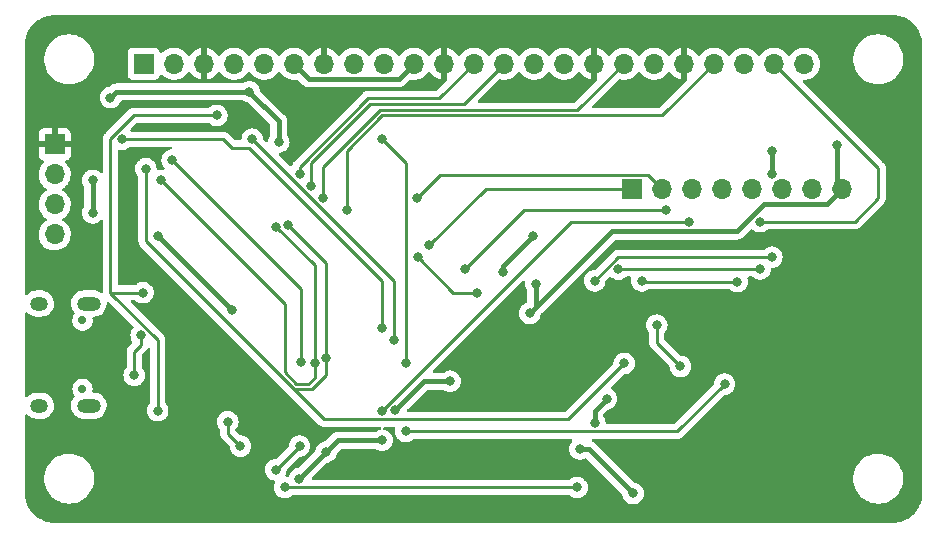
<source format=gbr>
%TF.GenerationSoftware,KiCad,Pcbnew,(6.0.0)*%
%TF.CreationDate,2022-05-03T02:05:07-05:00*%
%TF.ProjectId,Materiales ESP32,4d617465-7269-4616-9c65-732045535033,rev?*%
%TF.SameCoordinates,Original*%
%TF.FileFunction,Copper,L2,Bot*%
%TF.FilePolarity,Positive*%
%FSLAX46Y46*%
G04 Gerber Fmt 4.6, Leading zero omitted, Abs format (unit mm)*
G04 Created by KiCad (PCBNEW (6.0.0)) date 2022-05-03 02:05:07*
%MOMM*%
%LPD*%
G01*
G04 APERTURE LIST*
%TA.AperFunction,ComponentPad*%
%ADD10R,1.700000X1.700000*%
%TD*%
%TA.AperFunction,ComponentPad*%
%ADD11O,1.700000X1.700000*%
%TD*%
%TA.AperFunction,ComponentPad*%
%ADD12C,0.700000*%
%TD*%
%TA.AperFunction,ComponentPad*%
%ADD13O,2.000000X1.200000*%
%TD*%
%TA.AperFunction,ComponentPad*%
%ADD14O,1.500000X1.200000*%
%TD*%
%TA.AperFunction,ViaPad*%
%ADD15C,0.800000*%
%TD*%
%TA.AperFunction,Conductor*%
%ADD16C,0.400000*%
%TD*%
%TA.AperFunction,Conductor*%
%ADD17C,0.250000*%
%TD*%
G04 APERTURE END LIST*
D10*
%TO.P,J102,1,Pin_1*%
%TO.N,D2*%
X220125000Y-99225000D03*
D11*
%TO.P,J102,2,Pin_2*%
%TO.N,D15*%
X222665000Y-99225000D03*
%TO.P,J102,3,Pin_3*%
%TO.N,D4*%
X225205000Y-99225000D03*
%TO.P,J102,4,Pin_4*%
%TO.N,IO23*%
X227745000Y-99225000D03*
%TO.P,J102,5,Pin_5*%
%TO.N,IO18*%
X230285000Y-99225000D03*
%TO.P,J102,6,Pin_6*%
%TO.N,+3V3*%
X232825000Y-99225000D03*
%TO.P,J102,7,Pin_7*%
%TO.N,D13*%
X235365000Y-99225000D03*
%TO.P,J102,8,Pin_8*%
%TO.N,Earth*%
X237905000Y-99225000D03*
%TD*%
D12*
%TO.P,USB101,*%
%TO.N,*%
X173632500Y-116140000D03*
X173632500Y-110360000D03*
D13*
%TO.P,USB101,13,SHELL*%
%TO.N,Earth*%
X174162500Y-108930000D03*
D14*
X169952500Y-108930000D03*
%TO.P,USB101,14,SHELL*%
X169952500Y-117570000D03*
D13*
X174162500Y-117570000D03*
%TD*%
D10*
%TO.P,J103,1,Pin_1*%
%TO.N,+3V3*%
X178825000Y-88625000D03*
D11*
%TO.P,J103,2,Pin_2*%
%TO.N,IO22*%
X181365000Y-88625000D03*
%TO.P,J103,3,Pin_3*%
%TO.N,+5V*%
X183905000Y-88625000D03*
%TO.P,J103,4,Pin_4*%
%TO.N,D14*%
X186445000Y-88625000D03*
%TO.P,J103,5,Pin_5*%
%TO.N,D27*%
X188985000Y-88625000D03*
%TO.P,J103,6,Pin_6*%
%TO.N,Earth*%
X191525000Y-88625000D03*
%TO.P,J103,7,Pin_7*%
%TO.N,+5V*%
X194065000Y-88625000D03*
%TO.P,J103,8,Pin_8*%
%TO.N,D26*%
X196605000Y-88625000D03*
%TO.P,J103,9,Pin_9*%
%TO.N,D25*%
X199145000Y-88625000D03*
%TO.P,J103,10,Pin_10*%
%TO.N,Earth*%
X201685000Y-88625000D03*
%TO.P,J103,11,Pin_11*%
%TO.N,+5V*%
X204225000Y-88625000D03*
%TO.P,J103,12,Pin_12*%
%TO.N,IO21*%
X206765000Y-88625000D03*
%TO.P,J103,13,Pin_13*%
%TO.N,IO19*%
X209305000Y-88625000D03*
%TO.P,J103,14,Pin_14*%
%TO.N,Earth*%
X211845000Y-88625000D03*
%TO.P,J103,15,Pin_15*%
X214385000Y-88625000D03*
%TO.P,J103,16,Pin_16*%
%TO.N,+5V*%
X216925000Y-88625000D03*
%TO.P,J103,17,Pin_17*%
%TO.N,IO17*%
X219465000Y-88625000D03*
%TO.P,J103,18,Pin_18*%
%TO.N,Earth*%
X222005000Y-88625000D03*
%TO.P,J103,19,Pin_19*%
%TO.N,+5V*%
X224545000Y-88625000D03*
%TO.P,J103,20,Pin_20*%
%TO.N,IO16*%
X227085000Y-88625000D03*
%TO.P,J103,21,Pin_21*%
%TO.N,+3V3*%
X229625000Y-88625000D03*
%TO.P,J103,22,Pin_22*%
%TO.N,IO33*%
X232165000Y-88625000D03*
%TO.P,J103,23,Pin_23*%
%TO.N,Earth*%
X234705000Y-88625000D03*
%TD*%
D10*
%TO.P,J101,1,Pin_1*%
%TO.N,+5V*%
X171275000Y-95450000D03*
D11*
%TO.P,J101,2,Pin_2*%
%TO.N,Earth*%
X171275000Y-97990000D03*
%TO.P,J101,3,Pin_3*%
%TO.N,RX*%
X171275000Y-100530000D03*
%TO.P,J101,4,Pin_4*%
%TO.N,TX*%
X171275000Y-103070000D03*
%TD*%
D15*
%TO.N,Earth*%
X176000000Y-91500000D03*
%TO.N,BOOT*%
X178750000Y-108000000D03*
%TO.N,Earth*%
X174500000Y-101250000D03*
X174500000Y-98500000D03*
X200125000Y-117899598D03*
X204750000Y-115500000D03*
X194250000Y-121500000D03*
X186250000Y-109500000D03*
X180000000Y-103250000D03*
X220250000Y-125000000D03*
X215737701Y-121237701D03*
X199000000Y-120500000D03*
X192000000Y-123750000D03*
X211500000Y-109750000D03*
X212000000Y-107250000D03*
X209250000Y-106250000D03*
X211737701Y-103237701D03*
X187750000Y-91000000D03*
X190250000Y-95250000D03*
X237512299Y-95487701D03*
%TO.N,TX*%
X201000000Y-119750000D03*
X228000000Y-115750000D03*
%TO.N,RX*%
X219500000Y-114000000D03*
X179000000Y-97500000D03*
%TO.N,TX*%
X180250000Y-98500000D03*
%TO.N,RX*%
X194250000Y-113500000D03*
X191031783Y-102243394D03*
%TO.N,TX*%
X193277631Y-113972369D03*
X190053197Y-102446803D03*
%TO.N,Net-(C108-Pad2)*%
X190750000Y-124500000D03*
X215500000Y-124500000D03*
%TO.N,+5V*%
X232500000Y-120500000D03*
%TO.N,Net-(D102-Pad2)*%
X222250000Y-110750000D03*
X224250000Y-114250000D03*
%TO.N,EN*%
X187000000Y-121000000D03*
X185934668Y-118934668D03*
%TO.N,DTR*%
X178599952Y-111624550D03*
%TO.N,+5V*%
X172000000Y-112000000D03*
%TO.N,DTR*%
X178000000Y-115000000D03*
%TO.N,Net-(C110-Pad1)*%
X192012299Y-120987701D03*
X190000000Y-123000000D03*
%TO.N,BOOT*%
X180000000Y-118000000D03*
X185000000Y-93000000D03*
%TO.N,IO22*%
X192140332Y-113859668D03*
X181215821Y-96784179D03*
%TO.N,D14*%
X221000000Y-107000000D03*
X229065332Y-107065332D03*
%TO.N,D27*%
X219012299Y-106012299D03*
X231000000Y-106000000D03*
%TO.N,D26*%
X217000000Y-107000000D03*
X232000000Y-105000000D03*
%TO.N,D25*%
X202000000Y-105000000D03*
X207000000Y-108000000D03*
%TO.N,IO21*%
X192012299Y-97987701D03*
%TO.N,IO19*%
X193012299Y-98987701D03*
%TO.N,+5V*%
X182000000Y-115000000D03*
%TO.N,IO17*%
X194012299Y-99987701D03*
%TO.N,IO16*%
X196000000Y-101000000D03*
%TO.N,IO33*%
X231000000Y-102000000D03*
%TO.N,IO32*%
X177000000Y-95000000D03*
X199000000Y-111000000D03*
%TO.N,IN35*%
X188000000Y-95000000D03*
X200000000Y-112000000D03*
%TO.N,IN34*%
X201000000Y-114000000D03*
X199000000Y-95000000D03*
%TO.N,D2*%
X203000000Y-104000000D03*
%TO.N,D15*%
X201980244Y-99974232D03*
%TO.N,D4*%
X206000000Y-106000000D03*
X223000000Y-101000000D03*
%TO.N,IO23*%
X199000000Y-118000000D03*
X225000000Y-102000000D03*
%TO.N,+3V3*%
X218000000Y-117000000D03*
X217000000Y-119000000D03*
X232000000Y-96000000D03*
X232000000Y-98000000D03*
%TD*%
D16*
%TO.N,Earth*%
X176500000Y-91000000D02*
X176000000Y-91500000D01*
X187750000Y-91000000D02*
X176500000Y-91000000D01*
D17*
%TO.N,BOOT*%
X178750000Y-108000000D02*
X176000000Y-108000000D01*
D16*
%TO.N,Earth*%
X174500000Y-98500000D02*
X174500000Y-101250000D01*
X192774511Y-89874511D02*
X191525000Y-88625000D01*
X200435489Y-89874511D02*
X192774511Y-89874511D01*
X201685000Y-88625000D02*
X200435489Y-89874511D01*
X202524598Y-115500000D02*
X200125000Y-117899598D01*
X204750000Y-115500000D02*
X202524598Y-115500000D01*
X195250000Y-120500000D02*
X199000000Y-120500000D01*
X192000000Y-123750000D02*
X195250000Y-120500000D01*
X180000000Y-103250000D02*
X186250000Y-109500000D01*
X216487701Y-121237701D02*
X220250000Y-125000000D01*
X215737701Y-121237701D02*
X216487701Y-121237701D01*
X236630000Y-100500000D02*
X237905000Y-99225000D01*
X229069809Y-102799511D02*
X231369320Y-100500000D01*
X218450489Y-102799511D02*
X229069809Y-102799511D01*
X231369320Y-100500000D02*
X236630000Y-100500000D01*
X211500000Y-109750000D02*
X218450489Y-102799511D01*
X212000000Y-107250000D02*
X212000000Y-109250000D01*
X209250000Y-105725402D02*
X209250000Y-106250000D01*
X211737701Y-103237701D02*
X209250000Y-105725402D01*
X212000000Y-109250000D02*
X211500000Y-109750000D01*
X190250000Y-93500000D02*
X190250000Y-95250000D01*
X187750000Y-91000000D02*
X190250000Y-93500000D01*
X237512299Y-95487701D02*
X237512299Y-98832299D01*
X237512299Y-98832299D02*
X237905000Y-99225000D01*
D17*
%TO.N,TX*%
X224000000Y-119750000D02*
X201000000Y-119750000D01*
X228000000Y-115750000D02*
X224000000Y-119750000D01*
%TO.N,RX*%
X194088793Y-118724511D02*
X191432141Y-116067859D01*
X219500000Y-114000000D02*
X214775489Y-118724511D01*
X214775489Y-118724511D02*
X194088793Y-118724511D01*
X191432141Y-116067859D02*
X191563803Y-116199520D01*
X179000000Y-103635718D02*
X191432141Y-116067859D01*
X194250000Y-115000000D02*
X194250000Y-113500000D01*
X193050480Y-116199520D02*
X194250000Y-115000000D01*
X191563803Y-116199520D02*
X193050480Y-116199520D01*
X179000000Y-97500000D02*
X179000000Y-103635718D01*
%TO.N,TX*%
X193277631Y-115222369D02*
X193277631Y-113972369D01*
X190750000Y-114750000D02*
X191750000Y-115750000D01*
X180250000Y-98500000D02*
X190750000Y-109000000D01*
X192750000Y-115750000D02*
X193277631Y-115222369D01*
X190750000Y-109000000D02*
X190750000Y-114750000D01*
X191750000Y-115750000D02*
X192750000Y-115750000D01*
%TO.N,RX*%
X194250000Y-105461611D02*
X191031783Y-102243394D01*
X194250000Y-113500000D02*
X194250000Y-105461611D01*
%TO.N,TX*%
X193277631Y-105671237D02*
X193277631Y-113972369D01*
X190053197Y-102446803D02*
X193277631Y-105671237D01*
%TO.N,IO32*%
X185500000Y-95000000D02*
X177000000Y-95000000D01*
X186250000Y-95750000D02*
X185500000Y-95000000D01*
X187750000Y-95750000D02*
X186250000Y-95750000D01*
X199000000Y-107000000D02*
X187750000Y-95750000D01*
X199000000Y-111000000D02*
X199000000Y-107000000D01*
%TO.N,Net-(C108-Pad2)*%
X215500000Y-124500000D02*
X190750000Y-124500000D01*
%TO.N,Net-(D102-Pad2)*%
X222250000Y-112250000D02*
X222250000Y-110750000D01*
X224250000Y-114250000D02*
X222250000Y-112250000D01*
%TO.N,EN*%
X185934668Y-119934668D02*
X187000000Y-121000000D01*
X185934668Y-118934668D02*
X185934668Y-119934668D01*
%TO.N,DTR*%
X178599952Y-112400048D02*
X178000000Y-113000000D01*
X178599952Y-111624550D02*
X178599952Y-112400048D01*
X178000000Y-113000000D02*
X178000000Y-115000000D01*
%TO.N,Net-(C110-Pad1)*%
X192012299Y-120987701D02*
X190000000Y-123000000D01*
%TO.N,BOOT*%
X180000000Y-112000000D02*
X180000000Y-118000000D01*
X176000000Y-108000000D02*
X180000000Y-112000000D01*
X176000000Y-94975386D02*
X176000000Y-108000000D01*
X177975386Y-93000000D02*
X176000000Y-94975386D01*
X185000000Y-93000000D02*
X177975386Y-93000000D01*
%TO.N,IO22*%
X192140332Y-107708690D02*
X192140332Y-113859668D01*
X181215821Y-96784179D02*
X192140332Y-107708690D01*
%TO.N,D14*%
X221065332Y-107065332D02*
X221000000Y-107000000D01*
X229065332Y-107065332D02*
X221065332Y-107065332D01*
%TO.N,D27*%
X219024598Y-106000000D02*
X219012299Y-106012299D01*
X231000000Y-106000000D02*
X219024598Y-106000000D01*
%TO.N,D26*%
X232000000Y-105000000D02*
X219000000Y-105000000D01*
X219000000Y-105000000D02*
X217000000Y-107000000D01*
%TO.N,D25*%
X207000000Y-108000000D02*
X205000000Y-108000000D01*
X205000000Y-108000000D02*
X202000000Y-105000000D01*
%TO.N,IO21*%
X192012299Y-97351983D02*
X192012299Y-97987701D01*
X197813802Y-91550480D02*
X192012299Y-97351983D01*
X203839520Y-91550480D02*
X197813802Y-91550480D01*
X206765000Y-88625000D02*
X203839520Y-91550480D01*
%TO.N,IO19*%
X198000000Y-92000000D02*
X205930000Y-92000000D01*
X205930000Y-92000000D02*
X209305000Y-88625000D01*
X193012299Y-96987701D02*
X198000000Y-92000000D01*
X193012299Y-98987701D02*
X193012299Y-96987701D01*
%TO.N,IO17*%
X194012299Y-97351984D02*
X194012299Y-99987701D01*
X198813803Y-92550480D02*
X194012299Y-97351984D01*
X215539520Y-92550480D02*
X198813803Y-92550480D01*
X219465000Y-88625000D02*
X215539520Y-92550480D01*
%TO.N,IO16*%
X196000000Y-96000000D02*
X196000000Y-101000000D01*
X199000000Y-93000000D02*
X196000000Y-96000000D01*
X222710000Y-93000000D02*
X199000000Y-93000000D01*
X227085000Y-88625000D02*
X222710000Y-93000000D01*
%TO.N,IO33*%
X241000000Y-97460000D02*
X232165000Y-88625000D01*
X231000000Y-102000000D02*
X239000000Y-102000000D01*
X241000000Y-100000000D02*
X241000000Y-97460000D01*
X239000000Y-102000000D02*
X241000000Y-100000000D01*
%TO.N,IN35*%
X200000000Y-107000000D02*
X188000000Y-95000000D01*
X200000000Y-112000000D02*
X200000000Y-107000000D01*
%TO.N,IN34*%
X201000000Y-97000000D02*
X199000000Y-95000000D01*
X201000000Y-114000000D02*
X201000000Y-97000000D01*
%TO.N,D2*%
X207775000Y-99225000D02*
X203000000Y-104000000D01*
X220125000Y-99225000D02*
X207775000Y-99225000D01*
%TO.N,D15*%
X203903987Y-98050489D02*
X201980244Y-99974232D01*
X221490489Y-98050489D02*
X203903987Y-98050489D01*
X222665000Y-99225000D02*
X221490489Y-98050489D01*
%TO.N,D4*%
X211000000Y-101000000D02*
X206000000Y-106000000D01*
X223000000Y-101000000D02*
X211000000Y-101000000D01*
%TO.N,IO23*%
X225000000Y-102000000D02*
X215000000Y-102000000D01*
X215000000Y-102000000D02*
X199000000Y-118000000D01*
D16*
%TO.N,+3V3*%
X217000000Y-118000000D02*
X218000000Y-117000000D01*
X217000000Y-119000000D02*
X217000000Y-118000000D01*
X232000000Y-98000000D02*
X232000000Y-96000000D01*
%TD*%
%TA.AperFunction,Conductor*%
%TO.N,+5V*%
G36*
X242220056Y-84509501D02*
G01*
X242234857Y-84511806D01*
X242234860Y-84511806D01*
X242243729Y-84513187D01*
X242260898Y-84510942D01*
X242284838Y-84510109D01*
X242542769Y-84525711D01*
X242557873Y-84527545D01*
X242628647Y-84540515D01*
X242838878Y-84579041D01*
X242853640Y-84582679D01*
X243126407Y-84667676D01*
X243140626Y-84673070D01*
X243401139Y-84790317D01*
X243414608Y-84797386D01*
X243659094Y-84945183D01*
X243671616Y-84953826D01*
X243896506Y-85130017D01*
X243907894Y-85140107D01*
X244109893Y-85342106D01*
X244119983Y-85353494D01*
X244296174Y-85578384D01*
X244304817Y-85590906D01*
X244452614Y-85835392D01*
X244459685Y-85848865D01*
X244576929Y-86109371D01*
X244582324Y-86123593D01*
X244643932Y-86321299D01*
X244667320Y-86396354D01*
X244670959Y-86411122D01*
X244706506Y-86605096D01*
X244722455Y-86692127D01*
X244724289Y-86707231D01*
X244739454Y-86957930D01*
X244738197Y-86984640D01*
X244738194Y-86984860D01*
X244736813Y-86993731D01*
X244737977Y-87002633D01*
X244737977Y-87002636D01*
X244740935Y-87025252D01*
X244741999Y-87041590D01*
X244741999Y-124950673D01*
X244740499Y-124970057D01*
X244736813Y-124993731D01*
X244739013Y-125010555D01*
X244739058Y-125010898D01*
X244739891Y-125034840D01*
X244724289Y-125292771D01*
X244722455Y-125307875D01*
X244676665Y-125557750D01*
X244670961Y-125588874D01*
X244667321Y-125603642D01*
X244584269Y-125870166D01*
X244582325Y-125876405D01*
X244576929Y-125890631D01*
X244459685Y-126151137D01*
X244452614Y-126164610D01*
X244304817Y-126409096D01*
X244296174Y-126421618D01*
X244119983Y-126646508D01*
X244109893Y-126657896D01*
X243907894Y-126859895D01*
X243896506Y-126869985D01*
X243671616Y-127046176D01*
X243659094Y-127054819D01*
X243414608Y-127202616D01*
X243401139Y-127209685D01*
X243140629Y-127326931D01*
X243126407Y-127332326D01*
X242853640Y-127417323D01*
X242838878Y-127420961D01*
X242628647Y-127459487D01*
X242557873Y-127472457D01*
X242542769Y-127474291D01*
X242292070Y-127489456D01*
X242265360Y-127488199D01*
X242265140Y-127488196D01*
X242256269Y-127486815D01*
X242247367Y-127487979D01*
X242247364Y-127487979D01*
X242224748Y-127490937D01*
X242208410Y-127492001D01*
X171299327Y-127492001D01*
X171279942Y-127490501D01*
X171265141Y-127488196D01*
X171265138Y-127488196D01*
X171256269Y-127486815D01*
X171239100Y-127489060D01*
X171215160Y-127489893D01*
X170957229Y-127474291D01*
X170942125Y-127472457D01*
X170871351Y-127459487D01*
X170661120Y-127420961D01*
X170646358Y-127417323D01*
X170373591Y-127332326D01*
X170359369Y-127326931D01*
X170098859Y-127209685D01*
X170085390Y-127202616D01*
X169840904Y-127054819D01*
X169828382Y-127046176D01*
X169603492Y-126869985D01*
X169592104Y-126859895D01*
X169390105Y-126657896D01*
X169380015Y-126646508D01*
X169203824Y-126421618D01*
X169195181Y-126409096D01*
X169047384Y-126164610D01*
X169040313Y-126151137D01*
X168923069Y-125890631D01*
X168917673Y-125876405D01*
X168915729Y-125870166D01*
X168832677Y-125603642D01*
X168829037Y-125588874D01*
X168823334Y-125557750D01*
X168777543Y-125307875D01*
X168775709Y-125292771D01*
X168760544Y-125042072D01*
X168761801Y-125015362D01*
X168761804Y-125015142D01*
X168763185Y-125006271D01*
X168761546Y-124993731D01*
X168759063Y-124974750D01*
X168757999Y-124958412D01*
X168757999Y-123882703D01*
X170390743Y-123882703D01*
X170391302Y-123886947D01*
X170391302Y-123886951D01*
X170401322Y-123963056D01*
X170428268Y-124167734D01*
X170429401Y-124171874D01*
X170429401Y-124171876D01*
X170450415Y-124248689D01*
X170504129Y-124445036D01*
X170505813Y-124448984D01*
X170605786Y-124683365D01*
X170616923Y-124709476D01*
X170764561Y-124956161D01*
X170944313Y-125180528D01*
X170961397Y-125196740D01*
X171145615Y-125371556D01*
X171152851Y-125378423D01*
X171342936Y-125515013D01*
X171380286Y-125541852D01*
X171386317Y-125546186D01*
X171390112Y-125548195D01*
X171390113Y-125548196D01*
X171411869Y-125559715D01*
X171640392Y-125680712D01*
X171910373Y-125779511D01*
X172191264Y-125840755D01*
X172219841Y-125843004D01*
X172414282Y-125858307D01*
X172414291Y-125858307D01*
X172416739Y-125858500D01*
X172572271Y-125858500D01*
X172574407Y-125858354D01*
X172574418Y-125858354D01*
X172782548Y-125844165D01*
X172782554Y-125844164D01*
X172786825Y-125843873D01*
X172791020Y-125843004D01*
X172791022Y-125843004D01*
X173028605Y-125793803D01*
X173068342Y-125785574D01*
X173339343Y-125689607D01*
X173594812Y-125557750D01*
X173598313Y-125555289D01*
X173598317Y-125555287D01*
X173807173Y-125408500D01*
X173830023Y-125392441D01*
X174040622Y-125196740D01*
X174222713Y-124974268D01*
X174372927Y-124729142D01*
X174488483Y-124465898D01*
X174567244Y-124189406D01*
X174607751Y-123904784D01*
X174607845Y-123886951D01*
X174609235Y-123621583D01*
X174609235Y-123621576D01*
X174609257Y-123617297D01*
X174607170Y-123601440D01*
X174577658Y-123377279D01*
X174571732Y-123332266D01*
X174495871Y-123054964D01*
X174472427Y-123000000D01*
X174384763Y-122794476D01*
X174384761Y-122794472D01*
X174383077Y-122790524D01*
X174235439Y-122543839D01*
X174055687Y-122319472D01*
X173902344Y-122173955D01*
X173850258Y-122124527D01*
X173850255Y-122124525D01*
X173847149Y-122121577D01*
X173613683Y-121953814D01*
X173591843Y-121942250D01*
X173543336Y-121916567D01*
X173359608Y-121819288D01*
X173089627Y-121720489D01*
X172808736Y-121659245D01*
X172777685Y-121656801D01*
X172585718Y-121641693D01*
X172585709Y-121641693D01*
X172583261Y-121641500D01*
X172427729Y-121641500D01*
X172425593Y-121641646D01*
X172425582Y-121641646D01*
X172217452Y-121655835D01*
X172217446Y-121655836D01*
X172213175Y-121656127D01*
X172208980Y-121656996D01*
X172208978Y-121656996D01*
X172072416Y-121685277D01*
X171931658Y-121714426D01*
X171660657Y-121810393D01*
X171656848Y-121812359D01*
X171542156Y-121871556D01*
X171405188Y-121942250D01*
X171401687Y-121944711D01*
X171401683Y-121944713D01*
X171391594Y-121951804D01*
X171169977Y-122107559D01*
X171129870Y-122144829D01*
X170976621Y-122287237D01*
X170959378Y-122303260D01*
X170777287Y-122525732D01*
X170627073Y-122770858D01*
X170625347Y-122774791D01*
X170625346Y-122774792D01*
X170542833Y-122962763D01*
X170511517Y-123034102D01*
X170432756Y-123310594D01*
X170392249Y-123595216D01*
X170392227Y-123599505D01*
X170392226Y-123599512D01*
X170390765Y-123878417D01*
X170390743Y-123882703D01*
X168757999Y-123882703D01*
X168757999Y-118934668D01*
X185021164Y-118934668D01*
X185041126Y-119124596D01*
X185100141Y-119306224D01*
X185103444Y-119311946D01*
X185103445Y-119311947D01*
X185118309Y-119337692D01*
X185195628Y-119471612D01*
X185268805Y-119552883D01*
X185299521Y-119616889D01*
X185301168Y-119637192D01*
X185301168Y-119855901D01*
X185300641Y-119867084D01*
X185298966Y-119874577D01*
X185299215Y-119882503D01*
X185299215Y-119882504D01*
X185301106Y-119942654D01*
X185301168Y-119946613D01*
X185301168Y-119974524D01*
X185301665Y-119978458D01*
X185301665Y-119978459D01*
X185301673Y-119978524D01*
X185302606Y-119990361D01*
X185303995Y-120034557D01*
X185309646Y-120054007D01*
X185313655Y-120073368D01*
X185316194Y-120093465D01*
X185319113Y-120100836D01*
X185319113Y-120100838D01*
X185332472Y-120134580D01*
X185336317Y-120145810D01*
X185348650Y-120188261D01*
X185352683Y-120195080D01*
X185352685Y-120195085D01*
X185358961Y-120205696D01*
X185367656Y-120223444D01*
X185375116Y-120242285D01*
X185379778Y-120248701D01*
X185379778Y-120248702D01*
X185401104Y-120278055D01*
X185407620Y-120287975D01*
X185424570Y-120316635D01*
X185430126Y-120326030D01*
X185444447Y-120340351D01*
X185457287Y-120355384D01*
X185469196Y-120371775D01*
X185483369Y-120383500D01*
X185503273Y-120399966D01*
X185512052Y-120407956D01*
X186052878Y-120948782D01*
X186086904Y-121011094D01*
X186089092Y-121024703D01*
X186089778Y-121031226D01*
X186104476Y-121171066D01*
X186106458Y-121189928D01*
X186165473Y-121371556D01*
X186168776Y-121377278D01*
X186168777Y-121377279D01*
X186186803Y-121408500D01*
X186260960Y-121536944D01*
X186265378Y-121541851D01*
X186265379Y-121541852D01*
X186355234Y-121641646D01*
X186388747Y-121678866D01*
X186412615Y-121696207D01*
X186530016Y-121781504D01*
X186543248Y-121791118D01*
X186549276Y-121793802D01*
X186549278Y-121793803D01*
X186693169Y-121857867D01*
X186717712Y-121868794D01*
X186811112Y-121888647D01*
X186898056Y-121907128D01*
X186898061Y-121907128D01*
X186904513Y-121908500D01*
X187095487Y-121908500D01*
X187101939Y-121907128D01*
X187101944Y-121907128D01*
X187188888Y-121888647D01*
X187282288Y-121868794D01*
X187306831Y-121857867D01*
X187450722Y-121793803D01*
X187450724Y-121793802D01*
X187456752Y-121791118D01*
X187469985Y-121781504D01*
X187587385Y-121696207D01*
X187611253Y-121678866D01*
X187644766Y-121641646D01*
X187734621Y-121541852D01*
X187734622Y-121541851D01*
X187739040Y-121536944D01*
X187813197Y-121408500D01*
X187831223Y-121377279D01*
X187831224Y-121377278D01*
X187834527Y-121371556D01*
X187893542Y-121189928D01*
X187895525Y-121171066D01*
X187912814Y-121006565D01*
X187913504Y-121000000D01*
X187900004Y-120871556D01*
X187894232Y-120816635D01*
X187894232Y-120816633D01*
X187893542Y-120810072D01*
X187834527Y-120628444D01*
X187831190Y-120622663D01*
X187782106Y-120537649D01*
X187739040Y-120463056D01*
X187733730Y-120457158D01*
X187615675Y-120326045D01*
X187615674Y-120326044D01*
X187611253Y-120321134D01*
X187472235Y-120220131D01*
X187462094Y-120212763D01*
X187462093Y-120212762D01*
X187456752Y-120208882D01*
X187450724Y-120206198D01*
X187450722Y-120206197D01*
X187288319Y-120133891D01*
X187288318Y-120133891D01*
X187282288Y-120131206D01*
X187188887Y-120111353D01*
X187101944Y-120092872D01*
X187101939Y-120092872D01*
X187095487Y-120091500D01*
X187039595Y-120091500D01*
X186971474Y-120071498D01*
X186950500Y-120054595D01*
X186613184Y-119717279D01*
X186579158Y-119654967D01*
X186584223Y-119584152D01*
X186608643Y-119543874D01*
X186669289Y-119476520D01*
X186669293Y-119476515D01*
X186673708Y-119471612D01*
X186751027Y-119337692D01*
X186765891Y-119311947D01*
X186765892Y-119311946D01*
X186769195Y-119306224D01*
X186828210Y-119124596D01*
X186848172Y-118934668D01*
X186841393Y-118870166D01*
X186828900Y-118751303D01*
X186828900Y-118751301D01*
X186828210Y-118744740D01*
X186769195Y-118563112D01*
X186764724Y-118555367D01*
X186714729Y-118468775D01*
X186673708Y-118397724D01*
X186655108Y-118377066D01*
X186550343Y-118260713D01*
X186550342Y-118260712D01*
X186545921Y-118255802D01*
X186391420Y-118143550D01*
X186385392Y-118140866D01*
X186385390Y-118140865D01*
X186222987Y-118068559D01*
X186222986Y-118068559D01*
X186216956Y-118065874D01*
X186123556Y-118046021D01*
X186036612Y-118027540D01*
X186036607Y-118027540D01*
X186030155Y-118026168D01*
X185839181Y-118026168D01*
X185832729Y-118027540D01*
X185832724Y-118027540D01*
X185745780Y-118046021D01*
X185652380Y-118065874D01*
X185646350Y-118068559D01*
X185646349Y-118068559D01*
X185483946Y-118140865D01*
X185483944Y-118140866D01*
X185477916Y-118143550D01*
X185323415Y-118255802D01*
X185318994Y-118260712D01*
X185318993Y-118260713D01*
X185214229Y-118377066D01*
X185195628Y-118397724D01*
X185154607Y-118468775D01*
X185104613Y-118555367D01*
X185100141Y-118563112D01*
X185041126Y-118744740D01*
X185040436Y-118751301D01*
X185040436Y-118751303D01*
X185027943Y-118870166D01*
X185021164Y-118934668D01*
X168757999Y-118934668D01*
X168757999Y-118399711D01*
X168778001Y-118331590D01*
X168831657Y-118285097D01*
X168901931Y-118274993D01*
X168971129Y-118308693D01*
X169108014Y-118439732D01*
X169108025Y-118439741D01*
X169112350Y-118443881D01*
X169290048Y-118558620D01*
X169350146Y-118582840D01*
X169480668Y-118635442D01*
X169480671Y-118635443D01*
X169486237Y-118637686D01*
X169693837Y-118678228D01*
X169699399Y-118678500D01*
X170155346Y-118678500D01*
X170313066Y-118663452D01*
X170516034Y-118603908D01*
X170521362Y-118601164D01*
X170698749Y-118509804D01*
X170698752Y-118509802D01*
X170704080Y-118507058D01*
X170870420Y-118376396D01*
X170874352Y-118371865D01*
X170874355Y-118371862D01*
X171005121Y-118221167D01*
X171009052Y-118216637D01*
X171012052Y-118211451D01*
X171012055Y-118211447D01*
X171111967Y-118038742D01*
X171114973Y-118033546D01*
X171184361Y-117833729D01*
X171187791Y-117810072D01*
X171213852Y-117630336D01*
X171213852Y-117630333D01*
X171214713Y-117624396D01*
X171209677Y-117515604D01*
X172650287Y-117515604D01*
X172660067Y-117726899D01*
X172661471Y-117732724D01*
X172661471Y-117732725D01*
X172697567Y-117882499D01*
X172709625Y-117932534D01*
X172712107Y-117937992D01*
X172712108Y-117937996D01*
X172755553Y-118033546D01*
X172797174Y-118125087D01*
X172919554Y-118297611D01*
X173072350Y-118443881D01*
X173250048Y-118558620D01*
X173310146Y-118582840D01*
X173440668Y-118635442D01*
X173440671Y-118635443D01*
X173446237Y-118637686D01*
X173653837Y-118678228D01*
X173659399Y-118678500D01*
X174615346Y-118678500D01*
X174773066Y-118663452D01*
X174976034Y-118603908D01*
X174981362Y-118601164D01*
X175158749Y-118509804D01*
X175158752Y-118509802D01*
X175164080Y-118507058D01*
X175330420Y-118376396D01*
X175334352Y-118371865D01*
X175334355Y-118371862D01*
X175465121Y-118221167D01*
X175469052Y-118216637D01*
X175472052Y-118211451D01*
X175472055Y-118211447D01*
X175571967Y-118038742D01*
X175574973Y-118033546D01*
X175644361Y-117833729D01*
X175647791Y-117810072D01*
X175673852Y-117630336D01*
X175673852Y-117630333D01*
X175674713Y-117624396D01*
X175664933Y-117413101D01*
X175615375Y-117207466D01*
X175610256Y-117196206D01*
X175530306Y-117020368D01*
X175527826Y-117014913D01*
X175405446Y-116842389D01*
X175252650Y-116696119D01*
X175074952Y-116581380D01*
X174975049Y-116541118D01*
X174884332Y-116504558D01*
X174884329Y-116504557D01*
X174878763Y-116502314D01*
X174671163Y-116461772D01*
X174665601Y-116461500D01*
X174601568Y-116461500D01*
X174533447Y-116441498D01*
X174486954Y-116387842D01*
X174477128Y-116319503D01*
X174476865Y-116319475D01*
X174476974Y-116318434D01*
X174495729Y-116140000D01*
X174476865Y-115960525D01*
X174459516Y-115907128D01*
X174423141Y-115795178D01*
X174421099Y-115788893D01*
X174407839Y-115765925D01*
X174360172Y-115683365D01*
X174330867Y-115632607D01*
X174210113Y-115498496D01*
X174203148Y-115493435D01*
X174069457Y-115396303D01*
X174069456Y-115396302D01*
X174064115Y-115392422D01*
X174058087Y-115389738D01*
X174058085Y-115389737D01*
X173905283Y-115321705D01*
X173905281Y-115321705D01*
X173899252Y-115319020D01*
X173810992Y-115300260D01*
X173729189Y-115282872D01*
X173729185Y-115282872D01*
X173722732Y-115281500D01*
X173542268Y-115281500D01*
X173535815Y-115282872D01*
X173535811Y-115282872D01*
X173454008Y-115300260D01*
X173365748Y-115319020D01*
X173359719Y-115321704D01*
X173359717Y-115321705D01*
X173206916Y-115389737D01*
X173206914Y-115389738D01*
X173200886Y-115392422D01*
X173195545Y-115396302D01*
X173195544Y-115396303D01*
X173060231Y-115494613D01*
X173060229Y-115494615D01*
X173054887Y-115498496D01*
X172934133Y-115632607D01*
X172904828Y-115683365D01*
X172857162Y-115765925D01*
X172843901Y-115788893D01*
X172841859Y-115795178D01*
X172805485Y-115907128D01*
X172788135Y-115960525D01*
X172769271Y-116140000D01*
X172788135Y-116319475D01*
X172790175Y-116325753D01*
X172790175Y-116325754D01*
X172816615Y-116407128D01*
X172843901Y-116491107D01*
X172934133Y-116647393D01*
X172940536Y-116654504D01*
X172941739Y-116655840D01*
X172972458Y-116719846D01*
X172963696Y-116790300D01*
X172943273Y-116822730D01*
X172855948Y-116923363D01*
X172852948Y-116928549D01*
X172852945Y-116928553D01*
X172815410Y-116993435D01*
X172750027Y-117106454D01*
X172680639Y-117306271D01*
X172679778Y-117312206D01*
X172679778Y-117312208D01*
X172669690Y-117381787D01*
X172650287Y-117515604D01*
X171209677Y-117515604D01*
X171204933Y-117413101D01*
X171155375Y-117207466D01*
X171150256Y-117196206D01*
X171070306Y-117020368D01*
X171067826Y-117014913D01*
X170945446Y-116842389D01*
X170792650Y-116696119D01*
X170614952Y-116581380D01*
X170515049Y-116541118D01*
X170424332Y-116504558D01*
X170424329Y-116504557D01*
X170418763Y-116502314D01*
X170211163Y-116461772D01*
X170205601Y-116461500D01*
X169749654Y-116461500D01*
X169591934Y-116476548D01*
X169388966Y-116536092D01*
X169383639Y-116538836D01*
X169383638Y-116538836D01*
X169206251Y-116630196D01*
X169206248Y-116630198D01*
X169200920Y-116632942D01*
X169034580Y-116763604D01*
X168979162Y-116827467D01*
X168919411Y-116865807D01*
X168848414Y-116865756D01*
X168788715Y-116827329D01*
X168759269Y-116762727D01*
X168757999Y-116744885D01*
X168757999Y-109759711D01*
X168778001Y-109691590D01*
X168831657Y-109645097D01*
X168901931Y-109634993D01*
X168971129Y-109668693D01*
X169108014Y-109799732D01*
X169108025Y-109799741D01*
X169112350Y-109803881D01*
X169290048Y-109918620D01*
X169295614Y-109920863D01*
X169480668Y-109995442D01*
X169480671Y-109995443D01*
X169486237Y-109997686D01*
X169693837Y-110038228D01*
X169699399Y-110038500D01*
X170155346Y-110038500D01*
X170313066Y-110023452D01*
X170516034Y-109963908D01*
X170599611Y-109920863D01*
X170698749Y-109869804D01*
X170698752Y-109869802D01*
X170704080Y-109867058D01*
X170870420Y-109736396D01*
X170874352Y-109731865D01*
X170874355Y-109731862D01*
X171005121Y-109581167D01*
X171009052Y-109576637D01*
X171012052Y-109571451D01*
X171012055Y-109571447D01*
X171111967Y-109398742D01*
X171114973Y-109393546D01*
X171184361Y-109193729D01*
X171200719Y-109080909D01*
X171213852Y-108990336D01*
X171213852Y-108990333D01*
X171214713Y-108984396D01*
X171209677Y-108875604D01*
X172650287Y-108875604D01*
X172660067Y-109086899D01*
X172661471Y-109092724D01*
X172661471Y-109092725D01*
X172702364Y-109262404D01*
X172709625Y-109292534D01*
X172712107Y-109297992D01*
X172712108Y-109297996D01*
X172755553Y-109393546D01*
X172797174Y-109485087D01*
X172919554Y-109657611D01*
X172923882Y-109661754D01*
X172933402Y-109670868D01*
X172968777Y-109732424D01*
X172965258Y-109803333D01*
X172942253Y-109842229D01*
X172942432Y-109842359D01*
X172941056Y-109844254D01*
X172939909Y-109846192D01*
X172934133Y-109852607D01*
X172843901Y-110008893D01*
X172841859Y-110015178D01*
X172807827Y-110119920D01*
X172788135Y-110180525D01*
X172769271Y-110360000D01*
X172769961Y-110366565D01*
X172779588Y-110458153D01*
X172788135Y-110539475D01*
X172843901Y-110711107D01*
X172934133Y-110867393D01*
X173054887Y-111001504D01*
X173060229Y-111005385D01*
X173060231Y-111005387D01*
X173173396Y-111087606D01*
X173200885Y-111107578D01*
X173206913Y-111110262D01*
X173206915Y-111110263D01*
X173359717Y-111178295D01*
X173365748Y-111180980D01*
X173437382Y-111196206D01*
X173535811Y-111217128D01*
X173535815Y-111217128D01*
X173542268Y-111218500D01*
X173722732Y-111218500D01*
X173729185Y-111217128D01*
X173729189Y-111217128D01*
X173827618Y-111196206D01*
X173899252Y-111180980D01*
X173905283Y-111178295D01*
X174058085Y-111110263D01*
X174058087Y-111110262D01*
X174064115Y-111107578D01*
X174091604Y-111087606D01*
X174204769Y-111005387D01*
X174204771Y-111005385D01*
X174210113Y-111001504D01*
X174330867Y-110867393D01*
X174421099Y-110711107D01*
X174476865Y-110539475D01*
X174485413Y-110458153D01*
X174495039Y-110366565D01*
X174495729Y-110360000D01*
X174476865Y-110180525D01*
X174479119Y-110180288D01*
X174483718Y-110119920D01*
X174526528Y-110063283D01*
X174593162Y-110038781D01*
X174601568Y-110038500D01*
X174615346Y-110038500D01*
X174773066Y-110023452D01*
X174976034Y-109963908D01*
X175059611Y-109920863D01*
X175158749Y-109869804D01*
X175158752Y-109869802D01*
X175164080Y-109867058D01*
X175330420Y-109736396D01*
X175334352Y-109731865D01*
X175334355Y-109731862D01*
X175465121Y-109581167D01*
X175469052Y-109576637D01*
X175472052Y-109571451D01*
X175472055Y-109571447D01*
X175571967Y-109398742D01*
X175574973Y-109393546D01*
X175644361Y-109193729D01*
X175660719Y-109080909D01*
X175673852Y-108990336D01*
X175673852Y-108990333D01*
X175674713Y-108984396D01*
X175669955Y-108881601D01*
X175669671Y-108875455D01*
X175686502Y-108806483D01*
X175737951Y-108757559D01*
X175807682Y-108744217D01*
X175873558Y-108770693D01*
X175884631Y-108780535D01*
X177933091Y-110828995D01*
X177967117Y-110891307D01*
X177962052Y-110962122D01*
X177937634Y-111002397D01*
X177860912Y-111087606D01*
X177765425Y-111252994D01*
X177706410Y-111434622D01*
X177705720Y-111441183D01*
X177705720Y-111441185D01*
X177687404Y-111615457D01*
X177686448Y-111624550D01*
X177687138Y-111631115D01*
X177704899Y-111800097D01*
X177706410Y-111814478D01*
X177765425Y-111996106D01*
X177768728Y-112001828D01*
X177768729Y-112001829D01*
X177842471Y-112129553D01*
X177859209Y-112198548D01*
X177835989Y-112265640D01*
X177822447Y-112281648D01*
X177607747Y-112496348D01*
X177599461Y-112503888D01*
X177592982Y-112508000D01*
X177587557Y-112513777D01*
X177546357Y-112557651D01*
X177543602Y-112560493D01*
X177523865Y-112580230D01*
X177521385Y-112583427D01*
X177513682Y-112592447D01*
X177483414Y-112624679D01*
X177479595Y-112631625D01*
X177479593Y-112631628D01*
X177473652Y-112642434D01*
X177462801Y-112658953D01*
X177450386Y-112674959D01*
X177447241Y-112682228D01*
X177447238Y-112682232D01*
X177432826Y-112715537D01*
X177427609Y-112726187D01*
X177406305Y-112764940D01*
X177404334Y-112772615D01*
X177404334Y-112772616D01*
X177401267Y-112784562D01*
X177394863Y-112803266D01*
X177386819Y-112821855D01*
X177385580Y-112829678D01*
X177385577Y-112829688D01*
X177379901Y-112865524D01*
X177377495Y-112877144D01*
X177366500Y-112919970D01*
X177366500Y-112940224D01*
X177364949Y-112959934D01*
X177361780Y-112979943D01*
X177362526Y-112987835D01*
X177365941Y-113023961D01*
X177366500Y-113035819D01*
X177366500Y-114297476D01*
X177346498Y-114365597D01*
X177334142Y-114381779D01*
X177260960Y-114463056D01*
X177221602Y-114531226D01*
X177186011Y-114592872D01*
X177165473Y-114628444D01*
X177106458Y-114810072D01*
X177105768Y-114816633D01*
X177105768Y-114816635D01*
X177089014Y-114976046D01*
X177086496Y-115000000D01*
X177087186Y-115006565D01*
X177105220Y-115178145D01*
X177106458Y-115189928D01*
X177165473Y-115371556D01*
X177260960Y-115536944D01*
X177265378Y-115541851D01*
X177265379Y-115541852D01*
X177287694Y-115566635D01*
X177388747Y-115678866D01*
X177452647Y-115725292D01*
X177532309Y-115783170D01*
X177543248Y-115791118D01*
X177549276Y-115793802D01*
X177549278Y-115793803D01*
X177709799Y-115865271D01*
X177717712Y-115868794D01*
X177811113Y-115888647D01*
X177898056Y-115907128D01*
X177898061Y-115907128D01*
X177904513Y-115908500D01*
X178095487Y-115908500D01*
X178101939Y-115907128D01*
X178101944Y-115907128D01*
X178188887Y-115888647D01*
X178282288Y-115868794D01*
X178290201Y-115865271D01*
X178450722Y-115793803D01*
X178450724Y-115793802D01*
X178456752Y-115791118D01*
X178467692Y-115783170D01*
X178547353Y-115725292D01*
X178611253Y-115678866D01*
X178712306Y-115566635D01*
X178734621Y-115541852D01*
X178734622Y-115541851D01*
X178739040Y-115536944D01*
X178834527Y-115371556D01*
X178893542Y-115189928D01*
X178894781Y-115178145D01*
X178912814Y-115006565D01*
X178913504Y-115000000D01*
X178910986Y-114976046D01*
X178894232Y-114816635D01*
X178894232Y-114816633D01*
X178893542Y-114810072D01*
X178834527Y-114628444D01*
X178813990Y-114592872D01*
X178778398Y-114531226D01*
X178739040Y-114463056D01*
X178665863Y-114381785D01*
X178635147Y-114317779D01*
X178633500Y-114297476D01*
X178633500Y-113314594D01*
X178653502Y-113246473D01*
X178670405Y-113225499D01*
X178992199Y-112903705D01*
X179000489Y-112896161D01*
X179006970Y-112892048D01*
X179015237Y-112883245D01*
X179053610Y-112842381D01*
X179056365Y-112839539D01*
X179076086Y-112819818D01*
X179078564Y-112816623D01*
X179086270Y-112807601D01*
X179111110Y-112781149D01*
X179116538Y-112775369D01*
X179126298Y-112757616D01*
X179137148Y-112741097D01*
X179140936Y-112736213D01*
X179198491Y-112694643D01*
X179269382Y-112690789D01*
X179331104Y-112725873D01*
X179364060Y-112788758D01*
X179366500Y-112813434D01*
X179366500Y-117297476D01*
X179346498Y-117365597D01*
X179334142Y-117381779D01*
X179260960Y-117463056D01*
X179165473Y-117628444D01*
X179106458Y-117810072D01*
X179105768Y-117816633D01*
X179105768Y-117816635D01*
X179098846Y-117882499D01*
X179086496Y-118000000D01*
X179087186Y-118006565D01*
X179101584Y-118143550D01*
X179106458Y-118189928D01*
X179165473Y-118371556D01*
X179260960Y-118536944D01*
X179265378Y-118541851D01*
X179265379Y-118541852D01*
X179322773Y-118605594D01*
X179388747Y-118678866D01*
X179543248Y-118791118D01*
X179549276Y-118793802D01*
X179549278Y-118793803D01*
X179600560Y-118816635D01*
X179717712Y-118868794D01*
X179811112Y-118888647D01*
X179898056Y-118907128D01*
X179898061Y-118907128D01*
X179904513Y-118908500D01*
X180095487Y-118908500D01*
X180101939Y-118907128D01*
X180101944Y-118907128D01*
X180188888Y-118888647D01*
X180282288Y-118868794D01*
X180399440Y-118816635D01*
X180450722Y-118793803D01*
X180450724Y-118793802D01*
X180456752Y-118791118D01*
X180611253Y-118678866D01*
X180677227Y-118605594D01*
X180734621Y-118541852D01*
X180734622Y-118541851D01*
X180739040Y-118536944D01*
X180834527Y-118371556D01*
X180893542Y-118189928D01*
X180898417Y-118143550D01*
X180912814Y-118006565D01*
X180913504Y-118000000D01*
X180901154Y-117882499D01*
X180894232Y-117816635D01*
X180894232Y-117816633D01*
X180893542Y-117810072D01*
X180834527Y-117628444D01*
X180739040Y-117463056D01*
X180665863Y-117381785D01*
X180635147Y-117317779D01*
X180633500Y-117297476D01*
X180633500Y-112078767D01*
X180634027Y-112067584D01*
X180635702Y-112060091D01*
X180633562Y-111992014D01*
X180633500Y-111988055D01*
X180633500Y-111960144D01*
X180632995Y-111956144D01*
X180632062Y-111944301D01*
X180631783Y-111935405D01*
X180630937Y-111908500D01*
X180630922Y-111908029D01*
X180630673Y-111900110D01*
X180625022Y-111880658D01*
X180621014Y-111861306D01*
X180619467Y-111849063D01*
X180618474Y-111841203D01*
X180610379Y-111820756D01*
X180602200Y-111800097D01*
X180598355Y-111788870D01*
X180597721Y-111786687D01*
X180586018Y-111746407D01*
X180581984Y-111739585D01*
X180581981Y-111739579D01*
X180575706Y-111728968D01*
X180567010Y-111711218D01*
X180562472Y-111699756D01*
X180562469Y-111699751D01*
X180559552Y-111692383D01*
X180533573Y-111656625D01*
X180527057Y-111646707D01*
X180508575Y-111615457D01*
X180504542Y-111608637D01*
X180490218Y-111594313D01*
X180477376Y-111579278D01*
X180465472Y-111562893D01*
X180431406Y-111534711D01*
X180422627Y-111526722D01*
X177744500Y-108848595D01*
X177710474Y-108786283D01*
X177715539Y-108715468D01*
X177758086Y-108658632D01*
X177824606Y-108633821D01*
X177833595Y-108633500D01*
X178041800Y-108633500D01*
X178109921Y-108653502D01*
X178129147Y-108669843D01*
X178129420Y-108669540D01*
X178134332Y-108673963D01*
X178138747Y-108678866D01*
X178153068Y-108689271D01*
X178265136Y-108770693D01*
X178293248Y-108791118D01*
X178299276Y-108793802D01*
X178299278Y-108793803D01*
X178405741Y-108841203D01*
X178467712Y-108868794D01*
X178561113Y-108888647D01*
X178648056Y-108907128D01*
X178648061Y-108907128D01*
X178654513Y-108908500D01*
X178845487Y-108908500D01*
X178851939Y-108907128D01*
X178851944Y-108907128D01*
X178938887Y-108888647D01*
X179032288Y-108868794D01*
X179094259Y-108841203D01*
X179200722Y-108793803D01*
X179200724Y-108793802D01*
X179206752Y-108791118D01*
X179234865Y-108770693D01*
X179314598Y-108712763D01*
X179361253Y-108678866D01*
X179372594Y-108666271D01*
X179484621Y-108541852D01*
X179484622Y-108541851D01*
X179489040Y-108536944D01*
X179564053Y-108407018D01*
X179581223Y-108377279D01*
X179581224Y-108377278D01*
X179584527Y-108371556D01*
X179643542Y-108189928D01*
X179650929Y-108119650D01*
X179662814Y-108006565D01*
X179663504Y-108000000D01*
X179656587Y-107934189D01*
X179644232Y-107816635D01*
X179644232Y-107816633D01*
X179643542Y-107810072D01*
X179584527Y-107628444D01*
X179489040Y-107463056D01*
X179468216Y-107439928D01*
X179365675Y-107326045D01*
X179365674Y-107326044D01*
X179361253Y-107321134D01*
X179206752Y-107208882D01*
X179200724Y-107206198D01*
X179200722Y-107206197D01*
X179038319Y-107133891D01*
X179038318Y-107133891D01*
X179032288Y-107131206D01*
X178921321Y-107107619D01*
X178851944Y-107092872D01*
X178851939Y-107092872D01*
X178845487Y-107091500D01*
X178654513Y-107091500D01*
X178648061Y-107092872D01*
X178648056Y-107092872D01*
X178578679Y-107107619D01*
X178467712Y-107131206D01*
X178461682Y-107133891D01*
X178461681Y-107133891D01*
X178299278Y-107206197D01*
X178299276Y-107206198D01*
X178293248Y-107208882D01*
X178287907Y-107212762D01*
X178287906Y-107212763D01*
X178206948Y-107271583D01*
X178138747Y-107321134D01*
X178134332Y-107326037D01*
X178129420Y-107330460D01*
X178128295Y-107329211D01*
X178074986Y-107362051D01*
X178041800Y-107366500D01*
X176759500Y-107366500D01*
X176691379Y-107346498D01*
X176644886Y-107292842D01*
X176633500Y-107240500D01*
X176633500Y-96006492D01*
X176653502Y-95938371D01*
X176707158Y-95891878D01*
X176777432Y-95881774D01*
X176785697Y-95883245D01*
X176898056Y-95907128D01*
X176898061Y-95907128D01*
X176904513Y-95908500D01*
X177095487Y-95908500D01*
X177101939Y-95907128D01*
X177101944Y-95907128D01*
X177188887Y-95888647D01*
X177282288Y-95868794D01*
X177288319Y-95866109D01*
X177450722Y-95793803D01*
X177450724Y-95793802D01*
X177456752Y-95791118D01*
X177462601Y-95786869D01*
X177604315Y-95683907D01*
X177611253Y-95678866D01*
X177615668Y-95673963D01*
X177620580Y-95669540D01*
X177621705Y-95670789D01*
X177675014Y-95637949D01*
X177708200Y-95633500D01*
X181060885Y-95633500D01*
X181129006Y-95653502D01*
X181175499Y-95707158D01*
X181185603Y-95777432D01*
X181156109Y-95842012D01*
X181096383Y-95880396D01*
X181087083Y-95882747D01*
X180933533Y-95915385D01*
X180927503Y-95918070D01*
X180927502Y-95918070D01*
X180765099Y-95990376D01*
X180765097Y-95990377D01*
X180759069Y-95993061D01*
X180753728Y-95996941D01*
X180753727Y-95996942D01*
X180704946Y-96032384D01*
X180604568Y-96105313D01*
X180600147Y-96110223D01*
X180600146Y-96110224D01*
X180493600Y-96228556D01*
X180476781Y-96247235D01*
X180444723Y-96302761D01*
X180387225Y-96402351D01*
X180381294Y-96412623D01*
X180322279Y-96594251D01*
X180321589Y-96600812D01*
X180321589Y-96600814D01*
X180307004Y-96739582D01*
X180302317Y-96784179D01*
X180303007Y-96790744D01*
X180321118Y-96963056D01*
X180322279Y-96974107D01*
X180381294Y-97155735D01*
X180384597Y-97161457D01*
X180384598Y-97161458D01*
X180410550Y-97206407D01*
X180476781Y-97321123D01*
X180549447Y-97401827D01*
X180580162Y-97465831D01*
X180571399Y-97536284D01*
X180525936Y-97590816D01*
X180458208Y-97612111D01*
X180429613Y-97609381D01*
X180361565Y-97594918D01*
X180345487Y-97591500D01*
X180154513Y-97591500D01*
X180148061Y-97592872D01*
X180148056Y-97592872D01*
X180065011Y-97610524D01*
X179994220Y-97605122D01*
X179937587Y-97562305D01*
X179914643Y-97499880D01*
X179913504Y-97500000D01*
X179894232Y-97316635D01*
X179894232Y-97316633D01*
X179893542Y-97310072D01*
X179834527Y-97128444D01*
X179827697Y-97116613D01*
X179780124Y-97034215D01*
X179739040Y-96963056D01*
X179732817Y-96956144D01*
X179615675Y-96826045D01*
X179615674Y-96826044D01*
X179611253Y-96821134D01*
X179490439Y-96733357D01*
X179462094Y-96712763D01*
X179462093Y-96712762D01*
X179456752Y-96708882D01*
X179450724Y-96706198D01*
X179450722Y-96706197D01*
X179288319Y-96633891D01*
X179288318Y-96633891D01*
X179282288Y-96631206D01*
X179176115Y-96608638D01*
X179101944Y-96592872D01*
X179101939Y-96592872D01*
X179095487Y-96591500D01*
X178904513Y-96591500D01*
X178898061Y-96592872D01*
X178898056Y-96592872D01*
X178823885Y-96608638D01*
X178717712Y-96631206D01*
X178711682Y-96633891D01*
X178711681Y-96633891D01*
X178549278Y-96706197D01*
X178549276Y-96706198D01*
X178543248Y-96708882D01*
X178537907Y-96712762D01*
X178537906Y-96712763D01*
X178509561Y-96733357D01*
X178388747Y-96821134D01*
X178384326Y-96826044D01*
X178384325Y-96826045D01*
X178267184Y-96956144D01*
X178260960Y-96963056D01*
X178219876Y-97034215D01*
X178172304Y-97116613D01*
X178165473Y-97128444D01*
X178106458Y-97310072D01*
X178105768Y-97316633D01*
X178105768Y-97316635D01*
X178091244Y-97454823D01*
X178086496Y-97500000D01*
X178087186Y-97506565D01*
X178099493Y-97623656D01*
X178106458Y-97689928D01*
X178165473Y-97871556D01*
X178260960Y-98036944D01*
X178334137Y-98118215D01*
X178364853Y-98182221D01*
X178366500Y-98202524D01*
X178366500Y-103556951D01*
X178365973Y-103568134D01*
X178364298Y-103575627D01*
X178364547Y-103583553D01*
X178364547Y-103583554D01*
X178366438Y-103643704D01*
X178366500Y-103647663D01*
X178366500Y-103675574D01*
X178366997Y-103679508D01*
X178366997Y-103679509D01*
X178367005Y-103679574D01*
X178367938Y-103691411D01*
X178369327Y-103735607D01*
X178374978Y-103755057D01*
X178378987Y-103774418D01*
X178381526Y-103794515D01*
X178384445Y-103801886D01*
X178384445Y-103801888D01*
X178397804Y-103835630D01*
X178401649Y-103846860D01*
X178411771Y-103881701D01*
X178413982Y-103889311D01*
X178418015Y-103896130D01*
X178418017Y-103896135D01*
X178424293Y-103906746D01*
X178432988Y-103924494D01*
X178440448Y-103943335D01*
X178445110Y-103949751D01*
X178445110Y-103949752D01*
X178466436Y-103979105D01*
X178472952Y-103989025D01*
X178495458Y-104027080D01*
X178509779Y-104041401D01*
X178522619Y-104056434D01*
X178534528Y-104072825D01*
X178540634Y-104077876D01*
X178568605Y-104101016D01*
X178577384Y-104109006D01*
X191060151Y-116591773D01*
X191067691Y-116600059D01*
X191071803Y-116606538D01*
X191115310Y-116647393D01*
X191121454Y-116653163D01*
X191124296Y-116655918D01*
X193585136Y-119116758D01*
X193592680Y-119125048D01*
X193596793Y-119131529D01*
X193602570Y-119136954D01*
X193646460Y-119178169D01*
X193649302Y-119180924D01*
X193669023Y-119200645D01*
X193672218Y-119203123D01*
X193681240Y-119210829D01*
X193713472Y-119241097D01*
X193720421Y-119244917D01*
X193731225Y-119250857D01*
X193747749Y-119261710D01*
X193763752Y-119274124D01*
X193804336Y-119291687D01*
X193814966Y-119296894D01*
X193853733Y-119318206D01*
X193861410Y-119320177D01*
X193861415Y-119320179D01*
X193873351Y-119323243D01*
X193892059Y-119329648D01*
X193910648Y-119337692D01*
X193918476Y-119338932D01*
X193918483Y-119338934D01*
X193954317Y-119344610D01*
X193965937Y-119347016D01*
X194001082Y-119356039D01*
X194008763Y-119358011D01*
X194029017Y-119358011D01*
X194048727Y-119359562D01*
X194068736Y-119362731D01*
X194076628Y-119361985D01*
X194112754Y-119358570D01*
X194124612Y-119358011D01*
X198804181Y-119358011D01*
X198872302Y-119378013D01*
X198918795Y-119431669D01*
X198928899Y-119501943D01*
X198899405Y-119566523D01*
X198839679Y-119604907D01*
X198830379Y-119607258D01*
X198717712Y-119631206D01*
X198711682Y-119633891D01*
X198711681Y-119633891D01*
X198549278Y-119706197D01*
X198549276Y-119706198D01*
X198543248Y-119708882D01*
X198537907Y-119712762D01*
X198537906Y-119712763D01*
X198462656Y-119767436D01*
X198395789Y-119791294D01*
X198388595Y-119791500D01*
X195278912Y-119791500D01*
X195270342Y-119791208D01*
X195220224Y-119787791D01*
X195220220Y-119787791D01*
X195212648Y-119787275D01*
X195205171Y-119788580D01*
X195205170Y-119788580D01*
X195178692Y-119793201D01*
X195149697Y-119798262D01*
X195143179Y-119799223D01*
X195079758Y-119806898D01*
X195072657Y-119809581D01*
X195070048Y-119810222D01*
X195053738Y-119814685D01*
X195051202Y-119815450D01*
X195043716Y-119816757D01*
X195036759Y-119819811D01*
X194985205Y-119842442D01*
X194979096Y-119844935D01*
X194926720Y-119864726D01*
X194919344Y-119867513D01*
X194913081Y-119871817D01*
X194910715Y-119873054D01*
X194895903Y-119881299D01*
X194893649Y-119882632D01*
X194886695Y-119885685D01*
X194835998Y-119924587D01*
X194830668Y-119928459D01*
X194784280Y-119960339D01*
X194784275Y-119960344D01*
X194778019Y-119964643D01*
X194772968Y-119970313D01*
X194772966Y-119970314D01*
X194736565Y-120011170D01*
X194731584Y-120016446D01*
X194183467Y-120564563D01*
X194120569Y-120598715D01*
X193967712Y-120631206D01*
X193961682Y-120633891D01*
X193961681Y-120633891D01*
X193799278Y-120706197D01*
X193799276Y-120706198D01*
X193793248Y-120708882D01*
X193638747Y-120821134D01*
X193510960Y-120963056D01*
X193415473Y-121128444D01*
X193393456Y-121196206D01*
X193362617Y-121291118D01*
X193356458Y-121310072D01*
X193355768Y-121316637D01*
X193351550Y-121356770D01*
X193324537Y-121422427D01*
X193315335Y-121432695D01*
X191933467Y-122814563D01*
X191870569Y-122848715D01*
X191717712Y-122881206D01*
X191711682Y-122883891D01*
X191711681Y-122883891D01*
X191549278Y-122956197D01*
X191549276Y-122956198D01*
X191543248Y-122958882D01*
X191388747Y-123071134D01*
X191384326Y-123076044D01*
X191384325Y-123076045D01*
X191281785Y-123189928D01*
X191260960Y-123213056D01*
X191165473Y-123378444D01*
X191163432Y-123384726D01*
X191115105Y-123533460D01*
X191075031Y-123592065D01*
X191009634Y-123619702D01*
X190969075Y-123617769D01*
X190892255Y-123601440D01*
X190829781Y-123567712D01*
X190795460Y-123505562D01*
X190800188Y-123434723D01*
X190809332Y-123415195D01*
X190830550Y-123378444D01*
X190834527Y-123371556D01*
X190893542Y-123189928D01*
X190910907Y-123024706D01*
X190937920Y-122959050D01*
X190947122Y-122948782D01*
X191962798Y-121933106D01*
X192025110Y-121899080D01*
X192051893Y-121896201D01*
X192107786Y-121896201D01*
X192114238Y-121894829D01*
X192114243Y-121894829D01*
X192201186Y-121876348D01*
X192294587Y-121856495D01*
X192393719Y-121812359D01*
X192463021Y-121781504D01*
X192463023Y-121781503D01*
X192469051Y-121778819D01*
X192623552Y-121666567D01*
X192645991Y-121641646D01*
X192746920Y-121529553D01*
X192746921Y-121529552D01*
X192751339Y-121524645D01*
X192811140Y-121421066D01*
X192843522Y-121364980D01*
X192843523Y-121364979D01*
X192846826Y-121359257D01*
X192905841Y-121177629D01*
X192911011Y-121128444D01*
X192925113Y-120994266D01*
X192925803Y-120987701D01*
X192922697Y-120958148D01*
X192906531Y-120804336D01*
X192906531Y-120804334D01*
X192905841Y-120797773D01*
X192846826Y-120616145D01*
X192751339Y-120450757D01*
X192727207Y-120423955D01*
X192627974Y-120313746D01*
X192627973Y-120313745D01*
X192623552Y-120308835D01*
X192501462Y-120220131D01*
X192474393Y-120200464D01*
X192474392Y-120200463D01*
X192469051Y-120196583D01*
X192463023Y-120193899D01*
X192463021Y-120193898D01*
X192300618Y-120121592D01*
X192300617Y-120121592D01*
X192294587Y-120118907D01*
X192201187Y-120099054D01*
X192114243Y-120080573D01*
X192114238Y-120080573D01*
X192107786Y-120079201D01*
X191916812Y-120079201D01*
X191910360Y-120080573D01*
X191910355Y-120080573D01*
X191823411Y-120099054D01*
X191730011Y-120118907D01*
X191723981Y-120121592D01*
X191723980Y-120121592D01*
X191561577Y-120193898D01*
X191561575Y-120193899D01*
X191555547Y-120196583D01*
X191550206Y-120200463D01*
X191550205Y-120200464D01*
X191523136Y-120220131D01*
X191401046Y-120308835D01*
X191396625Y-120313745D01*
X191396624Y-120313746D01*
X191297392Y-120423955D01*
X191273259Y-120450757D01*
X191177772Y-120616145D01*
X191118757Y-120797773D01*
X191118067Y-120804334D01*
X191118067Y-120804336D01*
X191101392Y-120962994D01*
X191074379Y-121028651D01*
X191065177Y-121038919D01*
X190049500Y-122054595D01*
X189987188Y-122088621D01*
X189960405Y-122091500D01*
X189904513Y-122091500D01*
X189898061Y-122092872D01*
X189898056Y-122092872D01*
X189815229Y-122110478D01*
X189717712Y-122131206D01*
X189711682Y-122133891D01*
X189711681Y-122133891D01*
X189549278Y-122206197D01*
X189549276Y-122206198D01*
X189543248Y-122208882D01*
X189388747Y-122321134D01*
X189260960Y-122463056D01*
X189165473Y-122628444D01*
X189106458Y-122810072D01*
X189105768Y-122816633D01*
X189105768Y-122816635D01*
X189098699Y-122883891D01*
X189086496Y-123000000D01*
X189087186Y-123006565D01*
X189094489Y-123076045D01*
X189106458Y-123189928D01*
X189165473Y-123371556D01*
X189260960Y-123536944D01*
X189265378Y-123541851D01*
X189265379Y-123541852D01*
X189384325Y-123673955D01*
X189388747Y-123678866D01*
X189543248Y-123791118D01*
X189549276Y-123793802D01*
X189549278Y-123793803D01*
X189631612Y-123830460D01*
X189717712Y-123868794D01*
X189857745Y-123898559D01*
X189920218Y-123932288D01*
X189954540Y-123994437D01*
X189949812Y-124065276D01*
X189940668Y-124084805D01*
X189915473Y-124128444D01*
X189856458Y-124310072D01*
X189836496Y-124500000D01*
X189856458Y-124689928D01*
X189915473Y-124871556D01*
X190010960Y-125036944D01*
X190015378Y-125041851D01*
X190015379Y-125041852D01*
X190094404Y-125129618D01*
X190138747Y-125178866D01*
X190293248Y-125291118D01*
X190299276Y-125293802D01*
X190299278Y-125293803D01*
X190412607Y-125344260D01*
X190467712Y-125368794D01*
X190561113Y-125388647D01*
X190648056Y-125407128D01*
X190648061Y-125407128D01*
X190654513Y-125408500D01*
X190845487Y-125408500D01*
X190851939Y-125407128D01*
X190851944Y-125407128D01*
X190938887Y-125388647D01*
X191032288Y-125368794D01*
X191087393Y-125344260D01*
X191200722Y-125293803D01*
X191200724Y-125293802D01*
X191206752Y-125291118D01*
X191361253Y-125178866D01*
X191365668Y-125173963D01*
X191370580Y-125169540D01*
X191371705Y-125170789D01*
X191425014Y-125137949D01*
X191458200Y-125133500D01*
X214791800Y-125133500D01*
X214859921Y-125153502D01*
X214879147Y-125169843D01*
X214879420Y-125169540D01*
X214884332Y-125173963D01*
X214888747Y-125178866D01*
X215043248Y-125291118D01*
X215049276Y-125293802D01*
X215049278Y-125293803D01*
X215162607Y-125344260D01*
X215217712Y-125368794D01*
X215311113Y-125388647D01*
X215398056Y-125407128D01*
X215398061Y-125407128D01*
X215404513Y-125408500D01*
X215595487Y-125408500D01*
X215601939Y-125407128D01*
X215601944Y-125407128D01*
X215688887Y-125388647D01*
X215782288Y-125368794D01*
X215837393Y-125344260D01*
X215950722Y-125293803D01*
X215950724Y-125293802D01*
X215956752Y-125291118D01*
X216111253Y-125178866D01*
X216155596Y-125129618D01*
X216234621Y-125041852D01*
X216234622Y-125041851D01*
X216239040Y-125036944D01*
X216334527Y-124871556D01*
X216393542Y-124689928D01*
X216413504Y-124500000D01*
X216393542Y-124310072D01*
X216334527Y-124128444D01*
X216239040Y-123963056D01*
X216211337Y-123932288D01*
X216115675Y-123826045D01*
X216115674Y-123826044D01*
X216111253Y-123821134D01*
X215956752Y-123708882D01*
X215950724Y-123706198D01*
X215950722Y-123706197D01*
X215788319Y-123633891D01*
X215788318Y-123633891D01*
X215782288Y-123631206D01*
X215688888Y-123611353D01*
X215601944Y-123592872D01*
X215601939Y-123592872D01*
X215595487Y-123591500D01*
X215404513Y-123591500D01*
X215398061Y-123592872D01*
X215398056Y-123592872D01*
X215311112Y-123611353D01*
X215217712Y-123631206D01*
X215211682Y-123633891D01*
X215211681Y-123633891D01*
X215049278Y-123706197D01*
X215049276Y-123706198D01*
X215043248Y-123708882D01*
X214888747Y-123821134D01*
X214884332Y-123826037D01*
X214879420Y-123830460D01*
X214878295Y-123829211D01*
X214824986Y-123862051D01*
X214791800Y-123866500D01*
X193189660Y-123866500D01*
X193121539Y-123846498D01*
X193075046Y-123792842D01*
X193064942Y-123722568D01*
X193094436Y-123657988D01*
X193100565Y-123651405D01*
X194316533Y-122435437D01*
X194379431Y-122401285D01*
X194395589Y-122397850D01*
X194532288Y-122368794D01*
X194538319Y-122366109D01*
X194700722Y-122293803D01*
X194700724Y-122293802D01*
X194706752Y-122291118D01*
X194861253Y-122178866D01*
X194964076Y-122064669D01*
X194984621Y-122041852D01*
X194984622Y-122041851D01*
X194989040Y-122036944D01*
X195063197Y-121908500D01*
X195081223Y-121877279D01*
X195081224Y-121877278D01*
X195084527Y-121871556D01*
X195116016Y-121774645D01*
X195141502Y-121696207D01*
X195141502Y-121696205D01*
X195143542Y-121689928D01*
X195148450Y-121643230D01*
X195175463Y-121577573D01*
X195184665Y-121567305D01*
X195506565Y-121245405D01*
X195568877Y-121211379D01*
X195595660Y-121208500D01*
X198388595Y-121208500D01*
X198456716Y-121228502D01*
X198462656Y-121232564D01*
X198543248Y-121291118D01*
X198549276Y-121293802D01*
X198549278Y-121293803D01*
X198709799Y-121365271D01*
X198717712Y-121368794D01*
X198811112Y-121388647D01*
X198898056Y-121407128D01*
X198898061Y-121407128D01*
X198904513Y-121408500D01*
X199095487Y-121408500D01*
X199101939Y-121407128D01*
X199101944Y-121407128D01*
X199188888Y-121388647D01*
X199282288Y-121368794D01*
X199290201Y-121365271D01*
X199450722Y-121293803D01*
X199450724Y-121293802D01*
X199456752Y-121291118D01*
X199611253Y-121178866D01*
X199739040Y-121036944D01*
X199834527Y-120871556D01*
X199893542Y-120689928D01*
X199896990Y-120657128D01*
X199912814Y-120506565D01*
X199913504Y-120500000D01*
X199906028Y-120428866D01*
X199894232Y-120316635D01*
X199894232Y-120316633D01*
X199893542Y-120310072D01*
X199834527Y-120128444D01*
X199813990Y-120092872D01*
X199742341Y-119968774D01*
X199739040Y-119963056D01*
X199718216Y-119939928D01*
X199615675Y-119826045D01*
X199615674Y-119826044D01*
X199611253Y-119821134D01*
X199504310Y-119743435D01*
X199462094Y-119712763D01*
X199462093Y-119712762D01*
X199456752Y-119708882D01*
X199450724Y-119706198D01*
X199450722Y-119706197D01*
X199288319Y-119633891D01*
X199288318Y-119633891D01*
X199282288Y-119631206D01*
X199169622Y-119607258D01*
X199107149Y-119573529D01*
X199072827Y-119511380D01*
X199077555Y-119440541D01*
X199119831Y-119383503D01*
X199186232Y-119358376D01*
X199195819Y-119358011D01*
X199998688Y-119358011D01*
X200066809Y-119378013D01*
X200113302Y-119431669D01*
X200123406Y-119501943D01*
X200118522Y-119522942D01*
X200106458Y-119560072D01*
X200105768Y-119566633D01*
X200105768Y-119566635D01*
X200098699Y-119633891D01*
X200086496Y-119750000D01*
X200087186Y-119756565D01*
X200105253Y-119928459D01*
X200106458Y-119939928D01*
X200165473Y-120121556D01*
X200168776Y-120127278D01*
X200168777Y-120127279D01*
X200172992Y-120134580D01*
X200260960Y-120286944D01*
X200265378Y-120291851D01*
X200265379Y-120291852D01*
X200380350Y-120419540D01*
X200388747Y-120428866D01*
X200543248Y-120541118D01*
X200549276Y-120543802D01*
X200549278Y-120543803D01*
X200703654Y-120612535D01*
X200717712Y-120618794D01*
X200792680Y-120634729D01*
X200898056Y-120657128D01*
X200898061Y-120657128D01*
X200904513Y-120658500D01*
X201095487Y-120658500D01*
X201101939Y-120657128D01*
X201101944Y-120657128D01*
X201207320Y-120634729D01*
X201282288Y-120618794D01*
X201296346Y-120612535D01*
X201450722Y-120543803D01*
X201450724Y-120543802D01*
X201456752Y-120541118D01*
X201473155Y-120529201D01*
X201589671Y-120444546D01*
X201611253Y-120428866D01*
X201615668Y-120423963D01*
X201620580Y-120419540D01*
X201621705Y-120420789D01*
X201675014Y-120387949D01*
X201708200Y-120383500D01*
X215001320Y-120383500D01*
X215069441Y-120403502D01*
X215115934Y-120457158D01*
X215126038Y-120527432D01*
X215094956Y-120593810D01*
X215036709Y-120658500D01*
X214998661Y-120700757D01*
X214903174Y-120866145D01*
X214844159Y-121047773D01*
X214843469Y-121054334D01*
X214843469Y-121054336D01*
X214825164Y-121228502D01*
X214824197Y-121237701D01*
X214824887Y-121244266D01*
X214838266Y-121371556D01*
X214844159Y-121427629D01*
X214903174Y-121609257D01*
X214906477Y-121614979D01*
X214906478Y-121614980D01*
X214921874Y-121641646D01*
X214998661Y-121774645D01*
X215003079Y-121779552D01*
X215003080Y-121779553D01*
X215038858Y-121819288D01*
X215126448Y-121916567D01*
X215280949Y-122028819D01*
X215286977Y-122031503D01*
X215286979Y-122031504D01*
X215424815Y-122092872D01*
X215455413Y-122106495D01*
X215548813Y-122126348D01*
X215635757Y-122144829D01*
X215635762Y-122144829D01*
X215642214Y-122146201D01*
X215833188Y-122146201D01*
X215839640Y-122144829D01*
X215839645Y-122144829D01*
X215926589Y-122126348D01*
X216019989Y-122106495D01*
X216053669Y-122091500D01*
X216113932Y-122064669D01*
X216172357Y-122038657D01*
X216242722Y-122029223D01*
X216307019Y-122059329D01*
X216312699Y-122064669D01*
X217815741Y-123567712D01*
X219315335Y-125067306D01*
X219349361Y-125129618D01*
X219351550Y-125143230D01*
X219356458Y-125189928D01*
X219415473Y-125371556D01*
X219418776Y-125377278D01*
X219418777Y-125377279D01*
X219436803Y-125408500D01*
X219510960Y-125536944D01*
X219515378Y-125541851D01*
X219515379Y-125541852D01*
X219521091Y-125548196D01*
X219638747Y-125678866D01*
X219793248Y-125791118D01*
X219799276Y-125793802D01*
X219799278Y-125793803D01*
X219944263Y-125858354D01*
X219967712Y-125868794D01*
X220061112Y-125888647D01*
X220148056Y-125907128D01*
X220148061Y-125907128D01*
X220154513Y-125908500D01*
X220345487Y-125908500D01*
X220351939Y-125907128D01*
X220351944Y-125907128D01*
X220438888Y-125888647D01*
X220532288Y-125868794D01*
X220555737Y-125858354D01*
X220700722Y-125793803D01*
X220700724Y-125793802D01*
X220706752Y-125791118D01*
X220861253Y-125678866D01*
X220978909Y-125548196D01*
X220984621Y-125541852D01*
X220984622Y-125541851D01*
X220989040Y-125536944D01*
X221063197Y-125408500D01*
X221081223Y-125377279D01*
X221081224Y-125377278D01*
X221084527Y-125371556D01*
X221143542Y-125189928D01*
X221147371Y-125153502D01*
X221162814Y-125006565D01*
X221163504Y-125000000D01*
X221160850Y-124974750D01*
X221144232Y-124816635D01*
X221144232Y-124816633D01*
X221143542Y-124810072D01*
X221084527Y-124628444D01*
X220989040Y-124463056D01*
X220861253Y-124321134D01*
X220706752Y-124208882D01*
X220700724Y-124206198D01*
X220700722Y-124206197D01*
X220538319Y-124133891D01*
X220538318Y-124133891D01*
X220532288Y-124131206D01*
X220379431Y-124098715D01*
X220316533Y-124064563D01*
X220134673Y-123882703D01*
X238890743Y-123882703D01*
X238891302Y-123886947D01*
X238891302Y-123886951D01*
X238901322Y-123963056D01*
X238928268Y-124167734D01*
X238929401Y-124171874D01*
X238929401Y-124171876D01*
X238950415Y-124248689D01*
X239004129Y-124445036D01*
X239005813Y-124448984D01*
X239105786Y-124683365D01*
X239116923Y-124709476D01*
X239264561Y-124956161D01*
X239444313Y-125180528D01*
X239461397Y-125196740D01*
X239645615Y-125371556D01*
X239652851Y-125378423D01*
X239842936Y-125515013D01*
X239880286Y-125541852D01*
X239886317Y-125546186D01*
X239890112Y-125548195D01*
X239890113Y-125548196D01*
X239911869Y-125559715D01*
X240140392Y-125680712D01*
X240410373Y-125779511D01*
X240691264Y-125840755D01*
X240719841Y-125843004D01*
X240914282Y-125858307D01*
X240914291Y-125858307D01*
X240916739Y-125858500D01*
X241072271Y-125858500D01*
X241074407Y-125858354D01*
X241074418Y-125858354D01*
X241282548Y-125844165D01*
X241282554Y-125844164D01*
X241286825Y-125843873D01*
X241291020Y-125843004D01*
X241291022Y-125843004D01*
X241528605Y-125793803D01*
X241568342Y-125785574D01*
X241839343Y-125689607D01*
X242094812Y-125557750D01*
X242098313Y-125555289D01*
X242098317Y-125555287D01*
X242307173Y-125408500D01*
X242330023Y-125392441D01*
X242540622Y-125196740D01*
X242722713Y-124974268D01*
X242872927Y-124729142D01*
X242988483Y-124465898D01*
X243067244Y-124189406D01*
X243107751Y-123904784D01*
X243107845Y-123886951D01*
X243109235Y-123621583D01*
X243109235Y-123621576D01*
X243109257Y-123617297D01*
X243107170Y-123601440D01*
X243077658Y-123377279D01*
X243071732Y-123332266D01*
X242995871Y-123054964D01*
X242972427Y-123000000D01*
X242884763Y-122794476D01*
X242884761Y-122794472D01*
X242883077Y-122790524D01*
X242735439Y-122543839D01*
X242555687Y-122319472D01*
X242402344Y-122173955D01*
X242350258Y-122124527D01*
X242350255Y-122124525D01*
X242347149Y-122121577D01*
X242113683Y-121953814D01*
X242091843Y-121942250D01*
X242043336Y-121916567D01*
X241859608Y-121819288D01*
X241589627Y-121720489D01*
X241308736Y-121659245D01*
X241277685Y-121656801D01*
X241085718Y-121641693D01*
X241085709Y-121641693D01*
X241083261Y-121641500D01*
X240927729Y-121641500D01*
X240925593Y-121641646D01*
X240925582Y-121641646D01*
X240717452Y-121655835D01*
X240717446Y-121655836D01*
X240713175Y-121656127D01*
X240708980Y-121656996D01*
X240708978Y-121656996D01*
X240572416Y-121685277D01*
X240431658Y-121714426D01*
X240160657Y-121810393D01*
X240156848Y-121812359D01*
X240042156Y-121871556D01*
X239905188Y-121942250D01*
X239901687Y-121944711D01*
X239901683Y-121944713D01*
X239891594Y-121951804D01*
X239669977Y-122107559D01*
X239629870Y-122144829D01*
X239476621Y-122287237D01*
X239459378Y-122303260D01*
X239277287Y-122525732D01*
X239127073Y-122770858D01*
X239125347Y-122774791D01*
X239125346Y-122774792D01*
X239042833Y-122962763D01*
X239011517Y-123034102D01*
X238932756Y-123310594D01*
X238892249Y-123595216D01*
X238892227Y-123599505D01*
X238892226Y-123599512D01*
X238890765Y-123878417D01*
X238890743Y-123882703D01*
X220134673Y-123882703D01*
X217009151Y-120757181D01*
X217003297Y-120750916D01*
X217002902Y-120750463D01*
X216965262Y-120707316D01*
X216912981Y-120670572D01*
X216907687Y-120666640D01*
X216863394Y-120631910D01*
X216857419Y-120627225D01*
X216850502Y-120624102D01*
X216848126Y-120622663D01*
X216830406Y-120612537D01*
X216830307Y-120612467D01*
X216786167Y-120556861D01*
X216779097Y-120486217D01*
X216811342Y-120422966D01*
X216872665Y-120387188D01*
X216902927Y-120383500D01*
X223921233Y-120383500D01*
X223932416Y-120384027D01*
X223939909Y-120385702D01*
X223947835Y-120385453D01*
X223947836Y-120385453D01*
X224007986Y-120383562D01*
X224011945Y-120383500D01*
X224039856Y-120383500D01*
X224043791Y-120383003D01*
X224043856Y-120382995D01*
X224055693Y-120382062D01*
X224087951Y-120381048D01*
X224091970Y-120380922D01*
X224099889Y-120380673D01*
X224119343Y-120375021D01*
X224138700Y-120371013D01*
X224150930Y-120369468D01*
X224150931Y-120369468D01*
X224158797Y-120368474D01*
X224166168Y-120365555D01*
X224166170Y-120365555D01*
X224199912Y-120352196D01*
X224211142Y-120348351D01*
X224245983Y-120338229D01*
X224245984Y-120338229D01*
X224253593Y-120336018D01*
X224260412Y-120331985D01*
X224260417Y-120331983D01*
X224271028Y-120325707D01*
X224288776Y-120317012D01*
X224307617Y-120309552D01*
X224315543Y-120303794D01*
X224343387Y-120283564D01*
X224353307Y-120277048D01*
X224384535Y-120258580D01*
X224384538Y-120258578D01*
X224391362Y-120254542D01*
X224405683Y-120240221D01*
X224420717Y-120227380D01*
X224430694Y-120220131D01*
X224437107Y-120215472D01*
X224465298Y-120181395D01*
X224473288Y-120172616D01*
X227950499Y-116695405D01*
X228012811Y-116661379D01*
X228039594Y-116658500D01*
X228095487Y-116658500D01*
X228101939Y-116657128D01*
X228101944Y-116657128D01*
X228225263Y-116630915D01*
X228282288Y-116618794D01*
X228309816Y-116606538D01*
X228450722Y-116543803D01*
X228450724Y-116543802D01*
X228456752Y-116541118D01*
X228611253Y-116428866D01*
X228667760Y-116366109D01*
X228734621Y-116291852D01*
X228734622Y-116291851D01*
X228739040Y-116286944D01*
X228834527Y-116121556D01*
X228893542Y-115939928D01*
X228896990Y-115907128D01*
X228912814Y-115756565D01*
X228913504Y-115750000D01*
X228907190Y-115689928D01*
X228894232Y-115566635D01*
X228894232Y-115566633D01*
X228893542Y-115560072D01*
X228834527Y-115378444D01*
X228739040Y-115213056D01*
X228732537Y-115205833D01*
X228615675Y-115076045D01*
X228615674Y-115076044D01*
X228611253Y-115071134D01*
X228466778Y-114966166D01*
X228462094Y-114962763D01*
X228462093Y-114962762D01*
X228456752Y-114958882D01*
X228450724Y-114956198D01*
X228450722Y-114956197D01*
X228288319Y-114883891D01*
X228288318Y-114883891D01*
X228282288Y-114881206D01*
X228188888Y-114861353D01*
X228101944Y-114842872D01*
X228101939Y-114842872D01*
X228095487Y-114841500D01*
X227904513Y-114841500D01*
X227898061Y-114842872D01*
X227898056Y-114842872D01*
X227811112Y-114861353D01*
X227717712Y-114881206D01*
X227711682Y-114883891D01*
X227711681Y-114883891D01*
X227549278Y-114956197D01*
X227549276Y-114956198D01*
X227543248Y-114958882D01*
X227537907Y-114962762D01*
X227537906Y-114962763D01*
X227533222Y-114966166D01*
X227388747Y-115071134D01*
X227384326Y-115076044D01*
X227384325Y-115076045D01*
X227267464Y-115205833D01*
X227260960Y-115213056D01*
X227165473Y-115378444D01*
X227106458Y-115560072D01*
X227105768Y-115566633D01*
X227105768Y-115566635D01*
X227089093Y-115725292D01*
X227062080Y-115790949D01*
X227052878Y-115801217D01*
X223774500Y-119079595D01*
X223712188Y-119113621D01*
X223685405Y-119116500D01*
X218038814Y-119116500D01*
X217970693Y-119096498D01*
X217924200Y-119042842D01*
X217914850Y-118999859D01*
X217913504Y-119000000D01*
X217894232Y-118816635D01*
X217894232Y-118816633D01*
X217893542Y-118810072D01*
X217834527Y-118628444D01*
X217796808Y-118563112D01*
X217742342Y-118468775D01*
X217742341Y-118468774D01*
X217739040Y-118463056D01*
X217734621Y-118458148D01*
X217732564Y-118455317D01*
X217708705Y-118388449D01*
X217708500Y-118381256D01*
X217708500Y-118345660D01*
X217728502Y-118277539D01*
X217745405Y-118256565D01*
X218066533Y-117935437D01*
X218129431Y-117901285D01*
X218145589Y-117897850D01*
X218282288Y-117868794D01*
X218288319Y-117866109D01*
X218450722Y-117793803D01*
X218450724Y-117793802D01*
X218456752Y-117791118D01*
X218611253Y-117678866D01*
X218739040Y-117536944D01*
X218834527Y-117371556D01*
X218893542Y-117189928D01*
X218902862Y-117101258D01*
X218912814Y-117006565D01*
X218913504Y-117000000D01*
X218895920Y-116832698D01*
X218894232Y-116816635D01*
X218894232Y-116816633D01*
X218893542Y-116810072D01*
X218834527Y-116628444D01*
X218827406Y-116616109D01*
X218782792Y-116538836D01*
X218739040Y-116463056D01*
X218711752Y-116432749D01*
X218615675Y-116326045D01*
X218615674Y-116326044D01*
X218611253Y-116321134D01*
X218456752Y-116208882D01*
X218450724Y-116206198D01*
X218450722Y-116206197D01*
X218437598Y-116200354D01*
X218383502Y-116154373D01*
X218362853Y-116086446D01*
X218382206Y-116018138D01*
X218399752Y-115996152D01*
X219450499Y-114945405D01*
X219512811Y-114911379D01*
X219539594Y-114908500D01*
X219595487Y-114908500D01*
X219601939Y-114907128D01*
X219601944Y-114907128D01*
X219688888Y-114888647D01*
X219782288Y-114868794D01*
X219862598Y-114833038D01*
X219950722Y-114793803D01*
X219950724Y-114793802D01*
X219956752Y-114791118D01*
X220111253Y-114678866D01*
X220239040Y-114536944D01*
X220334527Y-114371556D01*
X220393542Y-114189928D01*
X220401080Y-114118213D01*
X220412814Y-114006565D01*
X220413504Y-114000000D01*
X220393542Y-113810072D01*
X220334527Y-113628444D01*
X220239040Y-113463056D01*
X220111253Y-113321134D01*
X219956752Y-113208882D01*
X219950724Y-113206198D01*
X219950722Y-113206197D01*
X219788319Y-113133891D01*
X219788318Y-113133891D01*
X219782288Y-113131206D01*
X219688888Y-113111353D01*
X219601944Y-113092872D01*
X219601939Y-113092872D01*
X219595487Y-113091500D01*
X219404513Y-113091500D01*
X219398061Y-113092872D01*
X219398056Y-113092872D01*
X219311112Y-113111353D01*
X219217712Y-113131206D01*
X219211682Y-113133891D01*
X219211681Y-113133891D01*
X219049278Y-113206197D01*
X219049276Y-113206198D01*
X219043248Y-113208882D01*
X218888747Y-113321134D01*
X218760960Y-113463056D01*
X218665473Y-113628444D01*
X218606458Y-113810072D01*
X218605768Y-113816633D01*
X218605768Y-113816635D01*
X218589093Y-113975293D01*
X218562080Y-114040950D01*
X218552878Y-114051218D01*
X214549989Y-118054106D01*
X214487677Y-118088132D01*
X214460894Y-118091011D01*
X201239747Y-118091011D01*
X201171626Y-118071009D01*
X201125133Y-118017353D01*
X201115029Y-117947079D01*
X201144523Y-117882499D01*
X201150652Y-117875916D01*
X202781163Y-116245405D01*
X202843475Y-116211379D01*
X202870258Y-116208500D01*
X204138595Y-116208500D01*
X204206716Y-116228502D01*
X204212656Y-116232564D01*
X204293248Y-116291118D01*
X204299276Y-116293802D01*
X204299278Y-116293803D01*
X204461681Y-116366109D01*
X204467712Y-116368794D01*
X204557325Y-116387842D01*
X204648056Y-116407128D01*
X204648061Y-116407128D01*
X204654513Y-116408500D01*
X204845487Y-116408500D01*
X204851939Y-116407128D01*
X204851944Y-116407128D01*
X204942675Y-116387842D01*
X205032288Y-116368794D01*
X205038319Y-116366109D01*
X205200722Y-116293803D01*
X205200724Y-116293802D01*
X205206752Y-116291118D01*
X205361253Y-116178866D01*
X205489040Y-116036944D01*
X205563197Y-115908500D01*
X205581223Y-115877279D01*
X205581224Y-115877278D01*
X205584527Y-115871556D01*
X205643542Y-115689928D01*
X205650083Y-115627699D01*
X205662814Y-115506565D01*
X205663504Y-115500000D01*
X205654743Y-115416647D01*
X205644232Y-115316635D01*
X205644232Y-115316633D01*
X205643542Y-115310072D01*
X205584527Y-115128444D01*
X205581008Y-115122348D01*
X205533497Y-115040058D01*
X205489040Y-114963056D01*
X205461752Y-114932749D01*
X205365675Y-114826045D01*
X205365674Y-114826044D01*
X205361253Y-114821134D01*
X205235030Y-114729427D01*
X205212094Y-114712763D01*
X205212093Y-114712762D01*
X205206752Y-114708882D01*
X205200724Y-114706198D01*
X205200722Y-114706197D01*
X205038319Y-114633891D01*
X205038318Y-114633891D01*
X205032288Y-114631206D01*
X204938887Y-114611353D01*
X204851944Y-114592872D01*
X204851939Y-114592872D01*
X204845487Y-114591500D01*
X204654513Y-114591500D01*
X204648061Y-114592872D01*
X204648056Y-114592872D01*
X204561113Y-114611353D01*
X204467712Y-114631206D01*
X204461682Y-114633891D01*
X204461681Y-114633891D01*
X204299278Y-114706197D01*
X204299276Y-114706198D01*
X204293248Y-114708882D01*
X204287907Y-114712762D01*
X204287906Y-114712763D01*
X204212656Y-114767436D01*
X204145789Y-114791294D01*
X204138595Y-114791500D01*
X203408594Y-114791500D01*
X203340473Y-114771498D01*
X203293980Y-114717842D01*
X203283876Y-114647568D01*
X203313370Y-114582988D01*
X203319499Y-114576405D01*
X207145904Y-110750000D01*
X221336496Y-110750000D01*
X221337186Y-110756565D01*
X221354362Y-110919981D01*
X221356458Y-110939928D01*
X221415473Y-111121556D01*
X221510960Y-111286944D01*
X221584137Y-111368215D01*
X221614853Y-111432221D01*
X221616500Y-111452524D01*
X221616500Y-112171233D01*
X221615973Y-112182416D01*
X221614298Y-112189909D01*
X221614547Y-112197835D01*
X221614547Y-112197836D01*
X221616438Y-112257986D01*
X221616500Y-112261945D01*
X221616500Y-112289856D01*
X221616997Y-112293790D01*
X221616997Y-112293791D01*
X221617005Y-112293856D01*
X221617938Y-112305693D01*
X221619327Y-112349889D01*
X221623796Y-112365271D01*
X221624978Y-112369339D01*
X221628987Y-112388700D01*
X221631526Y-112408797D01*
X221634445Y-112416168D01*
X221634445Y-112416170D01*
X221647804Y-112449912D01*
X221651649Y-112461142D01*
X221663982Y-112503593D01*
X221668015Y-112510412D01*
X221668017Y-112510417D01*
X221674293Y-112521028D01*
X221682988Y-112538776D01*
X221690448Y-112557617D01*
X221695110Y-112564033D01*
X221695110Y-112564034D01*
X221716436Y-112593387D01*
X221722952Y-112603307D01*
X221735592Y-112624679D01*
X221745458Y-112641362D01*
X221759779Y-112655683D01*
X221772619Y-112670716D01*
X221784528Y-112687107D01*
X221818605Y-112715298D01*
X221827384Y-112723288D01*
X223302878Y-114198783D01*
X223336904Y-114261095D01*
X223339093Y-114274706D01*
X223356458Y-114439928D01*
X223415473Y-114621556D01*
X223418776Y-114627278D01*
X223418777Y-114627279D01*
X223423078Y-114634729D01*
X223510960Y-114786944D01*
X223515378Y-114791851D01*
X223515379Y-114791852D01*
X223552463Y-114833038D01*
X223638747Y-114928866D01*
X223793248Y-115041118D01*
X223799276Y-115043802D01*
X223799278Y-115043803D01*
X223879669Y-115079595D01*
X223967712Y-115118794D01*
X224042680Y-115134729D01*
X224148056Y-115157128D01*
X224148061Y-115157128D01*
X224154513Y-115158500D01*
X224345487Y-115158500D01*
X224351939Y-115157128D01*
X224351944Y-115157128D01*
X224457320Y-115134729D01*
X224532288Y-115118794D01*
X224620331Y-115079595D01*
X224700722Y-115043803D01*
X224700724Y-115043802D01*
X224706752Y-115041118D01*
X224861253Y-114928866D01*
X224947537Y-114833038D01*
X224984621Y-114791852D01*
X224984622Y-114791851D01*
X224989040Y-114786944D01*
X225076922Y-114634729D01*
X225081223Y-114627279D01*
X225081224Y-114627278D01*
X225084527Y-114621556D01*
X225143542Y-114439928D01*
X225151355Y-114365597D01*
X225162814Y-114256565D01*
X225163504Y-114250000D01*
X225157190Y-114189928D01*
X225144232Y-114066635D01*
X225144232Y-114066633D01*
X225143542Y-114060072D01*
X225084527Y-113878444D01*
X224989040Y-113713056D01*
X224968216Y-113689928D01*
X224865675Y-113576045D01*
X224865674Y-113576044D01*
X224861253Y-113571134D01*
X224706752Y-113458882D01*
X224700724Y-113456198D01*
X224700722Y-113456197D01*
X224538319Y-113383891D01*
X224538318Y-113383891D01*
X224532288Y-113381206D01*
X224438888Y-113361353D01*
X224351944Y-113342872D01*
X224351939Y-113342872D01*
X224345487Y-113341500D01*
X224289594Y-113341500D01*
X224221473Y-113321498D01*
X224200499Y-113304595D01*
X222920405Y-112024500D01*
X222886379Y-111962188D01*
X222883500Y-111935405D01*
X222883500Y-111452524D01*
X222903502Y-111384403D01*
X222915858Y-111368221D01*
X222989040Y-111286944D01*
X223084527Y-111121556D01*
X223143542Y-110939928D01*
X223145639Y-110919981D01*
X223162814Y-110756565D01*
X223163504Y-110750000D01*
X223143542Y-110560072D01*
X223084527Y-110378444D01*
X222989040Y-110213056D01*
X222954096Y-110174246D01*
X222865675Y-110076045D01*
X222865674Y-110076044D01*
X222861253Y-110071134D01*
X222706752Y-109958882D01*
X222700724Y-109956198D01*
X222700722Y-109956197D01*
X222538319Y-109883891D01*
X222538318Y-109883891D01*
X222532288Y-109881206D01*
X222424642Y-109858325D01*
X222351944Y-109842872D01*
X222351939Y-109842872D01*
X222345487Y-109841500D01*
X222154513Y-109841500D01*
X222148061Y-109842872D01*
X222148056Y-109842872D01*
X222075358Y-109858325D01*
X221967712Y-109881206D01*
X221961682Y-109883891D01*
X221961681Y-109883891D01*
X221799278Y-109956197D01*
X221799276Y-109956198D01*
X221793248Y-109958882D01*
X221638747Y-110071134D01*
X221634326Y-110076044D01*
X221634325Y-110076045D01*
X221545905Y-110174246D01*
X221510960Y-110213056D01*
X221415473Y-110378444D01*
X221356458Y-110560072D01*
X221336496Y-110750000D01*
X207145904Y-110750000D01*
X210886646Y-107009258D01*
X210948957Y-106975233D01*
X211019772Y-106980298D01*
X211076608Y-107022845D01*
X211101419Y-107089365D01*
X211101050Y-107111524D01*
X211092810Y-107189928D01*
X211086496Y-107250000D01*
X211087186Y-107256565D01*
X211094953Y-107330460D01*
X211106458Y-107439928D01*
X211165473Y-107621556D01*
X211168776Y-107627278D01*
X211168777Y-107627279D01*
X211238520Y-107748077D01*
X211260960Y-107786944D01*
X211265379Y-107791852D01*
X211267436Y-107794683D01*
X211291295Y-107861551D01*
X211291500Y-107868744D01*
X211291500Y-108766528D01*
X211271498Y-108834649D01*
X211216748Y-108881635D01*
X211049281Y-108956195D01*
X211049274Y-108956199D01*
X211043248Y-108958882D01*
X211037907Y-108962762D01*
X211037906Y-108962763D01*
X211016385Y-108978399D01*
X210888747Y-109071134D01*
X210884326Y-109076044D01*
X210884325Y-109076045D01*
X210879946Y-109080909D01*
X210760960Y-109213056D01*
X210665473Y-109378444D01*
X210606458Y-109560072D01*
X210605768Y-109566633D01*
X210605768Y-109566635D01*
X210592810Y-109689928D01*
X210586496Y-109750000D01*
X210587186Y-109756565D01*
X210603877Y-109915367D01*
X210606458Y-109939928D01*
X210665473Y-110121556D01*
X210760960Y-110286944D01*
X210765378Y-110291851D01*
X210765379Y-110291852D01*
X210807837Y-110339006D01*
X210888747Y-110428866D01*
X211043248Y-110541118D01*
X211049276Y-110543802D01*
X211049278Y-110543803D01*
X211100560Y-110566635D01*
X211217712Y-110618794D01*
X211292680Y-110634729D01*
X211398056Y-110657128D01*
X211398061Y-110657128D01*
X211404513Y-110658500D01*
X211595487Y-110658500D01*
X211601939Y-110657128D01*
X211601944Y-110657128D01*
X211707320Y-110634729D01*
X211782288Y-110618794D01*
X211899440Y-110566635D01*
X211950722Y-110543803D01*
X211950724Y-110543802D01*
X211956752Y-110541118D01*
X212111253Y-110428866D01*
X212192163Y-110339006D01*
X212234621Y-110291852D01*
X212234622Y-110291851D01*
X212239040Y-110286944D01*
X212334527Y-110121556D01*
X212372993Y-110003170D01*
X212391502Y-109946207D01*
X212391502Y-109946205D01*
X212393542Y-109939928D01*
X212398450Y-109893230D01*
X212425463Y-109827573D01*
X212434665Y-109817305D01*
X212480520Y-109771450D01*
X212486785Y-109765596D01*
X212524664Y-109732552D01*
X212524665Y-109732551D01*
X212530385Y-109727561D01*
X212538248Y-109716373D01*
X212552235Y-109699735D01*
X215251970Y-107000000D01*
X216086496Y-107000000D01*
X216087186Y-107006565D01*
X216099306Y-107121877D01*
X216106458Y-107189928D01*
X216165473Y-107371556D01*
X216260960Y-107536944D01*
X216265378Y-107541851D01*
X216265379Y-107541852D01*
X216319785Y-107602276D01*
X216388747Y-107678866D01*
X216443758Y-107718834D01*
X216529632Y-107781225D01*
X216543248Y-107791118D01*
X216549276Y-107793802D01*
X216549278Y-107793803D01*
X216711681Y-107866109D01*
X216717712Y-107868794D01*
X216811112Y-107888647D01*
X216898056Y-107907128D01*
X216898061Y-107907128D01*
X216904513Y-107908500D01*
X217095487Y-107908500D01*
X217101939Y-107907128D01*
X217101944Y-107907128D01*
X217188888Y-107888647D01*
X217282288Y-107868794D01*
X217288319Y-107866109D01*
X217450722Y-107793803D01*
X217450724Y-107793802D01*
X217456752Y-107791118D01*
X217470369Y-107781225D01*
X217556242Y-107718834D01*
X217611253Y-107678866D01*
X217680215Y-107602276D01*
X217734621Y-107541852D01*
X217734622Y-107541851D01*
X217739040Y-107536944D01*
X217834527Y-107371556D01*
X217893542Y-107189928D01*
X217901783Y-107111524D01*
X217910907Y-107024708D01*
X217937920Y-106959051D01*
X217947122Y-106948782D01*
X218214151Y-106681754D01*
X218276463Y-106647729D01*
X218347279Y-106652794D01*
X218391057Y-106682578D01*
X218391722Y-106681840D01*
X218396624Y-106686253D01*
X218401046Y-106691165D01*
X218451014Y-106727469D01*
X218548693Y-106798437D01*
X218555547Y-106803417D01*
X218561575Y-106806101D01*
X218561577Y-106806102D01*
X218705468Y-106870166D01*
X218730011Y-106881093D01*
X218823412Y-106900946D01*
X218910355Y-106919427D01*
X218910360Y-106919427D01*
X218916812Y-106920799D01*
X219107786Y-106920799D01*
X219114238Y-106919427D01*
X219114243Y-106919427D01*
X219201186Y-106900946D01*
X219294587Y-106881093D01*
X219319130Y-106870166D01*
X219463021Y-106806102D01*
X219463023Y-106806101D01*
X219469051Y-106803417D01*
X219475906Y-106798437D01*
X219601970Y-106706845D01*
X219623552Y-106691165D01*
X219631134Y-106682745D01*
X219637937Y-106675189D01*
X219698383Y-106637950D01*
X219731573Y-106633500D01*
X219990406Y-106633500D01*
X220058527Y-106653502D01*
X220105020Y-106707158D01*
X220115124Y-106777432D01*
X220110238Y-106798438D01*
X220108498Y-106803792D01*
X220108498Y-106803794D01*
X220106458Y-106810072D01*
X220105768Y-106816633D01*
X220105768Y-106816635D01*
X220093972Y-106928866D01*
X220086496Y-107000000D01*
X220087186Y-107006565D01*
X220099306Y-107121877D01*
X220106458Y-107189928D01*
X220165473Y-107371556D01*
X220260960Y-107536944D01*
X220265378Y-107541851D01*
X220265379Y-107541852D01*
X220319785Y-107602276D01*
X220388747Y-107678866D01*
X220443758Y-107718834D01*
X220529632Y-107781225D01*
X220543248Y-107791118D01*
X220549276Y-107793802D01*
X220549278Y-107793803D01*
X220711681Y-107866109D01*
X220717712Y-107868794D01*
X220811112Y-107888647D01*
X220898056Y-107907128D01*
X220898061Y-107907128D01*
X220904513Y-107908500D01*
X221095487Y-107908500D01*
X221101939Y-107907128D01*
X221101944Y-107907128D01*
X221188888Y-107888647D01*
X221282288Y-107868794D01*
X221288319Y-107866109D01*
X221450722Y-107793803D01*
X221450724Y-107793802D01*
X221456752Y-107791118D01*
X221470369Y-107781225D01*
X221550651Y-107722896D01*
X221617518Y-107699038D01*
X221624712Y-107698832D01*
X228357132Y-107698832D01*
X228425253Y-107718834D01*
X228444479Y-107735175D01*
X228444752Y-107734872D01*
X228449664Y-107739295D01*
X228454079Y-107744198D01*
X228475661Y-107759878D01*
X228560476Y-107821500D01*
X228608580Y-107856450D01*
X228614608Y-107859134D01*
X228614610Y-107859135D01*
X228773907Y-107930058D01*
X228783044Y-107934126D01*
X228876445Y-107953979D01*
X228963388Y-107972460D01*
X228963393Y-107972460D01*
X228969845Y-107973832D01*
X229160819Y-107973832D01*
X229167271Y-107972460D01*
X229167276Y-107972460D01*
X229254220Y-107953979D01*
X229347620Y-107934126D01*
X229356757Y-107930058D01*
X229516054Y-107859135D01*
X229516056Y-107859134D01*
X229522084Y-107856450D01*
X229571067Y-107820862D01*
X229594558Y-107803794D01*
X229676585Y-107744198D01*
X229684982Y-107734872D01*
X229799953Y-107607184D01*
X229799954Y-107607183D01*
X229804372Y-107602276D01*
X229899859Y-107436888D01*
X229958874Y-107255260D01*
X229960426Y-107240500D01*
X229978146Y-107071897D01*
X229978836Y-107065332D01*
X229974566Y-107024708D01*
X229959564Y-106881967D01*
X229959564Y-106881965D01*
X229958874Y-106875404D01*
X229933865Y-106798435D01*
X229931837Y-106727469D01*
X229968499Y-106666671D01*
X230032211Y-106635346D01*
X230053698Y-106633500D01*
X230291800Y-106633500D01*
X230359921Y-106653502D01*
X230379147Y-106669843D01*
X230379420Y-106669540D01*
X230384332Y-106673963D01*
X230388747Y-106678866D01*
X230543248Y-106791118D01*
X230549276Y-106793802D01*
X230549278Y-106793803D01*
X230600560Y-106816635D01*
X230717712Y-106868794D01*
X230782029Y-106882465D01*
X230898056Y-106907128D01*
X230898061Y-106907128D01*
X230904513Y-106908500D01*
X231095487Y-106908500D01*
X231101939Y-106907128D01*
X231101944Y-106907128D01*
X231217971Y-106882465D01*
X231282288Y-106868794D01*
X231399440Y-106816635D01*
X231450722Y-106793803D01*
X231450724Y-106793802D01*
X231456752Y-106791118D01*
X231611253Y-106678866D01*
X231619650Y-106669540D01*
X231734621Y-106541852D01*
X231734622Y-106541851D01*
X231739040Y-106536944D01*
X231798841Y-106433365D01*
X231831223Y-106377279D01*
X231831224Y-106377278D01*
X231834527Y-106371556D01*
X231893542Y-106189928D01*
X231899292Y-106135225D01*
X231911262Y-106021330D01*
X231938275Y-105955673D01*
X231996497Y-105915043D01*
X232036572Y-105908500D01*
X232095487Y-105908500D01*
X232101939Y-105907128D01*
X232101944Y-105907128D01*
X232207320Y-105884729D01*
X232282288Y-105868794D01*
X232288319Y-105866109D01*
X232450722Y-105793803D01*
X232450724Y-105793802D01*
X232456752Y-105791118D01*
X232611253Y-105678866D01*
X232739040Y-105536944D01*
X232814692Y-105405912D01*
X232831223Y-105377279D01*
X232831224Y-105377278D01*
X232834527Y-105371556D01*
X232893542Y-105189928D01*
X232913504Y-105000000D01*
X232912277Y-104988323D01*
X232894232Y-104816635D01*
X232894232Y-104816633D01*
X232893542Y-104810072D01*
X232834527Y-104628444D01*
X232739040Y-104463056D01*
X232722882Y-104445110D01*
X232615675Y-104326045D01*
X232615674Y-104326044D01*
X232611253Y-104321134D01*
X232456752Y-104208882D01*
X232450724Y-104206198D01*
X232450722Y-104206197D01*
X232288319Y-104133891D01*
X232288318Y-104133891D01*
X232282288Y-104131206D01*
X232188887Y-104111353D01*
X232101944Y-104092872D01*
X232101939Y-104092872D01*
X232095487Y-104091500D01*
X231904513Y-104091500D01*
X231898061Y-104092872D01*
X231898056Y-104092872D01*
X231811113Y-104111353D01*
X231717712Y-104131206D01*
X231711682Y-104133891D01*
X231711681Y-104133891D01*
X231549278Y-104206197D01*
X231549276Y-104206198D01*
X231543248Y-104208882D01*
X231537907Y-104212762D01*
X231537906Y-104212763D01*
X231422335Y-104296731D01*
X231388747Y-104321134D01*
X231384332Y-104326037D01*
X231379420Y-104330460D01*
X231378295Y-104329211D01*
X231324986Y-104362051D01*
X231291800Y-104366500D01*
X219078767Y-104366500D01*
X219067584Y-104365973D01*
X219060091Y-104364298D01*
X219052165Y-104364547D01*
X219052164Y-104364547D01*
X218992014Y-104366438D01*
X218988055Y-104366500D01*
X218960144Y-104366500D01*
X218956210Y-104366997D01*
X218956209Y-104366997D01*
X218956144Y-104367005D01*
X218944307Y-104367938D01*
X218912490Y-104368938D01*
X218908029Y-104369078D01*
X218900110Y-104369327D01*
X218882454Y-104374456D01*
X218880658Y-104374978D01*
X218861306Y-104378986D01*
X218860958Y-104379030D01*
X218841203Y-104381526D01*
X218833834Y-104384443D01*
X218833832Y-104384444D01*
X218800097Y-104397800D01*
X218788869Y-104401645D01*
X218746407Y-104413982D01*
X218739584Y-104418017D01*
X218739582Y-104418018D01*
X218728972Y-104424293D01*
X218711224Y-104432988D01*
X218692383Y-104440448D01*
X218685967Y-104445110D01*
X218685966Y-104445110D01*
X218656613Y-104466436D01*
X218646693Y-104472952D01*
X218615465Y-104491420D01*
X218615462Y-104491422D01*
X218608638Y-104495458D01*
X218594317Y-104509779D01*
X218579284Y-104522619D01*
X218562893Y-104534528D01*
X218557842Y-104540634D01*
X218534702Y-104568605D01*
X218526712Y-104577384D01*
X217049500Y-106054595D01*
X216987188Y-106088621D01*
X216960405Y-106091500D01*
X216904513Y-106091500D01*
X216898061Y-106092872D01*
X216898056Y-106092872D01*
X216811113Y-106111353D01*
X216717712Y-106131206D01*
X216711682Y-106133891D01*
X216711681Y-106133891D01*
X216549278Y-106206197D01*
X216549276Y-106206198D01*
X216543248Y-106208882D01*
X216388747Y-106321134D01*
X216384326Y-106326044D01*
X216384325Y-106326045D01*
X216281785Y-106439928D01*
X216260960Y-106463056D01*
X216165473Y-106628444D01*
X216106458Y-106810072D01*
X216105768Y-106816633D01*
X216105768Y-106816635D01*
X216093972Y-106928866D01*
X216086496Y-107000000D01*
X215251970Y-107000000D01*
X218707054Y-103544916D01*
X218769366Y-103510890D01*
X218796149Y-103508011D01*
X229040897Y-103508011D01*
X229049467Y-103508303D01*
X229099585Y-103511720D01*
X229099589Y-103511720D01*
X229107161Y-103512236D01*
X229114638Y-103510931D01*
X229114639Y-103510931D01*
X229141117Y-103506310D01*
X229170112Y-103501249D01*
X229176630Y-103500288D01*
X229240051Y-103492613D01*
X229247152Y-103489930D01*
X229249761Y-103489289D01*
X229266071Y-103484826D01*
X229268607Y-103484061D01*
X229276093Y-103482754D01*
X229334609Y-103457067D01*
X229340713Y-103454576D01*
X229393357Y-103434684D01*
X229393358Y-103434683D01*
X229400465Y-103431998D01*
X229406728Y-103427694D01*
X229409094Y-103426457D01*
X229423906Y-103418212D01*
X229426160Y-103416879D01*
X229433114Y-103413826D01*
X229483811Y-103374924D01*
X229489141Y-103371052D01*
X229535529Y-103339172D01*
X229535534Y-103339167D01*
X229541790Y-103334868D01*
X229557738Y-103316969D01*
X229583244Y-103288341D01*
X229588225Y-103283065D01*
X230201843Y-102669447D01*
X230264155Y-102635421D01*
X230334970Y-102640486D01*
X230378762Y-102670276D01*
X230379423Y-102669541D01*
X230384325Y-102673954D01*
X230388747Y-102678866D01*
X230543248Y-102791118D01*
X230549276Y-102793802D01*
X230549278Y-102793803D01*
X230669572Y-102847361D01*
X230717712Y-102868794D01*
X230792680Y-102884729D01*
X230898056Y-102907128D01*
X230898061Y-102907128D01*
X230904513Y-102908500D01*
X231095487Y-102908500D01*
X231101939Y-102907128D01*
X231101944Y-102907128D01*
X231207320Y-102884729D01*
X231282288Y-102868794D01*
X231330428Y-102847361D01*
X231450722Y-102793803D01*
X231450724Y-102793802D01*
X231456752Y-102791118D01*
X231611253Y-102678866D01*
X231615668Y-102673963D01*
X231620580Y-102669540D01*
X231621705Y-102670789D01*
X231675014Y-102637949D01*
X231708200Y-102633500D01*
X238921233Y-102633500D01*
X238932416Y-102634027D01*
X238939909Y-102635702D01*
X238947835Y-102635453D01*
X238947836Y-102635453D01*
X239007986Y-102633562D01*
X239011945Y-102633500D01*
X239039856Y-102633500D01*
X239043791Y-102633003D01*
X239043856Y-102632995D01*
X239055693Y-102632062D01*
X239087951Y-102631048D01*
X239091970Y-102630922D01*
X239099889Y-102630673D01*
X239119343Y-102625021D01*
X239138700Y-102621013D01*
X239150930Y-102619468D01*
X239150931Y-102619468D01*
X239158797Y-102618474D01*
X239166168Y-102615555D01*
X239166170Y-102615555D01*
X239199912Y-102602196D01*
X239211142Y-102598351D01*
X239245983Y-102588229D01*
X239245984Y-102588229D01*
X239253593Y-102586018D01*
X239260412Y-102581985D01*
X239260417Y-102581983D01*
X239271028Y-102575707D01*
X239288776Y-102567012D01*
X239307617Y-102559552D01*
X239343387Y-102533564D01*
X239353307Y-102527048D01*
X239384535Y-102508580D01*
X239384538Y-102508578D01*
X239391362Y-102504542D01*
X239405683Y-102490221D01*
X239420717Y-102477380D01*
X239430694Y-102470131D01*
X239437107Y-102465472D01*
X239465298Y-102431395D01*
X239473288Y-102422616D01*
X241392253Y-100503652D01*
X241400539Y-100496112D01*
X241407018Y-100492000D01*
X241428829Y-100468774D01*
X241453643Y-100442349D01*
X241456398Y-100439507D01*
X241476135Y-100419770D01*
X241478615Y-100416573D01*
X241486320Y-100407551D01*
X241493422Y-100399988D01*
X241516586Y-100375321D01*
X241520405Y-100368375D01*
X241520407Y-100368372D01*
X241526348Y-100357566D01*
X241537199Y-100341047D01*
X241544758Y-100331301D01*
X241549614Y-100325041D01*
X241552759Y-100317772D01*
X241552762Y-100317768D01*
X241567174Y-100284463D01*
X241572391Y-100273813D01*
X241593695Y-100235060D01*
X241598733Y-100215437D01*
X241605137Y-100196734D01*
X241610033Y-100185420D01*
X241610033Y-100185419D01*
X241613181Y-100178145D01*
X241614420Y-100170322D01*
X241614423Y-100170312D01*
X241620099Y-100134476D01*
X241622505Y-100122856D01*
X241631528Y-100087711D01*
X241631528Y-100087710D01*
X241633500Y-100080030D01*
X241633500Y-100059776D01*
X241635051Y-100040065D01*
X241636980Y-100027886D01*
X241638220Y-100020057D01*
X241634059Y-99976038D01*
X241633500Y-99964181D01*
X241633500Y-97538767D01*
X241634027Y-97527584D01*
X241635702Y-97520091D01*
X241634552Y-97483483D01*
X241633562Y-97452001D01*
X241633500Y-97448043D01*
X241633500Y-97420144D01*
X241632996Y-97416153D01*
X241632063Y-97404311D01*
X241631339Y-97381256D01*
X241630674Y-97360111D01*
X241628462Y-97352497D01*
X241628461Y-97352492D01*
X241625023Y-97340659D01*
X241621012Y-97321295D01*
X241619467Y-97309064D01*
X241618474Y-97301203D01*
X241615557Y-97293836D01*
X241615556Y-97293831D01*
X241602198Y-97260092D01*
X241598354Y-97248865D01*
X241588230Y-97214022D01*
X241586018Y-97206407D01*
X241575707Y-97188972D01*
X241567012Y-97171224D01*
X241559552Y-97152383D01*
X241533564Y-97116613D01*
X241527048Y-97106693D01*
X241508580Y-97075465D01*
X241508578Y-97075462D01*
X241504542Y-97068638D01*
X241490221Y-97054317D01*
X241477380Y-97039283D01*
X241470131Y-97029306D01*
X241465472Y-97022893D01*
X241431395Y-96994702D01*
X241422616Y-96986712D01*
X234636318Y-90200413D01*
X234602292Y-90138101D01*
X234607357Y-90067286D01*
X234649904Y-90010450D01*
X234716424Y-89985639D01*
X234730024Y-89985403D01*
X234746698Y-89986015D01*
X234761674Y-89986564D01*
X234761678Y-89986564D01*
X234766837Y-89986753D01*
X234771957Y-89986097D01*
X234771959Y-89986097D01*
X234983288Y-89959025D01*
X234983289Y-89959025D01*
X234988416Y-89958368D01*
X234993369Y-89956882D01*
X235197429Y-89895661D01*
X235197434Y-89895659D01*
X235202384Y-89894174D01*
X235402994Y-89795896D01*
X235584860Y-89666173D01*
X235743096Y-89508489D01*
X235873453Y-89327077D01*
X235886995Y-89299678D01*
X235970136Y-89131453D01*
X235970137Y-89131451D01*
X235972430Y-89126811D01*
X236021319Y-88965898D01*
X236035865Y-88918023D01*
X236035865Y-88918021D01*
X236037370Y-88913069D01*
X236066529Y-88691590D01*
X236068156Y-88625000D01*
X236049852Y-88402361D01*
X236044914Y-88382703D01*
X238890743Y-88382703D01*
X238928268Y-88667734D01*
X239004129Y-88945036D01*
X239116923Y-89209476D01*
X239162038Y-89284857D01*
X239251118Y-89433699D01*
X239264561Y-89456161D01*
X239444313Y-89680528D01*
X239508703Y-89741632D01*
X239627471Y-89854338D01*
X239652851Y-89878423D01*
X239886317Y-90046186D01*
X239890112Y-90048195D01*
X239890113Y-90048196D01*
X239911869Y-90059715D01*
X240140392Y-90180712D01*
X240275382Y-90230111D01*
X240377377Y-90267436D01*
X240410373Y-90279511D01*
X240691264Y-90340755D01*
X240712687Y-90342441D01*
X240914282Y-90358307D01*
X240914291Y-90358307D01*
X240916739Y-90358500D01*
X241072271Y-90358500D01*
X241074407Y-90358354D01*
X241074418Y-90358354D01*
X241282548Y-90344165D01*
X241282554Y-90344164D01*
X241286825Y-90343873D01*
X241291020Y-90343004D01*
X241291022Y-90343004D01*
X241433347Y-90313530D01*
X241568342Y-90285574D01*
X241839343Y-90189607D01*
X242094812Y-90057750D01*
X242098313Y-90055289D01*
X242098317Y-90055287D01*
X242212417Y-89975096D01*
X242330023Y-89892441D01*
X242495869Y-89738327D01*
X242537479Y-89699661D01*
X242537481Y-89699658D01*
X242540622Y-89696740D01*
X242722713Y-89474268D01*
X242855459Y-89257647D01*
X242870686Y-89232799D01*
X242872927Y-89229142D01*
X242915810Y-89131453D01*
X242986757Y-88969830D01*
X242988483Y-88965898D01*
X243067244Y-88689406D01*
X243107751Y-88404784D01*
X243107845Y-88386951D01*
X243109235Y-88121583D01*
X243109235Y-88121576D01*
X243109257Y-88117297D01*
X243071732Y-87832266D01*
X242995871Y-87554964D01*
X242959254Y-87469118D01*
X242884763Y-87294476D01*
X242884761Y-87294472D01*
X242883077Y-87290524D01*
X242735439Y-87043839D01*
X242555687Y-86819472D01*
X242421493Y-86692127D01*
X242350258Y-86624527D01*
X242350255Y-86624525D01*
X242347149Y-86621577D01*
X242113683Y-86453814D01*
X242091843Y-86442250D01*
X242005160Y-86396354D01*
X241859608Y-86319288D01*
X241589627Y-86220489D01*
X241308736Y-86159245D01*
X241277685Y-86156801D01*
X241085718Y-86141693D01*
X241085709Y-86141693D01*
X241083261Y-86141500D01*
X240927729Y-86141500D01*
X240925593Y-86141646D01*
X240925582Y-86141646D01*
X240717452Y-86155835D01*
X240717446Y-86155836D01*
X240713175Y-86156127D01*
X240708980Y-86156996D01*
X240708978Y-86156996D01*
X240572417Y-86185276D01*
X240431658Y-86214426D01*
X240160657Y-86310393D01*
X239905188Y-86442250D01*
X239901687Y-86444711D01*
X239901683Y-86444713D01*
X239891594Y-86451804D01*
X239669977Y-86607559D01*
X239459378Y-86803260D01*
X239277287Y-87025732D01*
X239127073Y-87270858D01*
X239125347Y-87274791D01*
X239125346Y-87274792D01*
X239014066Y-87528295D01*
X239011517Y-87534102D01*
X238932756Y-87810594D01*
X238892249Y-88095216D01*
X238892227Y-88099505D01*
X238892226Y-88099512D01*
X238890765Y-88378417D01*
X238890743Y-88382703D01*
X236044914Y-88382703D01*
X235995431Y-88185702D01*
X235906354Y-87980840D01*
X235866906Y-87919862D01*
X235787822Y-87797617D01*
X235787820Y-87797614D01*
X235785014Y-87793277D01*
X235634670Y-87628051D01*
X235630619Y-87624852D01*
X235630615Y-87624848D01*
X235463414Y-87492800D01*
X235463410Y-87492798D01*
X235459359Y-87489598D01*
X235423028Y-87469542D01*
X235407135Y-87460769D01*
X235263789Y-87381638D01*
X235258920Y-87379914D01*
X235258916Y-87379912D01*
X235058087Y-87308795D01*
X235058083Y-87308794D01*
X235053212Y-87307069D01*
X235048119Y-87306162D01*
X235048116Y-87306161D01*
X234838373Y-87268800D01*
X234838367Y-87268799D01*
X234833284Y-87267894D01*
X234759452Y-87266992D01*
X234615081Y-87265228D01*
X234615079Y-87265228D01*
X234609911Y-87265165D01*
X234389091Y-87298955D01*
X234176756Y-87368357D01*
X233978607Y-87471507D01*
X233974474Y-87474610D01*
X233974471Y-87474612D01*
X233804100Y-87602530D01*
X233799965Y-87605635D01*
X233796393Y-87609373D01*
X233688729Y-87722037D01*
X233645629Y-87767138D01*
X233538201Y-87924621D01*
X233483293Y-87969621D01*
X233412768Y-87977792D01*
X233349021Y-87946538D01*
X233328324Y-87922054D01*
X233247822Y-87797617D01*
X233247820Y-87797614D01*
X233245014Y-87793277D01*
X233094670Y-87628051D01*
X233090619Y-87624852D01*
X233090615Y-87624848D01*
X232923414Y-87492800D01*
X232923410Y-87492798D01*
X232919359Y-87489598D01*
X232883028Y-87469542D01*
X232867135Y-87460769D01*
X232723789Y-87381638D01*
X232718920Y-87379914D01*
X232718916Y-87379912D01*
X232518087Y-87308795D01*
X232518083Y-87308794D01*
X232513212Y-87307069D01*
X232508119Y-87306162D01*
X232508116Y-87306161D01*
X232298373Y-87268800D01*
X232298367Y-87268799D01*
X232293284Y-87267894D01*
X232219452Y-87266992D01*
X232075081Y-87265228D01*
X232075079Y-87265228D01*
X232069911Y-87265165D01*
X231849091Y-87298955D01*
X231636756Y-87368357D01*
X231438607Y-87471507D01*
X231434474Y-87474610D01*
X231434471Y-87474612D01*
X231264100Y-87602530D01*
X231259965Y-87605635D01*
X231256393Y-87609373D01*
X231148729Y-87722037D01*
X231105629Y-87767138D01*
X230998201Y-87924621D01*
X230943293Y-87969621D01*
X230872768Y-87977792D01*
X230809021Y-87946538D01*
X230788324Y-87922054D01*
X230707822Y-87797617D01*
X230707820Y-87797614D01*
X230705014Y-87793277D01*
X230554670Y-87628051D01*
X230550619Y-87624852D01*
X230550615Y-87624848D01*
X230383414Y-87492800D01*
X230383410Y-87492798D01*
X230379359Y-87489598D01*
X230343028Y-87469542D01*
X230327135Y-87460769D01*
X230183789Y-87381638D01*
X230178920Y-87379914D01*
X230178916Y-87379912D01*
X229978087Y-87308795D01*
X229978083Y-87308794D01*
X229973212Y-87307069D01*
X229968119Y-87306162D01*
X229968116Y-87306161D01*
X229758373Y-87268800D01*
X229758367Y-87268799D01*
X229753284Y-87267894D01*
X229679452Y-87266992D01*
X229535081Y-87265228D01*
X229535079Y-87265228D01*
X229529911Y-87265165D01*
X229309091Y-87298955D01*
X229096756Y-87368357D01*
X228898607Y-87471507D01*
X228894474Y-87474610D01*
X228894471Y-87474612D01*
X228724100Y-87602530D01*
X228719965Y-87605635D01*
X228716393Y-87609373D01*
X228608729Y-87722037D01*
X228565629Y-87767138D01*
X228458201Y-87924621D01*
X228403293Y-87969621D01*
X228332768Y-87977792D01*
X228269021Y-87946538D01*
X228248324Y-87922054D01*
X228167822Y-87797617D01*
X228167820Y-87797614D01*
X228165014Y-87793277D01*
X228014670Y-87628051D01*
X228010619Y-87624852D01*
X228010615Y-87624848D01*
X227843414Y-87492800D01*
X227843410Y-87492798D01*
X227839359Y-87489598D01*
X227803028Y-87469542D01*
X227787135Y-87460769D01*
X227643789Y-87381638D01*
X227638920Y-87379914D01*
X227638916Y-87379912D01*
X227438087Y-87308795D01*
X227438083Y-87308794D01*
X227433212Y-87307069D01*
X227428119Y-87306162D01*
X227428116Y-87306161D01*
X227218373Y-87268800D01*
X227218367Y-87268799D01*
X227213284Y-87267894D01*
X227139452Y-87266992D01*
X226995081Y-87265228D01*
X226995079Y-87265228D01*
X226989911Y-87265165D01*
X226769091Y-87298955D01*
X226556756Y-87368357D01*
X226358607Y-87471507D01*
X226354474Y-87474610D01*
X226354471Y-87474612D01*
X226184100Y-87602530D01*
X226179965Y-87605635D01*
X226176393Y-87609373D01*
X226068729Y-87722037D01*
X226025629Y-87767138D01*
X225918204Y-87924618D01*
X225917898Y-87925066D01*
X225862987Y-87970069D01*
X225792462Y-87978240D01*
X225728715Y-87946986D01*
X225708018Y-87922502D01*
X225627426Y-87797926D01*
X225621136Y-87789757D01*
X225477806Y-87632240D01*
X225470273Y-87625215D01*
X225303139Y-87493222D01*
X225294552Y-87487517D01*
X225108117Y-87384599D01*
X225098705Y-87380369D01*
X224897959Y-87309280D01*
X224887988Y-87306646D01*
X224816837Y-87293972D01*
X224803540Y-87295432D01*
X224799000Y-87309989D01*
X224799000Y-89961632D01*
X224794185Y-89961632D01*
X224794187Y-89998106D01*
X224762384Y-90051711D01*
X222484500Y-92329595D01*
X222422188Y-92363621D01*
X222395405Y-92366500D01*
X216923594Y-92366500D01*
X216855473Y-92346498D01*
X216808980Y-92292842D01*
X216798876Y-92222568D01*
X216828370Y-92157988D01*
X216834499Y-92151405D01*
X219009549Y-89976355D01*
X219071861Y-89942329D01*
X219123762Y-89941979D01*
X219303597Y-89978567D01*
X219308772Y-89978757D01*
X219308774Y-89978757D01*
X219521673Y-89986564D01*
X219521677Y-89986564D01*
X219526837Y-89986753D01*
X219531957Y-89986097D01*
X219531959Y-89986097D01*
X219743288Y-89959025D01*
X219743289Y-89959025D01*
X219748416Y-89958368D01*
X219753369Y-89956882D01*
X219957429Y-89895661D01*
X219957434Y-89895659D01*
X219962384Y-89894174D01*
X220162994Y-89795896D01*
X220344860Y-89666173D01*
X220503096Y-89508489D01*
X220633453Y-89327077D01*
X220634776Y-89328028D01*
X220681645Y-89284857D01*
X220751580Y-89272625D01*
X220817026Y-89300144D01*
X220844875Y-89331994D01*
X220904987Y-89430088D01*
X221051250Y-89598938D01*
X221223126Y-89741632D01*
X221416000Y-89854338D01*
X221624692Y-89934030D01*
X221629760Y-89935061D01*
X221629763Y-89935062D01*
X221689891Y-89947295D01*
X221843597Y-89978567D01*
X221848772Y-89978757D01*
X221848774Y-89978757D01*
X222061673Y-89986564D01*
X222061677Y-89986564D01*
X222066837Y-89986753D01*
X222071957Y-89986097D01*
X222071959Y-89986097D01*
X222283288Y-89959025D01*
X222283289Y-89959025D01*
X222288416Y-89958368D01*
X222293369Y-89956882D01*
X222497429Y-89895661D01*
X222497434Y-89895659D01*
X222502384Y-89894174D01*
X222702994Y-89795896D01*
X222884860Y-89666173D01*
X223043096Y-89508489D01*
X223173453Y-89327077D01*
X223174640Y-89327930D01*
X223221960Y-89284362D01*
X223291897Y-89272145D01*
X223357338Y-89299678D01*
X223385166Y-89331511D01*
X223442694Y-89425388D01*
X223448777Y-89433699D01*
X223588213Y-89594667D01*
X223595580Y-89601883D01*
X223759434Y-89737916D01*
X223767881Y-89743831D01*
X223951756Y-89851279D01*
X223961042Y-89855729D01*
X224160001Y-89931703D01*
X224169899Y-89934579D01*
X224273250Y-89955606D01*
X224287299Y-89954410D01*
X224291000Y-89944065D01*
X224291000Y-87308102D01*
X224287082Y-87294758D01*
X224272806Y-87292771D01*
X224234324Y-87298660D01*
X224224288Y-87301051D01*
X224021868Y-87367212D01*
X224012359Y-87371209D01*
X223823463Y-87469542D01*
X223814738Y-87475036D01*
X223644433Y-87602905D01*
X223636726Y-87609748D01*
X223489590Y-87763717D01*
X223483109Y-87771722D01*
X223378498Y-87925074D01*
X223323587Y-87970076D01*
X223253062Y-87978247D01*
X223189315Y-87946993D01*
X223168618Y-87922509D01*
X223087822Y-87797617D01*
X223087820Y-87797614D01*
X223085014Y-87793277D01*
X222934670Y-87628051D01*
X222930619Y-87624852D01*
X222930615Y-87624848D01*
X222763414Y-87492800D01*
X222763410Y-87492798D01*
X222759359Y-87489598D01*
X222723028Y-87469542D01*
X222707135Y-87460769D01*
X222563789Y-87381638D01*
X222558920Y-87379914D01*
X222558916Y-87379912D01*
X222358087Y-87308795D01*
X222358083Y-87308794D01*
X222353212Y-87307069D01*
X222348119Y-87306162D01*
X222348116Y-87306161D01*
X222138373Y-87268800D01*
X222138367Y-87268799D01*
X222133284Y-87267894D01*
X222059452Y-87266992D01*
X221915081Y-87265228D01*
X221915079Y-87265228D01*
X221909911Y-87265165D01*
X221689091Y-87298955D01*
X221476756Y-87368357D01*
X221278607Y-87471507D01*
X221274474Y-87474610D01*
X221274471Y-87474612D01*
X221104100Y-87602530D01*
X221099965Y-87605635D01*
X221096393Y-87609373D01*
X220988729Y-87722037D01*
X220945629Y-87767138D01*
X220838201Y-87924621D01*
X220783293Y-87969621D01*
X220712768Y-87977792D01*
X220649021Y-87946538D01*
X220628324Y-87922054D01*
X220547822Y-87797617D01*
X220547820Y-87797614D01*
X220545014Y-87793277D01*
X220394670Y-87628051D01*
X220390619Y-87624852D01*
X220390615Y-87624848D01*
X220223414Y-87492800D01*
X220223410Y-87492798D01*
X220219359Y-87489598D01*
X220183028Y-87469542D01*
X220167135Y-87460769D01*
X220023789Y-87381638D01*
X220018920Y-87379914D01*
X220018916Y-87379912D01*
X219818087Y-87308795D01*
X219818083Y-87308794D01*
X219813212Y-87307069D01*
X219808119Y-87306162D01*
X219808116Y-87306161D01*
X219598373Y-87268800D01*
X219598367Y-87268799D01*
X219593284Y-87267894D01*
X219519452Y-87266992D01*
X219375081Y-87265228D01*
X219375079Y-87265228D01*
X219369911Y-87265165D01*
X219149091Y-87298955D01*
X218936756Y-87368357D01*
X218738607Y-87471507D01*
X218734474Y-87474610D01*
X218734471Y-87474612D01*
X218564100Y-87602530D01*
X218559965Y-87605635D01*
X218556393Y-87609373D01*
X218448729Y-87722037D01*
X218405629Y-87767138D01*
X218298204Y-87924618D01*
X218297898Y-87925066D01*
X218242987Y-87970069D01*
X218172462Y-87978240D01*
X218108715Y-87946986D01*
X218088018Y-87922502D01*
X218007426Y-87797926D01*
X218001136Y-87789757D01*
X217857806Y-87632240D01*
X217850273Y-87625215D01*
X217683139Y-87493222D01*
X217674552Y-87487517D01*
X217488117Y-87384599D01*
X217478705Y-87380369D01*
X217277959Y-87309280D01*
X217267988Y-87306646D01*
X217196837Y-87293972D01*
X217183540Y-87295432D01*
X217179000Y-87309989D01*
X217179000Y-89961632D01*
X217174185Y-89961632D01*
X217174187Y-89998106D01*
X217142384Y-90051711D01*
X215314020Y-91880075D01*
X215251708Y-91914101D01*
X215224925Y-91916980D01*
X207213114Y-91916980D01*
X207144993Y-91896978D01*
X207098500Y-91843322D01*
X207088396Y-91773048D01*
X207117890Y-91708468D01*
X207124019Y-91701885D01*
X208849549Y-89976355D01*
X208911861Y-89942329D01*
X208963762Y-89941979D01*
X209143597Y-89978567D01*
X209148772Y-89978757D01*
X209148774Y-89978757D01*
X209361673Y-89986564D01*
X209361677Y-89986564D01*
X209366837Y-89986753D01*
X209371957Y-89986097D01*
X209371959Y-89986097D01*
X209583288Y-89959025D01*
X209583289Y-89959025D01*
X209588416Y-89958368D01*
X209593369Y-89956882D01*
X209797429Y-89895661D01*
X209797434Y-89895659D01*
X209802384Y-89894174D01*
X210002994Y-89795896D01*
X210184860Y-89666173D01*
X210343096Y-89508489D01*
X210473453Y-89327077D01*
X210474776Y-89328028D01*
X210521645Y-89284857D01*
X210591580Y-89272625D01*
X210657026Y-89300144D01*
X210684875Y-89331994D01*
X210744987Y-89430088D01*
X210891250Y-89598938D01*
X211063126Y-89741632D01*
X211256000Y-89854338D01*
X211464692Y-89934030D01*
X211469760Y-89935061D01*
X211469763Y-89935062D01*
X211529891Y-89947295D01*
X211683597Y-89978567D01*
X211688772Y-89978757D01*
X211688774Y-89978757D01*
X211901673Y-89986564D01*
X211901677Y-89986564D01*
X211906837Y-89986753D01*
X211911957Y-89986097D01*
X211911959Y-89986097D01*
X212123288Y-89959025D01*
X212123289Y-89959025D01*
X212128416Y-89958368D01*
X212133369Y-89956882D01*
X212337429Y-89895661D01*
X212337434Y-89895659D01*
X212342384Y-89894174D01*
X212542994Y-89795896D01*
X212724860Y-89666173D01*
X212883096Y-89508489D01*
X213013453Y-89327077D01*
X213014776Y-89328028D01*
X213061645Y-89284857D01*
X213131580Y-89272625D01*
X213197026Y-89300144D01*
X213224875Y-89331994D01*
X213284987Y-89430088D01*
X213431250Y-89598938D01*
X213603126Y-89741632D01*
X213796000Y-89854338D01*
X214004692Y-89934030D01*
X214009760Y-89935061D01*
X214009763Y-89935062D01*
X214069891Y-89947295D01*
X214223597Y-89978567D01*
X214228772Y-89978757D01*
X214228774Y-89978757D01*
X214441673Y-89986564D01*
X214441677Y-89986564D01*
X214446837Y-89986753D01*
X214451957Y-89986097D01*
X214451959Y-89986097D01*
X214663288Y-89959025D01*
X214663289Y-89959025D01*
X214668416Y-89958368D01*
X214673369Y-89956882D01*
X214877429Y-89895661D01*
X214877434Y-89895659D01*
X214882384Y-89894174D01*
X215082994Y-89795896D01*
X215264860Y-89666173D01*
X215423096Y-89508489D01*
X215553453Y-89327077D01*
X215554640Y-89327930D01*
X215601960Y-89284362D01*
X215671897Y-89272145D01*
X215737338Y-89299678D01*
X215765166Y-89331511D01*
X215822694Y-89425388D01*
X215828777Y-89433699D01*
X215968213Y-89594667D01*
X215975580Y-89601883D01*
X216139434Y-89737916D01*
X216147881Y-89743831D01*
X216331756Y-89851279D01*
X216341042Y-89855729D01*
X216540001Y-89931703D01*
X216549899Y-89934579D01*
X216653250Y-89955606D01*
X216667299Y-89954410D01*
X216671000Y-89944065D01*
X216671000Y-87308102D01*
X216667082Y-87294758D01*
X216652806Y-87292771D01*
X216614324Y-87298660D01*
X216604288Y-87301051D01*
X216401868Y-87367212D01*
X216392359Y-87371209D01*
X216203463Y-87469542D01*
X216194738Y-87475036D01*
X216024433Y-87602905D01*
X216016726Y-87609748D01*
X215869590Y-87763717D01*
X215863109Y-87771722D01*
X215758498Y-87925074D01*
X215703587Y-87970076D01*
X215633062Y-87978247D01*
X215569315Y-87946993D01*
X215548618Y-87922509D01*
X215467822Y-87797617D01*
X215467820Y-87797614D01*
X215465014Y-87793277D01*
X215314670Y-87628051D01*
X215310619Y-87624852D01*
X215310615Y-87624848D01*
X215143414Y-87492800D01*
X215143410Y-87492798D01*
X215139359Y-87489598D01*
X215103028Y-87469542D01*
X215087135Y-87460769D01*
X214943789Y-87381638D01*
X214938920Y-87379914D01*
X214938916Y-87379912D01*
X214738087Y-87308795D01*
X214738083Y-87308794D01*
X214733212Y-87307069D01*
X214728119Y-87306162D01*
X214728116Y-87306161D01*
X214518373Y-87268800D01*
X214518367Y-87268799D01*
X214513284Y-87267894D01*
X214439452Y-87266992D01*
X214295081Y-87265228D01*
X214295079Y-87265228D01*
X214289911Y-87265165D01*
X214069091Y-87298955D01*
X213856756Y-87368357D01*
X213658607Y-87471507D01*
X213654474Y-87474610D01*
X213654471Y-87474612D01*
X213484100Y-87602530D01*
X213479965Y-87605635D01*
X213476393Y-87609373D01*
X213368729Y-87722037D01*
X213325629Y-87767138D01*
X213218201Y-87924621D01*
X213163293Y-87969621D01*
X213092768Y-87977792D01*
X213029021Y-87946538D01*
X213008324Y-87922054D01*
X212927822Y-87797617D01*
X212927820Y-87797614D01*
X212925014Y-87793277D01*
X212774670Y-87628051D01*
X212770619Y-87624852D01*
X212770615Y-87624848D01*
X212603414Y-87492800D01*
X212603410Y-87492798D01*
X212599359Y-87489598D01*
X212563028Y-87469542D01*
X212547135Y-87460769D01*
X212403789Y-87381638D01*
X212398920Y-87379914D01*
X212398916Y-87379912D01*
X212198087Y-87308795D01*
X212198083Y-87308794D01*
X212193212Y-87307069D01*
X212188119Y-87306162D01*
X212188116Y-87306161D01*
X211978373Y-87268800D01*
X211978367Y-87268799D01*
X211973284Y-87267894D01*
X211899452Y-87266992D01*
X211755081Y-87265228D01*
X211755079Y-87265228D01*
X211749911Y-87265165D01*
X211529091Y-87298955D01*
X211316756Y-87368357D01*
X211118607Y-87471507D01*
X211114474Y-87474610D01*
X211114471Y-87474612D01*
X210944100Y-87602530D01*
X210939965Y-87605635D01*
X210936393Y-87609373D01*
X210828729Y-87722037D01*
X210785629Y-87767138D01*
X210678201Y-87924621D01*
X210623293Y-87969621D01*
X210552768Y-87977792D01*
X210489021Y-87946538D01*
X210468324Y-87922054D01*
X210387822Y-87797617D01*
X210387820Y-87797614D01*
X210385014Y-87793277D01*
X210234670Y-87628051D01*
X210230619Y-87624852D01*
X210230615Y-87624848D01*
X210063414Y-87492800D01*
X210063410Y-87492798D01*
X210059359Y-87489598D01*
X210023028Y-87469542D01*
X210007135Y-87460769D01*
X209863789Y-87381638D01*
X209858920Y-87379914D01*
X209858916Y-87379912D01*
X209658087Y-87308795D01*
X209658083Y-87308794D01*
X209653212Y-87307069D01*
X209648119Y-87306162D01*
X209648116Y-87306161D01*
X209438373Y-87268800D01*
X209438367Y-87268799D01*
X209433284Y-87267894D01*
X209359452Y-87266992D01*
X209215081Y-87265228D01*
X209215079Y-87265228D01*
X209209911Y-87265165D01*
X208989091Y-87298955D01*
X208776756Y-87368357D01*
X208578607Y-87471507D01*
X208574474Y-87474610D01*
X208574471Y-87474612D01*
X208404100Y-87602530D01*
X208399965Y-87605635D01*
X208396393Y-87609373D01*
X208288729Y-87722037D01*
X208245629Y-87767138D01*
X208138201Y-87924621D01*
X208083293Y-87969621D01*
X208012768Y-87977792D01*
X207949021Y-87946538D01*
X207928324Y-87922054D01*
X207847822Y-87797617D01*
X207847820Y-87797614D01*
X207845014Y-87793277D01*
X207694670Y-87628051D01*
X207690619Y-87624852D01*
X207690615Y-87624848D01*
X207523414Y-87492800D01*
X207523410Y-87492798D01*
X207519359Y-87489598D01*
X207483028Y-87469542D01*
X207467135Y-87460769D01*
X207323789Y-87381638D01*
X207318920Y-87379914D01*
X207318916Y-87379912D01*
X207118087Y-87308795D01*
X207118083Y-87308794D01*
X207113212Y-87307069D01*
X207108119Y-87306162D01*
X207108116Y-87306161D01*
X206898373Y-87268800D01*
X206898367Y-87268799D01*
X206893284Y-87267894D01*
X206819452Y-87266992D01*
X206675081Y-87265228D01*
X206675079Y-87265228D01*
X206669911Y-87265165D01*
X206449091Y-87298955D01*
X206236756Y-87368357D01*
X206038607Y-87471507D01*
X206034474Y-87474610D01*
X206034471Y-87474612D01*
X205864100Y-87602530D01*
X205859965Y-87605635D01*
X205856393Y-87609373D01*
X205748729Y-87722037D01*
X205705629Y-87767138D01*
X205598204Y-87924618D01*
X205597898Y-87925066D01*
X205542987Y-87970069D01*
X205472462Y-87978240D01*
X205408715Y-87946986D01*
X205388018Y-87922502D01*
X205307426Y-87797926D01*
X205301136Y-87789757D01*
X205157806Y-87632240D01*
X205150273Y-87625215D01*
X204983139Y-87493222D01*
X204974552Y-87487517D01*
X204788117Y-87384599D01*
X204778705Y-87380369D01*
X204577959Y-87309280D01*
X204567988Y-87306646D01*
X204496837Y-87293972D01*
X204483540Y-87295432D01*
X204479000Y-87309989D01*
X204479000Y-89961632D01*
X204474185Y-89961632D01*
X204474187Y-89998106D01*
X204442384Y-90051711D01*
X203614020Y-90880075D01*
X203551708Y-90914101D01*
X203524925Y-90916980D01*
X197892569Y-90916980D01*
X197881386Y-90916453D01*
X197873893Y-90914778D01*
X197865967Y-90915027D01*
X197865966Y-90915027D01*
X197805816Y-90916918D01*
X197801857Y-90916980D01*
X197773946Y-90916980D01*
X197770012Y-90917477D01*
X197770011Y-90917477D01*
X197769946Y-90917485D01*
X197758109Y-90918418D01*
X197726292Y-90919418D01*
X197721831Y-90919558D01*
X197713912Y-90919807D01*
X197696256Y-90924936D01*
X197694460Y-90925458D01*
X197675108Y-90929466D01*
X197668037Y-90930360D01*
X197655005Y-90932006D01*
X197647636Y-90934923D01*
X197647634Y-90934924D01*
X197613899Y-90948280D01*
X197602671Y-90952125D01*
X197560209Y-90964462D01*
X197553387Y-90968496D01*
X197553381Y-90968499D01*
X197542770Y-90974774D01*
X197525020Y-90983470D01*
X197513558Y-90988008D01*
X197513553Y-90988011D01*
X197506185Y-90990928D01*
X197499770Y-90995589D01*
X197470427Y-91016907D01*
X197460509Y-91023423D01*
X197441821Y-91034475D01*
X197422439Y-91045938D01*
X197408115Y-91060262D01*
X197393083Y-91073101D01*
X197376695Y-91085008D01*
X197348514Y-91119073D01*
X197340524Y-91127853D01*
X191620046Y-96848331D01*
X191611760Y-96855871D01*
X191605281Y-96859983D01*
X191599856Y-96865760D01*
X191558656Y-96909634D01*
X191555901Y-96912476D01*
X191536164Y-96932213D01*
X191533684Y-96935410D01*
X191525981Y-96944430D01*
X191495713Y-96976662D01*
X191491894Y-96983608D01*
X191491892Y-96983611D01*
X191485951Y-96994417D01*
X191475100Y-97010936D01*
X191462685Y-97026942D01*
X191459540Y-97034211D01*
X191459537Y-97034215D01*
X191445125Y-97067520D01*
X191439908Y-97078170D01*
X191418604Y-97116923D01*
X191416633Y-97124598D01*
X191416633Y-97124599D01*
X191413566Y-97136545D01*
X191407162Y-97155249D01*
X191399118Y-97173838D01*
X191397879Y-97181661D01*
X191397878Y-97181664D01*
X191392767Y-97213935D01*
X191362354Y-97278087D01*
X191302086Y-97315614D01*
X191231096Y-97314600D01*
X191179223Y-97283318D01*
X190268253Y-96372348D01*
X190234227Y-96310036D01*
X190239292Y-96239221D01*
X190281839Y-96182385D01*
X190342763Y-96158500D01*
X190345487Y-96158500D01*
X190532288Y-96118794D01*
X190551537Y-96110224D01*
X190700722Y-96043803D01*
X190700724Y-96043802D01*
X190706752Y-96041118D01*
X190718774Y-96032384D01*
X190772382Y-95993435D01*
X190861253Y-95928866D01*
X190915342Y-95868794D01*
X190984621Y-95791852D01*
X190984622Y-95791851D01*
X190989040Y-95786944D01*
X191066083Y-95653502D01*
X191081223Y-95627279D01*
X191081224Y-95627278D01*
X191084527Y-95621556D01*
X191143542Y-95439928D01*
X191155512Y-95326045D01*
X191162814Y-95256565D01*
X191163504Y-95250000D01*
X191157190Y-95189928D01*
X191144232Y-95066635D01*
X191144232Y-95066633D01*
X191143542Y-95060072D01*
X191084527Y-94878444D01*
X191048842Y-94816635D01*
X190992342Y-94718775D01*
X190992341Y-94718774D01*
X190989040Y-94713056D01*
X190984621Y-94708148D01*
X190982564Y-94705317D01*
X190958705Y-94638449D01*
X190958500Y-94631256D01*
X190958500Y-93528922D01*
X190958792Y-93520352D01*
X190962210Y-93470224D01*
X190962210Y-93470220D01*
X190962726Y-93462648D01*
X190951736Y-93399681D01*
X190950775Y-93393165D01*
X190943102Y-93329758D01*
X190940419Y-93322657D01*
X190939778Y-93320048D01*
X190935309Y-93303715D01*
X190934548Y-93301195D01*
X190933243Y-93293717D01*
X190930191Y-93286764D01*
X190907559Y-93235204D01*
X190905068Y-93229099D01*
X190885175Y-93176456D01*
X190885173Y-93176452D01*
X190882487Y-93169344D01*
X190878184Y-93163083D01*
X190876947Y-93160717D01*
X190868720Y-93145937D01*
X190867369Y-93143652D01*
X190864315Y-93136695D01*
X190859695Y-93130675D01*
X190859692Y-93130669D01*
X190825421Y-93086009D01*
X190821541Y-93080668D01*
X190789661Y-93034280D01*
X190789656Y-93034275D01*
X190785357Y-93028019D01*
X190738829Y-92986564D01*
X190733554Y-92981584D01*
X188684665Y-90932695D01*
X188650639Y-90870383D01*
X188648450Y-90856770D01*
X188644232Y-90816637D01*
X188643542Y-90810072D01*
X188584527Y-90628444D01*
X188489040Y-90463056D01*
X188469744Y-90441625D01*
X188365675Y-90326045D01*
X188365674Y-90326044D01*
X188361253Y-90321134D01*
X188206752Y-90208882D01*
X188200724Y-90206198D01*
X188200722Y-90206197D01*
X188038319Y-90133891D01*
X188038318Y-90133891D01*
X188032288Y-90131206D01*
X187938888Y-90111353D01*
X187851944Y-90092872D01*
X187851939Y-90092872D01*
X187845487Y-90091500D01*
X187654513Y-90091500D01*
X187648061Y-90092872D01*
X187648056Y-90092872D01*
X187561113Y-90111353D01*
X187467712Y-90131206D01*
X187461682Y-90133891D01*
X187461681Y-90133891D01*
X187299278Y-90206197D01*
X187299276Y-90206198D01*
X187293248Y-90208882D01*
X187287907Y-90212762D01*
X187287906Y-90212763D01*
X187212656Y-90267436D01*
X187145789Y-90291294D01*
X187138595Y-90291500D01*
X176528927Y-90291500D01*
X176520358Y-90291208D01*
X176470225Y-90287790D01*
X176470221Y-90287790D01*
X176462648Y-90287274D01*
X176399681Y-90298264D01*
X176393169Y-90299224D01*
X176329758Y-90306898D01*
X176322657Y-90309581D01*
X176320048Y-90310222D01*
X176303715Y-90314691D01*
X176301195Y-90315452D01*
X176293717Y-90316757D01*
X176286765Y-90319809D01*
X176286764Y-90319809D01*
X176235204Y-90342441D01*
X176229099Y-90344932D01*
X176176456Y-90364825D01*
X176176452Y-90364827D01*
X176169344Y-90367513D01*
X176163083Y-90371816D01*
X176160717Y-90373053D01*
X176145937Y-90381280D01*
X176143652Y-90382631D01*
X176136695Y-90385685D01*
X176130675Y-90390305D01*
X176130669Y-90390308D01*
X176112570Y-90404197D01*
X176085998Y-90424587D01*
X176080668Y-90428459D01*
X176034280Y-90460339D01*
X176034275Y-90460344D01*
X176028019Y-90464643D01*
X176022968Y-90470313D01*
X176022966Y-90470314D01*
X175986565Y-90511170D01*
X175981584Y-90516446D01*
X175933467Y-90564563D01*
X175870569Y-90598715D01*
X175717712Y-90631206D01*
X175711682Y-90633891D01*
X175711681Y-90633891D01*
X175549278Y-90706197D01*
X175549276Y-90706198D01*
X175543248Y-90708882D01*
X175388747Y-90821134D01*
X175384326Y-90826044D01*
X175384325Y-90826045D01*
X175288918Y-90932006D01*
X175260960Y-90963056D01*
X175165473Y-91128444D01*
X175106458Y-91310072D01*
X175105768Y-91316633D01*
X175105768Y-91316635D01*
X175100830Y-91363621D01*
X175086496Y-91500000D01*
X175106458Y-91689928D01*
X175165473Y-91871556D01*
X175260960Y-92036944D01*
X175388747Y-92178866D01*
X175543248Y-92291118D01*
X175549276Y-92293802D01*
X175549278Y-92293803D01*
X175708173Y-92364547D01*
X175717712Y-92368794D01*
X175811113Y-92388647D01*
X175898056Y-92407128D01*
X175898061Y-92407128D01*
X175904513Y-92408500D01*
X176095487Y-92408500D01*
X176101939Y-92407128D01*
X176101944Y-92407128D01*
X176188887Y-92388647D01*
X176282288Y-92368794D01*
X176291827Y-92364547D01*
X176450722Y-92293803D01*
X176450724Y-92293802D01*
X176456752Y-92291118D01*
X176611253Y-92178866D01*
X176739040Y-92036944D01*
X176834527Y-91871556D01*
X176859219Y-91795563D01*
X176899293Y-91736958D01*
X176964690Y-91709321D01*
X176979052Y-91708500D01*
X187138595Y-91708500D01*
X187206716Y-91728502D01*
X187212656Y-91732564D01*
X187293248Y-91791118D01*
X187299276Y-91793802D01*
X187299278Y-91793803D01*
X187459799Y-91865271D01*
X187467712Y-91868794D01*
X187600307Y-91896978D01*
X187620569Y-91901285D01*
X187683467Y-91935437D01*
X189504595Y-93756565D01*
X189538621Y-93818877D01*
X189541500Y-93845660D01*
X189541500Y-94631256D01*
X189521498Y-94699377D01*
X189517436Y-94705317D01*
X189515379Y-94708148D01*
X189510960Y-94713056D01*
X189507659Y-94718774D01*
X189507658Y-94718775D01*
X189451159Y-94816635D01*
X189415473Y-94878444D01*
X189356458Y-95060072D01*
X189355768Y-95066633D01*
X189355768Y-95066635D01*
X189345982Y-95159747D01*
X189318969Y-95225404D01*
X189260747Y-95266034D01*
X189189802Y-95268737D01*
X189131577Y-95235672D01*
X188947122Y-95051217D01*
X188913096Y-94988905D01*
X188910907Y-94975292D01*
X188894232Y-94816635D01*
X188894232Y-94816633D01*
X188893542Y-94810072D01*
X188834527Y-94628444D01*
X188739040Y-94463056D01*
X188724798Y-94447238D01*
X188615675Y-94326045D01*
X188615674Y-94326044D01*
X188611253Y-94321134D01*
X188512157Y-94249136D01*
X188462094Y-94212763D01*
X188462093Y-94212762D01*
X188456752Y-94208882D01*
X188450724Y-94206198D01*
X188450722Y-94206197D01*
X188288319Y-94133891D01*
X188288318Y-94133891D01*
X188282288Y-94131206D01*
X188183068Y-94110116D01*
X188101944Y-94092872D01*
X188101939Y-94092872D01*
X188095487Y-94091500D01*
X187904513Y-94091500D01*
X187898061Y-94092872D01*
X187898056Y-94092872D01*
X187816932Y-94110116D01*
X187717712Y-94131206D01*
X187711682Y-94133891D01*
X187711681Y-94133891D01*
X187549278Y-94206197D01*
X187549276Y-94206198D01*
X187543248Y-94208882D01*
X187537907Y-94212762D01*
X187537906Y-94212763D01*
X187487843Y-94249136D01*
X187388747Y-94321134D01*
X187384326Y-94326044D01*
X187384325Y-94326045D01*
X187275203Y-94447238D01*
X187260960Y-94463056D01*
X187165473Y-94628444D01*
X187106458Y-94810072D01*
X187105768Y-94816633D01*
X187105768Y-94816635D01*
X187099873Y-94872721D01*
X187086496Y-95000000D01*
X187084459Y-94999786D01*
X187067184Y-95058621D01*
X187013528Y-95105114D01*
X186961186Y-95116500D01*
X186564595Y-95116500D01*
X186496474Y-95096498D01*
X186475500Y-95079595D01*
X186003652Y-94607747D01*
X185996112Y-94599461D01*
X185992000Y-94592982D01*
X185942348Y-94546356D01*
X185939507Y-94543602D01*
X185919770Y-94523865D01*
X185916573Y-94521385D01*
X185907551Y-94513680D01*
X185881100Y-94488841D01*
X185875321Y-94483414D01*
X185868375Y-94479595D01*
X185868372Y-94479593D01*
X185857566Y-94473652D01*
X185841047Y-94462801D01*
X185835048Y-94458148D01*
X185825041Y-94450386D01*
X185817772Y-94447241D01*
X185817768Y-94447238D01*
X185784463Y-94432826D01*
X185773813Y-94427609D01*
X185735060Y-94406305D01*
X185715437Y-94401267D01*
X185696734Y-94394863D01*
X185685420Y-94389967D01*
X185685419Y-94389967D01*
X185678145Y-94386819D01*
X185670322Y-94385580D01*
X185670312Y-94385577D01*
X185634476Y-94379901D01*
X185622856Y-94377495D01*
X185587711Y-94368472D01*
X185587710Y-94368472D01*
X185580030Y-94366500D01*
X185559776Y-94366500D01*
X185540065Y-94364949D01*
X185527886Y-94363020D01*
X185520057Y-94361780D01*
X185512165Y-94362526D01*
X185476039Y-94365941D01*
X185464181Y-94366500D01*
X177808980Y-94366500D01*
X177740859Y-94346498D01*
X177694366Y-94292842D01*
X177684262Y-94222568D01*
X177713756Y-94157988D01*
X177719885Y-94151405D01*
X178200885Y-93670405D01*
X178263197Y-93636379D01*
X178289980Y-93633500D01*
X184291800Y-93633500D01*
X184359921Y-93653502D01*
X184379147Y-93669843D01*
X184379420Y-93669540D01*
X184384332Y-93673963D01*
X184388747Y-93678866D01*
X184543248Y-93791118D01*
X184549276Y-93793802D01*
X184549278Y-93793803D01*
X184711681Y-93866109D01*
X184717712Y-93868794D01*
X184811113Y-93888647D01*
X184898056Y-93907128D01*
X184898061Y-93907128D01*
X184904513Y-93908500D01*
X185095487Y-93908500D01*
X185101939Y-93907128D01*
X185101944Y-93907128D01*
X185188887Y-93888647D01*
X185282288Y-93868794D01*
X185288319Y-93866109D01*
X185450722Y-93793803D01*
X185450724Y-93793802D01*
X185456752Y-93791118D01*
X185611253Y-93678866D01*
X185634091Y-93653502D01*
X185734621Y-93541852D01*
X185734622Y-93541851D01*
X185739040Y-93536944D01*
X185834527Y-93371556D01*
X185893542Y-93189928D01*
X185895706Y-93169344D01*
X185912814Y-93006565D01*
X185913504Y-93000000D01*
X185893542Y-92810072D01*
X185834527Y-92628444D01*
X185739040Y-92463056D01*
X185722881Y-92445109D01*
X185615675Y-92326045D01*
X185615674Y-92326044D01*
X185611253Y-92321134D01*
X185456752Y-92208882D01*
X185450724Y-92206198D01*
X185450722Y-92206197D01*
X185288319Y-92133891D01*
X185288318Y-92133891D01*
X185282288Y-92131206D01*
X185188888Y-92111353D01*
X185101944Y-92092872D01*
X185101939Y-92092872D01*
X185095487Y-92091500D01*
X184904513Y-92091500D01*
X184898061Y-92092872D01*
X184898056Y-92092872D01*
X184811112Y-92111353D01*
X184717712Y-92131206D01*
X184711682Y-92133891D01*
X184711681Y-92133891D01*
X184549278Y-92206197D01*
X184549276Y-92206198D01*
X184543248Y-92208882D01*
X184388747Y-92321134D01*
X184384332Y-92326037D01*
X184379420Y-92330460D01*
X184378295Y-92329211D01*
X184324986Y-92362051D01*
X184291800Y-92366500D01*
X178054154Y-92366500D01*
X178042971Y-92365973D01*
X178035478Y-92364298D01*
X178027552Y-92364547D01*
X178027551Y-92364547D01*
X177967388Y-92366438D01*
X177963430Y-92366500D01*
X177935530Y-92366500D01*
X177931540Y-92367004D01*
X177919706Y-92367936D01*
X177875497Y-92369326D01*
X177867881Y-92371539D01*
X177867879Y-92371539D01*
X177856038Y-92374979D01*
X177836679Y-92378988D01*
X177835369Y-92379154D01*
X177816589Y-92381526D01*
X177809223Y-92384442D01*
X177809217Y-92384444D01*
X177775484Y-92397800D01*
X177764254Y-92401645D01*
X177740659Y-92408500D01*
X177721793Y-92413981D01*
X177714970Y-92418016D01*
X177704352Y-92424295D01*
X177686599Y-92432992D01*
X177678954Y-92436019D01*
X177667769Y-92440448D01*
X177661354Y-92445109D01*
X177631998Y-92466437D01*
X177622081Y-92472951D01*
X177584024Y-92495458D01*
X177569703Y-92509779D01*
X177554670Y-92522619D01*
X177538279Y-92534528D01*
X177533228Y-92540634D01*
X177510088Y-92568605D01*
X177502098Y-92577384D01*
X175607747Y-94471734D01*
X175599461Y-94479274D01*
X175592982Y-94483386D01*
X175587557Y-94489163D01*
X175546357Y-94533037D01*
X175543602Y-94535879D01*
X175523865Y-94555616D01*
X175521385Y-94558813D01*
X175513682Y-94567833D01*
X175483414Y-94600065D01*
X175479595Y-94607011D01*
X175479593Y-94607014D01*
X175473652Y-94617820D01*
X175462801Y-94634339D01*
X175450386Y-94650345D01*
X175447241Y-94657614D01*
X175447238Y-94657618D01*
X175432826Y-94690923D01*
X175427609Y-94701573D01*
X175406305Y-94740326D01*
X175404334Y-94748001D01*
X175404334Y-94748002D01*
X175401267Y-94759948D01*
X175394863Y-94778652D01*
X175386819Y-94797241D01*
X175385580Y-94805064D01*
X175385577Y-94805074D01*
X175379901Y-94840910D01*
X175377495Y-94852530D01*
X175366500Y-94895356D01*
X175366500Y-94915610D01*
X175364949Y-94935320D01*
X175361780Y-94955329D01*
X175362526Y-94963221D01*
X175365941Y-94999347D01*
X175366500Y-95011205D01*
X175366500Y-97776374D01*
X175346498Y-97844495D01*
X175292842Y-97890988D01*
X175222568Y-97901092D01*
X175157988Y-97871598D01*
X175146864Y-97860684D01*
X175115675Y-97826045D01*
X175115674Y-97826044D01*
X175111253Y-97821134D01*
X174956752Y-97708882D01*
X174950724Y-97706198D01*
X174950722Y-97706197D01*
X174788319Y-97633891D01*
X174788318Y-97633891D01*
X174782288Y-97631206D01*
X174679610Y-97609381D01*
X174601944Y-97592872D01*
X174601939Y-97592872D01*
X174595487Y-97591500D01*
X174404513Y-97591500D01*
X174398061Y-97592872D01*
X174398056Y-97592872D01*
X174320390Y-97609381D01*
X174217712Y-97631206D01*
X174211682Y-97633891D01*
X174211681Y-97633891D01*
X174049278Y-97706197D01*
X174049276Y-97706198D01*
X174043248Y-97708882D01*
X173888747Y-97821134D01*
X173884326Y-97826044D01*
X173884325Y-97826045D01*
X173814981Y-97903060D01*
X173760960Y-97963056D01*
X173665473Y-98128444D01*
X173606458Y-98310072D01*
X173586496Y-98500000D01*
X173587186Y-98506565D01*
X173594993Y-98580840D01*
X173606458Y-98689928D01*
X173665473Y-98871556D01*
X173668776Y-98877278D01*
X173668777Y-98877279D01*
X173681366Y-98899084D01*
X173760960Y-99036944D01*
X173765379Y-99041852D01*
X173767436Y-99044683D01*
X173791295Y-99111551D01*
X173791500Y-99118744D01*
X173791500Y-100631256D01*
X173771498Y-100699377D01*
X173767436Y-100705317D01*
X173765379Y-100708148D01*
X173760960Y-100713056D01*
X173757659Y-100718774D01*
X173757658Y-100718775D01*
X173685130Y-100844398D01*
X173665473Y-100878444D01*
X173606458Y-101060072D01*
X173605768Y-101066633D01*
X173605768Y-101066635D01*
X173593173Y-101186470D01*
X173586496Y-101250000D01*
X173587186Y-101256565D01*
X173604063Y-101417137D01*
X173606458Y-101439928D01*
X173665473Y-101621556D01*
X173668776Y-101627278D01*
X173668777Y-101627279D01*
X173683627Y-101653000D01*
X173760960Y-101786944D01*
X173765378Y-101791851D01*
X173765379Y-101791852D01*
X173877619Y-101916507D01*
X173888747Y-101928866D01*
X174043248Y-102041118D01*
X174049276Y-102043802D01*
X174049278Y-102043803D01*
X174148841Y-102088131D01*
X174217712Y-102118794D01*
X174311113Y-102138647D01*
X174398056Y-102157128D01*
X174398061Y-102157128D01*
X174404513Y-102158500D01*
X174595487Y-102158500D01*
X174601939Y-102157128D01*
X174601944Y-102157128D01*
X174688887Y-102138647D01*
X174782288Y-102118794D01*
X174851159Y-102088131D01*
X174950722Y-102043803D01*
X174950724Y-102043802D01*
X174956752Y-102041118D01*
X175111253Y-101928866D01*
X175123219Y-101915577D01*
X175146864Y-101889316D01*
X175207310Y-101852076D01*
X175278294Y-101853428D01*
X175337278Y-101892941D01*
X175365536Y-101958072D01*
X175366500Y-101973626D01*
X175366500Y-107898290D01*
X175346498Y-107966411D01*
X175292842Y-108012904D01*
X175222568Y-108023008D01*
X175172152Y-108004141D01*
X175079997Y-107944637D01*
X175079993Y-107944635D01*
X175074952Y-107941380D01*
X174993366Y-107908500D01*
X174884332Y-107864558D01*
X174884329Y-107864557D01*
X174878763Y-107862314D01*
X174671163Y-107821772D01*
X174665601Y-107821500D01*
X173709654Y-107821500D01*
X173551934Y-107836548D01*
X173348966Y-107896092D01*
X173343639Y-107898836D01*
X173343638Y-107898836D01*
X173166251Y-107990196D01*
X173166248Y-107990198D01*
X173160920Y-107992942D01*
X172994580Y-108123604D01*
X172990650Y-108128133D01*
X172990645Y-108128138D01*
X172872054Y-108264802D01*
X172855948Y-108283363D01*
X172852948Y-108288549D01*
X172852945Y-108288553D01*
X172808563Y-108365271D01*
X172750027Y-108466454D01*
X172680639Y-108666271D01*
X172679778Y-108672206D01*
X172679778Y-108672208D01*
X172651664Y-108866109D01*
X172650287Y-108875604D01*
X171209677Y-108875604D01*
X171204933Y-108773101D01*
X171155375Y-108567466D01*
X171150999Y-108557840D01*
X171070306Y-108380368D01*
X171067826Y-108374913D01*
X170945446Y-108202389D01*
X170792650Y-108056119D01*
X170614952Y-107941380D01*
X170533366Y-107908500D01*
X170424332Y-107864558D01*
X170424329Y-107864557D01*
X170418763Y-107862314D01*
X170211163Y-107821772D01*
X170205601Y-107821500D01*
X169749654Y-107821500D01*
X169591934Y-107836548D01*
X169388966Y-107896092D01*
X169383639Y-107898836D01*
X169383638Y-107898836D01*
X169206251Y-107990196D01*
X169206248Y-107990198D01*
X169200920Y-107992942D01*
X169034580Y-108123604D01*
X168979162Y-108187467D01*
X168919411Y-108225807D01*
X168848414Y-108225756D01*
X168788715Y-108187329D01*
X168759269Y-108122727D01*
X168757999Y-108104885D01*
X168757999Y-103036695D01*
X169912251Y-103036695D01*
X169912548Y-103041848D01*
X169912548Y-103041851D01*
X169917855Y-103133891D01*
X169925110Y-103259715D01*
X169926247Y-103264761D01*
X169926248Y-103264767D01*
X169942047Y-103334868D01*
X169974222Y-103477639D01*
X170014346Y-103576453D01*
X170056219Y-103679574D01*
X170058266Y-103684616D01*
X170174987Y-103875088D01*
X170321250Y-104043938D01*
X170493126Y-104186632D01*
X170686000Y-104299338D01*
X170894692Y-104379030D01*
X170899760Y-104380061D01*
X170899763Y-104380062D01*
X170986949Y-104397800D01*
X171113597Y-104423567D01*
X171118772Y-104423757D01*
X171118774Y-104423757D01*
X171331673Y-104431564D01*
X171331677Y-104431564D01*
X171336837Y-104431753D01*
X171341957Y-104431097D01*
X171341959Y-104431097D01*
X171553288Y-104404025D01*
X171553289Y-104404025D01*
X171558416Y-104403368D01*
X171576975Y-104397800D01*
X171767429Y-104340661D01*
X171767434Y-104340659D01*
X171772384Y-104339174D01*
X171972994Y-104240896D01*
X172154860Y-104111173D01*
X172161261Y-104104795D01*
X172246098Y-104020253D01*
X172313096Y-103953489D01*
X172320393Y-103943335D01*
X172440435Y-103776277D01*
X172443453Y-103772077D01*
X172457718Y-103743215D01*
X172540136Y-103576453D01*
X172540137Y-103576451D01*
X172542430Y-103571811D01*
X172602857Y-103372922D01*
X172605865Y-103363023D01*
X172605865Y-103363021D01*
X172607370Y-103358069D01*
X172636529Y-103136590D01*
X172638156Y-103070000D01*
X172619852Y-102847361D01*
X172565431Y-102630702D01*
X172476354Y-102425840D01*
X172391458Y-102294611D01*
X172357822Y-102242617D01*
X172357820Y-102242614D01*
X172355014Y-102238277D01*
X172204670Y-102073051D01*
X172200619Y-102069852D01*
X172200615Y-102069848D01*
X172033414Y-101937800D01*
X172033410Y-101937798D01*
X172029359Y-101934598D01*
X171988053Y-101911796D01*
X171938084Y-101861364D01*
X171923312Y-101791921D01*
X171948428Y-101725516D01*
X171975780Y-101698909D01*
X172040142Y-101653000D01*
X172154860Y-101571173D01*
X172313096Y-101413489D01*
X172339116Y-101377279D01*
X172440435Y-101236277D01*
X172443453Y-101232077D01*
X172453018Y-101212725D01*
X172540136Y-101036453D01*
X172540137Y-101036451D01*
X172542430Y-101031811D01*
X172599371Y-100844398D01*
X172605865Y-100823023D01*
X172605865Y-100823021D01*
X172607370Y-100818069D01*
X172636529Y-100596590D01*
X172636619Y-100592923D01*
X172638074Y-100533365D01*
X172638074Y-100533361D01*
X172638156Y-100530000D01*
X172619852Y-100307361D01*
X172565431Y-100090702D01*
X172476354Y-99885840D01*
X172415323Y-99791500D01*
X172357822Y-99702617D01*
X172357820Y-99702614D01*
X172355014Y-99698277D01*
X172204670Y-99533051D01*
X172200619Y-99529852D01*
X172200615Y-99529848D01*
X172033414Y-99397800D01*
X172033410Y-99397798D01*
X172029359Y-99394598D01*
X171988053Y-99371796D01*
X171938084Y-99321364D01*
X171923312Y-99251921D01*
X171948428Y-99185516D01*
X171975780Y-99158909D01*
X172032089Y-99118744D01*
X172154860Y-99031173D01*
X172188810Y-98997342D01*
X172309435Y-98877137D01*
X172313096Y-98873489D01*
X172372594Y-98790689D01*
X172440435Y-98696277D01*
X172443453Y-98692077D01*
X172446028Y-98686868D01*
X172540136Y-98496453D01*
X172540137Y-98496451D01*
X172542430Y-98491811D01*
X172607370Y-98278069D01*
X172636529Y-98056590D01*
X172638156Y-97990000D01*
X172619852Y-97767361D01*
X172565431Y-97550702D01*
X172476354Y-97345840D01*
X172428554Y-97271953D01*
X172357822Y-97162617D01*
X172357820Y-97162614D01*
X172355014Y-97158277D01*
X172351540Y-97154459D01*
X172351533Y-97154450D01*
X172207435Y-96996088D01*
X172176383Y-96932242D01*
X172184779Y-96861744D01*
X172229956Y-96806976D01*
X172256400Y-96793307D01*
X172363052Y-96753325D01*
X172378649Y-96744786D01*
X172480724Y-96668285D01*
X172493285Y-96655724D01*
X172569786Y-96553649D01*
X172578324Y-96538054D01*
X172623478Y-96417606D01*
X172627105Y-96402351D01*
X172632631Y-96351486D01*
X172633000Y-96344672D01*
X172633000Y-95722115D01*
X172628525Y-95706876D01*
X172627135Y-95705671D01*
X172619452Y-95704000D01*
X169935116Y-95704000D01*
X169919877Y-95708475D01*
X169918672Y-95709865D01*
X169917001Y-95717548D01*
X169917001Y-96344669D01*
X169917371Y-96351490D01*
X169922895Y-96402352D01*
X169926521Y-96417604D01*
X169971676Y-96538054D01*
X169980214Y-96553649D01*
X170056715Y-96655724D01*
X170069276Y-96668285D01*
X170171351Y-96744786D01*
X170186946Y-96753324D01*
X170295827Y-96794142D01*
X170352591Y-96836784D01*
X170377291Y-96903345D01*
X170362083Y-96972694D01*
X170342691Y-96999175D01*
X170236802Y-97109982D01*
X170215629Y-97132138D01*
X170212715Y-97136410D01*
X170212714Y-97136411D01*
X170153393Y-97223372D01*
X170089743Y-97316680D01*
X170059768Y-97381256D01*
X169999003Y-97512164D01*
X169995688Y-97519305D01*
X169935989Y-97734570D01*
X169912251Y-97956695D01*
X169912548Y-97961848D01*
X169912548Y-97961851D01*
X169921564Y-98118213D01*
X169925110Y-98179715D01*
X169926247Y-98184761D01*
X169926248Y-98184767D01*
X169936003Y-98228051D01*
X169974222Y-98397639D01*
X170034683Y-98546537D01*
X170047374Y-98577791D01*
X170058266Y-98604616D01*
X170060965Y-98609020D01*
X170166326Y-98780954D01*
X170174987Y-98795088D01*
X170321250Y-98963938D01*
X170493126Y-99106632D01*
X170540194Y-99134136D01*
X170566445Y-99149476D01*
X170615169Y-99201114D01*
X170628240Y-99270897D01*
X170601509Y-99336669D01*
X170561055Y-99370027D01*
X170548607Y-99376507D01*
X170544474Y-99379610D01*
X170544471Y-99379612D01*
X170505996Y-99408500D01*
X170369965Y-99510635D01*
X170215629Y-99672138D01*
X170089743Y-99856680D01*
X170054186Y-99933282D01*
X170017570Y-100012165D01*
X169995688Y-100059305D01*
X169935989Y-100274570D01*
X169912251Y-100496695D01*
X169912548Y-100501848D01*
X169912548Y-100501851D01*
X169922770Y-100679138D01*
X169925110Y-100719715D01*
X169926247Y-100724761D01*
X169926248Y-100724767D01*
X169944058Y-100803794D01*
X169974222Y-100937639D01*
X170028594Y-101071541D01*
X170052494Y-101130400D01*
X170058266Y-101144616D01*
X170096003Y-101206197D01*
X170171386Y-101329211D01*
X170174987Y-101335088D01*
X170321250Y-101503938D01*
X170493126Y-101646632D01*
X170515260Y-101659566D01*
X170566445Y-101689476D01*
X170615169Y-101741114D01*
X170628240Y-101810897D01*
X170601509Y-101876669D01*
X170561055Y-101910027D01*
X170548607Y-101916507D01*
X170544474Y-101919610D01*
X170544471Y-101919612D01*
X170387809Y-102037237D01*
X170369965Y-102050635D01*
X170215629Y-102212138D01*
X170212715Y-102216410D01*
X170212714Y-102216411D01*
X170159370Y-102294611D01*
X170089743Y-102396680D01*
X170049579Y-102483207D01*
X170001856Y-102586018D01*
X169995688Y-102599305D01*
X169935989Y-102814570D01*
X169912251Y-103036695D01*
X168757999Y-103036695D01*
X168757999Y-95177885D01*
X169917000Y-95177885D01*
X169921475Y-95193124D01*
X169922865Y-95194329D01*
X169930548Y-95196000D01*
X171002885Y-95196000D01*
X171018124Y-95191525D01*
X171019329Y-95190135D01*
X171021000Y-95182452D01*
X171021000Y-95177885D01*
X171529000Y-95177885D01*
X171533475Y-95193124D01*
X171534865Y-95194329D01*
X171542548Y-95196000D01*
X172614884Y-95196000D01*
X172630123Y-95191525D01*
X172631328Y-95190135D01*
X172632999Y-95182452D01*
X172632999Y-94555331D01*
X172632629Y-94548510D01*
X172627105Y-94497648D01*
X172623479Y-94482396D01*
X172578324Y-94361946D01*
X172569786Y-94346351D01*
X172493285Y-94244276D01*
X172480724Y-94231715D01*
X172378649Y-94155214D01*
X172363054Y-94146676D01*
X172242606Y-94101522D01*
X172227351Y-94097895D01*
X172176486Y-94092369D01*
X172169672Y-94092000D01*
X171547115Y-94092000D01*
X171531876Y-94096475D01*
X171530671Y-94097865D01*
X171529000Y-94105548D01*
X171529000Y-95177885D01*
X171021000Y-95177885D01*
X171021000Y-94110116D01*
X171016525Y-94094877D01*
X171015135Y-94093672D01*
X171007452Y-94092001D01*
X170380331Y-94092001D01*
X170373510Y-94092371D01*
X170322648Y-94097895D01*
X170307396Y-94101521D01*
X170186946Y-94146676D01*
X170171351Y-94155214D01*
X170069276Y-94231715D01*
X170056715Y-94244276D01*
X169980214Y-94346351D01*
X169971676Y-94361946D01*
X169926522Y-94482394D01*
X169922895Y-94497649D01*
X169917369Y-94548514D01*
X169917000Y-94555328D01*
X169917000Y-95177885D01*
X168757999Y-95177885D01*
X168757999Y-88382703D01*
X170390743Y-88382703D01*
X170428268Y-88667734D01*
X170504129Y-88945036D01*
X170616923Y-89209476D01*
X170662038Y-89284857D01*
X170751118Y-89433699D01*
X170764561Y-89456161D01*
X170944313Y-89680528D01*
X171008703Y-89741632D01*
X171127471Y-89854338D01*
X171152851Y-89878423D01*
X171386317Y-90046186D01*
X171390112Y-90048195D01*
X171390113Y-90048196D01*
X171411869Y-90059715D01*
X171640392Y-90180712D01*
X171775382Y-90230111D01*
X171877377Y-90267436D01*
X171910373Y-90279511D01*
X172191264Y-90340755D01*
X172212687Y-90342441D01*
X172414282Y-90358307D01*
X172414291Y-90358307D01*
X172416739Y-90358500D01*
X172572271Y-90358500D01*
X172574407Y-90358354D01*
X172574418Y-90358354D01*
X172782548Y-90344165D01*
X172782554Y-90344164D01*
X172786825Y-90343873D01*
X172791020Y-90343004D01*
X172791022Y-90343004D01*
X172933347Y-90313530D01*
X173068342Y-90285574D01*
X173339343Y-90189607D01*
X173594812Y-90057750D01*
X173598313Y-90055289D01*
X173598317Y-90055287D01*
X173712417Y-89975096D01*
X173830023Y-89892441D01*
X173995869Y-89738327D01*
X174037479Y-89699661D01*
X174037481Y-89699658D01*
X174040622Y-89696740D01*
X174182717Y-89523134D01*
X177466500Y-89523134D01*
X177473255Y-89585316D01*
X177524385Y-89721705D01*
X177611739Y-89838261D01*
X177728295Y-89925615D01*
X177864684Y-89976745D01*
X177926866Y-89983500D01*
X179723134Y-89983500D01*
X179785316Y-89976745D01*
X179921705Y-89925615D01*
X180038261Y-89838261D01*
X180125615Y-89721705D01*
X180141052Y-89680528D01*
X180169598Y-89604382D01*
X180212240Y-89547618D01*
X180278802Y-89522918D01*
X180348150Y-89538126D01*
X180382817Y-89566114D01*
X180411250Y-89598938D01*
X180583126Y-89741632D01*
X180776000Y-89854338D01*
X180984692Y-89934030D01*
X180989760Y-89935061D01*
X180989763Y-89935062D01*
X181049891Y-89947295D01*
X181203597Y-89978567D01*
X181208772Y-89978757D01*
X181208774Y-89978757D01*
X181421673Y-89986564D01*
X181421677Y-89986564D01*
X181426837Y-89986753D01*
X181431957Y-89986097D01*
X181431959Y-89986097D01*
X181643288Y-89959025D01*
X181643289Y-89959025D01*
X181648416Y-89958368D01*
X181653369Y-89956882D01*
X181857429Y-89895661D01*
X181857434Y-89895659D01*
X181862384Y-89894174D01*
X182062994Y-89795896D01*
X182244860Y-89666173D01*
X182403096Y-89508489D01*
X182533453Y-89327077D01*
X182534640Y-89327930D01*
X182581960Y-89284362D01*
X182651897Y-89272145D01*
X182717338Y-89299678D01*
X182745166Y-89331511D01*
X182802694Y-89425388D01*
X182808777Y-89433699D01*
X182948213Y-89594667D01*
X182955580Y-89601883D01*
X183119434Y-89737916D01*
X183127881Y-89743831D01*
X183311756Y-89851279D01*
X183321042Y-89855729D01*
X183520001Y-89931703D01*
X183529899Y-89934579D01*
X183633250Y-89955606D01*
X183647299Y-89954410D01*
X183651000Y-89944065D01*
X183651000Y-89943517D01*
X184159000Y-89943517D01*
X184163064Y-89957359D01*
X184176478Y-89959393D01*
X184183184Y-89958534D01*
X184193262Y-89956392D01*
X184397255Y-89895191D01*
X184406842Y-89891433D01*
X184598095Y-89797739D01*
X184606945Y-89792464D01*
X184780328Y-89668792D01*
X184788200Y-89662139D01*
X184939052Y-89511812D01*
X184945730Y-89503965D01*
X185073022Y-89326819D01*
X185074279Y-89327722D01*
X185121373Y-89284362D01*
X185191311Y-89272145D01*
X185256751Y-89299678D01*
X185284579Y-89331511D01*
X185344987Y-89430088D01*
X185491250Y-89598938D01*
X185663126Y-89741632D01*
X185856000Y-89854338D01*
X186064692Y-89934030D01*
X186069760Y-89935061D01*
X186069763Y-89935062D01*
X186129891Y-89947295D01*
X186283597Y-89978567D01*
X186288772Y-89978757D01*
X186288774Y-89978757D01*
X186501673Y-89986564D01*
X186501677Y-89986564D01*
X186506837Y-89986753D01*
X186511957Y-89986097D01*
X186511959Y-89986097D01*
X186723288Y-89959025D01*
X186723289Y-89959025D01*
X186728416Y-89958368D01*
X186733369Y-89956882D01*
X186937429Y-89895661D01*
X186937434Y-89895659D01*
X186942384Y-89894174D01*
X187142994Y-89795896D01*
X187324860Y-89666173D01*
X187483096Y-89508489D01*
X187613453Y-89327077D01*
X187614776Y-89328028D01*
X187661645Y-89284857D01*
X187731580Y-89272625D01*
X187797026Y-89300144D01*
X187824875Y-89331994D01*
X187884987Y-89430088D01*
X188031250Y-89598938D01*
X188203126Y-89741632D01*
X188396000Y-89854338D01*
X188604692Y-89934030D01*
X188609760Y-89935061D01*
X188609763Y-89935062D01*
X188669891Y-89947295D01*
X188823597Y-89978567D01*
X188828772Y-89978757D01*
X188828774Y-89978757D01*
X189041673Y-89986564D01*
X189041677Y-89986564D01*
X189046837Y-89986753D01*
X189051957Y-89986097D01*
X189051959Y-89986097D01*
X189263288Y-89959025D01*
X189263289Y-89959025D01*
X189268416Y-89958368D01*
X189273369Y-89956882D01*
X189477429Y-89895661D01*
X189477434Y-89895659D01*
X189482384Y-89894174D01*
X189682994Y-89795896D01*
X189864860Y-89666173D01*
X190023096Y-89508489D01*
X190153453Y-89327077D01*
X190154776Y-89328028D01*
X190201645Y-89284857D01*
X190271580Y-89272625D01*
X190337026Y-89300144D01*
X190364875Y-89331994D01*
X190424987Y-89430088D01*
X190571250Y-89598938D01*
X190743126Y-89741632D01*
X190936000Y-89854338D01*
X191144692Y-89934030D01*
X191149760Y-89935061D01*
X191149763Y-89935062D01*
X191209891Y-89947295D01*
X191363597Y-89978567D01*
X191368772Y-89978757D01*
X191368774Y-89978757D01*
X191581673Y-89986564D01*
X191581677Y-89986564D01*
X191586837Y-89986753D01*
X191591957Y-89986097D01*
X191591959Y-89986097D01*
X191789588Y-89960780D01*
X191859698Y-89971964D01*
X191894693Y-89996664D01*
X192253068Y-90355039D01*
X192258922Y-90361304D01*
X192296950Y-90404896D01*
X192349240Y-90441647D01*
X192354482Y-90445539D01*
X192404793Y-90484987D01*
X192411712Y-90488111D01*
X192414004Y-90489499D01*
X192428676Y-90497868D01*
X192431036Y-90499133D01*
X192437250Y-90503501D01*
X192444329Y-90506261D01*
X192444331Y-90506262D01*
X192496786Y-90526713D01*
X192502855Y-90529264D01*
X192561084Y-90555556D01*
X192568557Y-90556941D01*
X192571123Y-90557745D01*
X192587346Y-90562366D01*
X192589938Y-90563031D01*
X192597020Y-90565793D01*
X192604555Y-90566785D01*
X192660372Y-90574133D01*
X192666888Y-90575165D01*
X192705281Y-90582281D01*
X192729697Y-90586806D01*
X192737277Y-90586369D01*
X192737278Y-90586369D01*
X192791891Y-90583220D01*
X192799144Y-90583011D01*
X200406577Y-90583011D01*
X200415147Y-90583303D01*
X200465265Y-90586720D01*
X200465269Y-90586720D01*
X200472841Y-90587236D01*
X200480318Y-90585931D01*
X200480319Y-90585931D01*
X200506797Y-90581310D01*
X200535792Y-90576249D01*
X200542310Y-90575288D01*
X200605731Y-90567613D01*
X200612832Y-90564930D01*
X200615441Y-90564289D01*
X200631751Y-90559826D01*
X200634287Y-90559061D01*
X200641773Y-90557754D01*
X200700289Y-90532067D01*
X200706393Y-90529576D01*
X200759037Y-90509684D01*
X200759038Y-90509683D01*
X200766145Y-90506998D01*
X200772408Y-90502694D01*
X200774774Y-90501457D01*
X200789586Y-90493212D01*
X200791840Y-90491879D01*
X200798794Y-90488826D01*
X200849491Y-90449924D01*
X200854821Y-90446052D01*
X200901209Y-90414172D01*
X200901214Y-90414167D01*
X200907470Y-90409868D01*
X200924898Y-90390308D01*
X200948924Y-90363341D01*
X200953905Y-90358065D01*
X201317684Y-89994286D01*
X201379996Y-89960260D01*
X201431896Y-89959910D01*
X201523597Y-89978567D01*
X201528772Y-89978757D01*
X201528774Y-89978757D01*
X201741673Y-89986564D01*
X201741677Y-89986564D01*
X201746837Y-89986753D01*
X201751957Y-89986097D01*
X201751959Y-89986097D01*
X201963288Y-89959025D01*
X201963289Y-89959025D01*
X201968416Y-89958368D01*
X201973369Y-89956882D01*
X202177429Y-89895661D01*
X202177434Y-89895659D01*
X202182384Y-89894174D01*
X202382994Y-89795896D01*
X202564860Y-89666173D01*
X202723096Y-89508489D01*
X202853453Y-89327077D01*
X202854640Y-89327930D01*
X202901960Y-89284362D01*
X202971897Y-89272145D01*
X203037338Y-89299678D01*
X203065166Y-89331511D01*
X203122694Y-89425388D01*
X203128777Y-89433699D01*
X203268213Y-89594667D01*
X203275580Y-89601883D01*
X203439434Y-89737916D01*
X203447881Y-89743831D01*
X203631756Y-89851279D01*
X203641042Y-89855729D01*
X203840001Y-89931703D01*
X203849899Y-89934579D01*
X203953250Y-89955606D01*
X203967299Y-89954410D01*
X203971000Y-89944065D01*
X203971000Y-87308102D01*
X203967082Y-87294758D01*
X203952806Y-87292771D01*
X203914324Y-87298660D01*
X203904288Y-87301051D01*
X203701868Y-87367212D01*
X203692359Y-87371209D01*
X203503463Y-87469542D01*
X203494738Y-87475036D01*
X203324433Y-87602905D01*
X203316726Y-87609748D01*
X203169590Y-87763717D01*
X203163109Y-87771722D01*
X203058498Y-87925074D01*
X203003587Y-87970076D01*
X202933062Y-87978247D01*
X202869315Y-87946993D01*
X202848618Y-87922509D01*
X202767822Y-87797617D01*
X202767820Y-87797614D01*
X202765014Y-87793277D01*
X202614670Y-87628051D01*
X202610619Y-87624852D01*
X202610615Y-87624848D01*
X202443414Y-87492800D01*
X202443410Y-87492798D01*
X202439359Y-87489598D01*
X202403028Y-87469542D01*
X202387135Y-87460769D01*
X202243789Y-87381638D01*
X202238920Y-87379914D01*
X202238916Y-87379912D01*
X202038087Y-87308795D01*
X202038083Y-87308794D01*
X202033212Y-87307069D01*
X202028119Y-87306162D01*
X202028116Y-87306161D01*
X201818373Y-87268800D01*
X201818367Y-87268799D01*
X201813284Y-87267894D01*
X201739452Y-87266992D01*
X201595081Y-87265228D01*
X201595079Y-87265228D01*
X201589911Y-87265165D01*
X201369091Y-87298955D01*
X201156756Y-87368357D01*
X200958607Y-87471507D01*
X200954474Y-87474610D01*
X200954471Y-87474612D01*
X200784100Y-87602530D01*
X200779965Y-87605635D01*
X200776393Y-87609373D01*
X200668729Y-87722037D01*
X200625629Y-87767138D01*
X200518201Y-87924621D01*
X200463293Y-87969621D01*
X200392768Y-87977792D01*
X200329021Y-87946538D01*
X200308324Y-87922054D01*
X200227822Y-87797617D01*
X200227820Y-87797614D01*
X200225014Y-87793277D01*
X200074670Y-87628051D01*
X200070619Y-87624852D01*
X200070615Y-87624848D01*
X199903414Y-87492800D01*
X199903410Y-87492798D01*
X199899359Y-87489598D01*
X199863028Y-87469542D01*
X199847135Y-87460769D01*
X199703789Y-87381638D01*
X199698920Y-87379914D01*
X199698916Y-87379912D01*
X199498087Y-87308795D01*
X199498083Y-87308794D01*
X199493212Y-87307069D01*
X199488119Y-87306162D01*
X199488116Y-87306161D01*
X199278373Y-87268800D01*
X199278367Y-87268799D01*
X199273284Y-87267894D01*
X199199452Y-87266992D01*
X199055081Y-87265228D01*
X199055079Y-87265228D01*
X199049911Y-87265165D01*
X198829091Y-87298955D01*
X198616756Y-87368357D01*
X198418607Y-87471507D01*
X198414474Y-87474610D01*
X198414471Y-87474612D01*
X198244100Y-87602530D01*
X198239965Y-87605635D01*
X198236393Y-87609373D01*
X198128729Y-87722037D01*
X198085629Y-87767138D01*
X197978201Y-87924621D01*
X197923293Y-87969621D01*
X197852768Y-87977792D01*
X197789021Y-87946538D01*
X197768324Y-87922054D01*
X197687822Y-87797617D01*
X197687820Y-87797614D01*
X197685014Y-87793277D01*
X197534670Y-87628051D01*
X197530619Y-87624852D01*
X197530615Y-87624848D01*
X197363414Y-87492800D01*
X197363410Y-87492798D01*
X197359359Y-87489598D01*
X197323028Y-87469542D01*
X197307135Y-87460769D01*
X197163789Y-87381638D01*
X197158920Y-87379914D01*
X197158916Y-87379912D01*
X196958087Y-87308795D01*
X196958083Y-87308794D01*
X196953212Y-87307069D01*
X196948119Y-87306162D01*
X196948116Y-87306161D01*
X196738373Y-87268800D01*
X196738367Y-87268799D01*
X196733284Y-87267894D01*
X196659452Y-87266992D01*
X196515081Y-87265228D01*
X196515079Y-87265228D01*
X196509911Y-87265165D01*
X196289091Y-87298955D01*
X196076756Y-87368357D01*
X195878607Y-87471507D01*
X195874474Y-87474610D01*
X195874471Y-87474612D01*
X195704100Y-87602530D01*
X195699965Y-87605635D01*
X195696393Y-87609373D01*
X195588729Y-87722037D01*
X195545629Y-87767138D01*
X195438204Y-87924618D01*
X195437898Y-87925066D01*
X195382987Y-87970069D01*
X195312462Y-87978240D01*
X195248715Y-87946986D01*
X195228018Y-87922502D01*
X195147426Y-87797926D01*
X195141136Y-87789757D01*
X194997806Y-87632240D01*
X194990273Y-87625215D01*
X194823139Y-87493222D01*
X194814552Y-87487517D01*
X194628117Y-87384599D01*
X194618705Y-87380369D01*
X194417959Y-87309280D01*
X194407988Y-87306646D01*
X194336837Y-87293972D01*
X194323540Y-87295432D01*
X194319000Y-87309989D01*
X194319000Y-88753000D01*
X194298998Y-88821121D01*
X194245342Y-88867614D01*
X194193000Y-88879000D01*
X193937000Y-88879000D01*
X193868879Y-88858998D01*
X193822386Y-88805342D01*
X193811000Y-88753000D01*
X193811000Y-87308102D01*
X193807082Y-87294758D01*
X193792806Y-87292771D01*
X193754324Y-87298660D01*
X193744288Y-87301051D01*
X193541868Y-87367212D01*
X193532359Y-87371209D01*
X193343463Y-87469542D01*
X193334738Y-87475036D01*
X193164433Y-87602905D01*
X193156726Y-87609748D01*
X193009590Y-87763717D01*
X193003109Y-87771722D01*
X192898498Y-87925074D01*
X192843587Y-87970076D01*
X192773062Y-87978247D01*
X192709315Y-87946993D01*
X192688618Y-87922509D01*
X192607822Y-87797617D01*
X192607820Y-87797614D01*
X192605014Y-87793277D01*
X192454670Y-87628051D01*
X192450619Y-87624852D01*
X192450615Y-87624848D01*
X192283414Y-87492800D01*
X192283410Y-87492798D01*
X192279359Y-87489598D01*
X192243028Y-87469542D01*
X192227135Y-87460769D01*
X192083789Y-87381638D01*
X192078920Y-87379914D01*
X192078916Y-87379912D01*
X191878087Y-87308795D01*
X191878083Y-87308794D01*
X191873212Y-87307069D01*
X191868119Y-87306162D01*
X191868116Y-87306161D01*
X191658373Y-87268800D01*
X191658367Y-87268799D01*
X191653284Y-87267894D01*
X191579452Y-87266992D01*
X191435081Y-87265228D01*
X191435079Y-87265228D01*
X191429911Y-87265165D01*
X191209091Y-87298955D01*
X190996756Y-87368357D01*
X190798607Y-87471507D01*
X190794474Y-87474610D01*
X190794471Y-87474612D01*
X190624100Y-87602530D01*
X190619965Y-87605635D01*
X190616393Y-87609373D01*
X190508729Y-87722037D01*
X190465629Y-87767138D01*
X190358201Y-87924621D01*
X190303293Y-87969621D01*
X190232768Y-87977792D01*
X190169021Y-87946538D01*
X190148324Y-87922054D01*
X190067822Y-87797617D01*
X190067820Y-87797614D01*
X190065014Y-87793277D01*
X189914670Y-87628051D01*
X189910619Y-87624852D01*
X189910615Y-87624848D01*
X189743414Y-87492800D01*
X189743410Y-87492798D01*
X189739359Y-87489598D01*
X189703028Y-87469542D01*
X189687135Y-87460769D01*
X189543789Y-87381638D01*
X189538920Y-87379914D01*
X189538916Y-87379912D01*
X189338087Y-87308795D01*
X189338083Y-87308794D01*
X189333212Y-87307069D01*
X189328119Y-87306162D01*
X189328116Y-87306161D01*
X189118373Y-87268800D01*
X189118367Y-87268799D01*
X189113284Y-87267894D01*
X189039452Y-87266992D01*
X188895081Y-87265228D01*
X188895079Y-87265228D01*
X188889911Y-87265165D01*
X188669091Y-87298955D01*
X188456756Y-87368357D01*
X188258607Y-87471507D01*
X188254474Y-87474610D01*
X188254471Y-87474612D01*
X188084100Y-87602530D01*
X188079965Y-87605635D01*
X188076393Y-87609373D01*
X187968729Y-87722037D01*
X187925629Y-87767138D01*
X187818201Y-87924621D01*
X187763293Y-87969621D01*
X187692768Y-87977792D01*
X187629021Y-87946538D01*
X187608324Y-87922054D01*
X187527822Y-87797617D01*
X187527820Y-87797614D01*
X187525014Y-87793277D01*
X187374670Y-87628051D01*
X187370619Y-87624852D01*
X187370615Y-87624848D01*
X187203414Y-87492800D01*
X187203410Y-87492798D01*
X187199359Y-87489598D01*
X187163028Y-87469542D01*
X187147135Y-87460769D01*
X187003789Y-87381638D01*
X186998920Y-87379914D01*
X186998916Y-87379912D01*
X186798087Y-87308795D01*
X186798083Y-87308794D01*
X186793212Y-87307069D01*
X186788119Y-87306162D01*
X186788116Y-87306161D01*
X186578373Y-87268800D01*
X186578367Y-87268799D01*
X186573284Y-87267894D01*
X186499452Y-87266992D01*
X186355081Y-87265228D01*
X186355079Y-87265228D01*
X186349911Y-87265165D01*
X186129091Y-87298955D01*
X185916756Y-87368357D01*
X185718607Y-87471507D01*
X185714474Y-87474610D01*
X185714471Y-87474612D01*
X185544100Y-87602530D01*
X185539965Y-87605635D01*
X185536393Y-87609373D01*
X185428729Y-87722037D01*
X185385629Y-87767138D01*
X185278204Y-87924618D01*
X185277898Y-87925066D01*
X185222987Y-87970069D01*
X185152462Y-87978240D01*
X185088715Y-87946986D01*
X185068018Y-87922502D01*
X184987426Y-87797926D01*
X184981136Y-87789757D01*
X184837806Y-87632240D01*
X184830273Y-87625215D01*
X184663139Y-87493222D01*
X184654552Y-87487517D01*
X184468117Y-87384599D01*
X184458705Y-87380369D01*
X184257959Y-87309280D01*
X184247988Y-87306646D01*
X184176837Y-87293972D01*
X184163540Y-87295432D01*
X184159000Y-87309989D01*
X184159000Y-89943517D01*
X183651000Y-89943517D01*
X183651000Y-87308102D01*
X183647082Y-87294758D01*
X183632806Y-87292771D01*
X183594324Y-87298660D01*
X183584288Y-87301051D01*
X183381868Y-87367212D01*
X183372359Y-87371209D01*
X183183463Y-87469542D01*
X183174738Y-87475036D01*
X183004433Y-87602905D01*
X182996726Y-87609748D01*
X182849590Y-87763717D01*
X182843109Y-87771722D01*
X182738498Y-87925074D01*
X182683587Y-87970076D01*
X182613062Y-87978247D01*
X182549315Y-87946993D01*
X182528618Y-87922509D01*
X182447822Y-87797617D01*
X182447820Y-87797614D01*
X182445014Y-87793277D01*
X182294670Y-87628051D01*
X182290619Y-87624852D01*
X182290615Y-87624848D01*
X182123414Y-87492800D01*
X182123410Y-87492798D01*
X182119359Y-87489598D01*
X182083028Y-87469542D01*
X182067135Y-87460769D01*
X181923789Y-87381638D01*
X181918920Y-87379914D01*
X181918916Y-87379912D01*
X181718087Y-87308795D01*
X181718083Y-87308794D01*
X181713212Y-87307069D01*
X181708119Y-87306162D01*
X181708116Y-87306161D01*
X181498373Y-87268800D01*
X181498367Y-87268799D01*
X181493284Y-87267894D01*
X181419452Y-87266992D01*
X181275081Y-87265228D01*
X181275079Y-87265228D01*
X181269911Y-87265165D01*
X181049091Y-87298955D01*
X180836756Y-87368357D01*
X180638607Y-87471507D01*
X180634474Y-87474610D01*
X180634471Y-87474612D01*
X180464100Y-87602530D01*
X180459965Y-87605635D01*
X180403537Y-87664684D01*
X180379283Y-87690064D01*
X180317759Y-87725494D01*
X180246846Y-87722037D01*
X180189060Y-87680791D01*
X180170207Y-87647243D01*
X180128767Y-87536703D01*
X180125615Y-87528295D01*
X180038261Y-87411739D01*
X179921705Y-87324385D01*
X179785316Y-87273255D01*
X179723134Y-87266500D01*
X177926866Y-87266500D01*
X177864684Y-87273255D01*
X177728295Y-87324385D01*
X177611739Y-87411739D01*
X177524385Y-87528295D01*
X177473255Y-87664684D01*
X177466500Y-87726866D01*
X177466500Y-89523134D01*
X174182717Y-89523134D01*
X174222713Y-89474268D01*
X174355459Y-89257647D01*
X174370686Y-89232799D01*
X174372927Y-89229142D01*
X174415810Y-89131453D01*
X174486757Y-88969830D01*
X174488483Y-88965898D01*
X174567244Y-88689406D01*
X174607751Y-88404784D01*
X174607845Y-88386951D01*
X174609235Y-88121583D01*
X174609235Y-88121576D01*
X174609257Y-88117297D01*
X174571732Y-87832266D01*
X174495871Y-87554964D01*
X174459254Y-87469118D01*
X174384763Y-87294476D01*
X174384761Y-87294472D01*
X174383077Y-87290524D01*
X174235439Y-87043839D01*
X174055687Y-86819472D01*
X173921493Y-86692127D01*
X173850258Y-86624527D01*
X173850255Y-86624525D01*
X173847149Y-86621577D01*
X173613683Y-86453814D01*
X173591843Y-86442250D01*
X173505160Y-86396354D01*
X173359608Y-86319288D01*
X173089627Y-86220489D01*
X172808736Y-86159245D01*
X172777685Y-86156801D01*
X172585718Y-86141693D01*
X172585709Y-86141693D01*
X172583261Y-86141500D01*
X172427729Y-86141500D01*
X172425593Y-86141646D01*
X172425582Y-86141646D01*
X172217452Y-86155835D01*
X172217446Y-86155836D01*
X172213175Y-86156127D01*
X172208980Y-86156996D01*
X172208978Y-86156996D01*
X172072417Y-86185276D01*
X171931658Y-86214426D01*
X171660657Y-86310393D01*
X171405188Y-86442250D01*
X171401687Y-86444711D01*
X171401683Y-86444713D01*
X171391594Y-86451804D01*
X171169977Y-86607559D01*
X170959378Y-86803260D01*
X170777287Y-87025732D01*
X170627073Y-87270858D01*
X170625347Y-87274791D01*
X170625346Y-87274792D01*
X170514066Y-87528295D01*
X170511517Y-87534102D01*
X170432756Y-87810594D01*
X170392249Y-88095216D01*
X170392227Y-88099505D01*
X170392226Y-88099512D01*
X170390765Y-88378417D01*
X170390743Y-88382703D01*
X168757999Y-88382703D01*
X168757999Y-87049329D01*
X168759499Y-87029944D01*
X168761804Y-87015143D01*
X168761804Y-87015140D01*
X168763185Y-87006271D01*
X168760940Y-86989102D01*
X168760107Y-86965162D01*
X168775709Y-86707231D01*
X168777543Y-86692127D01*
X168793492Y-86605096D01*
X168829039Y-86411122D01*
X168832678Y-86396354D01*
X168856067Y-86321299D01*
X168917674Y-86123593D01*
X168923069Y-86109371D01*
X169040313Y-85848865D01*
X169047384Y-85835392D01*
X169195181Y-85590906D01*
X169203824Y-85578384D01*
X169380015Y-85353494D01*
X169390105Y-85342106D01*
X169592104Y-85140107D01*
X169603492Y-85130017D01*
X169828382Y-84953826D01*
X169840904Y-84945183D01*
X170085390Y-84797386D01*
X170098859Y-84790317D01*
X170359372Y-84673070D01*
X170373591Y-84667676D01*
X170646358Y-84582679D01*
X170661120Y-84579041D01*
X170871351Y-84540515D01*
X170942125Y-84527545D01*
X170957229Y-84525711D01*
X171207928Y-84510546D01*
X171234638Y-84511803D01*
X171234858Y-84511806D01*
X171243729Y-84513187D01*
X171252631Y-84512023D01*
X171252634Y-84512023D01*
X171275250Y-84509065D01*
X171291588Y-84508001D01*
X242200671Y-84508001D01*
X242220056Y-84509501D01*
G37*
%TD.AperFunction*%
%TD*%
M02*

</source>
